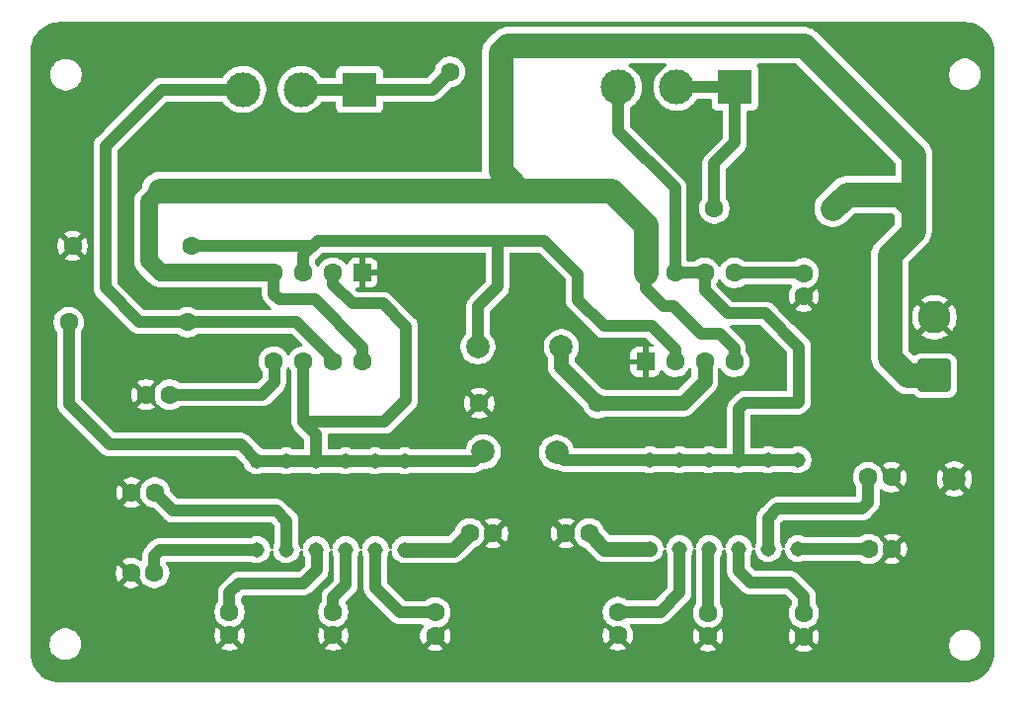
<source format=gbr>
%TF.GenerationSoftware,KiCad,Pcbnew,9.0.5*%
%TF.CreationDate,2025-11-06T21:41:06-03:00*%
%TF.ProjectId,tp10_DAC,74703130-5f44-4414-932e-6b696361645f,rev?*%
%TF.SameCoordinates,Original*%
%TF.FileFunction,Copper,L2,Bot*%
%TF.FilePolarity,Positive*%
%FSLAX46Y46*%
G04 Gerber Fmt 4.6, Leading zero omitted, Abs format (unit mm)*
G04 Created by KiCad (PCBNEW 9.0.5) date 2025-11-06 21:41:06*
%MOMM*%
%LPD*%
G01*
G04 APERTURE LIST*
G04 Aperture macros list*
%AMRoundRect*
0 Rectangle with rounded corners*
0 $1 Rounding radius*
0 $2 $3 $4 $5 $6 $7 $8 $9 X,Y pos of 4 corners*
0 Add a 4 corners polygon primitive as box body*
4,1,4,$2,$3,$4,$5,$6,$7,$8,$9,$2,$3,0*
0 Add four circle primitives for the rounded corners*
1,1,$1+$1,$2,$3*
1,1,$1+$1,$4,$5*
1,1,$1+$1,$6,$7*
1,1,$1+$1,$8,$9*
0 Add four rect primitives between the rounded corners*
20,1,$1+$1,$2,$3,$4,$5,0*
20,1,$1+$1,$4,$5,$6,$7,0*
20,1,$1+$1,$6,$7,$8,$9,0*
20,1,$1+$1,$8,$9,$2,$3,0*%
G04 Aperture macros list end*
%TA.AperFunction,ComponentPad*%
%ADD10C,1.600000*%
%TD*%
%TA.AperFunction,ComponentPad*%
%ADD11RoundRect,0.250001X1.149999X-1.149999X1.149999X1.149999X-1.149999X1.149999X-1.149999X-1.149999X0*%
%TD*%
%TA.AperFunction,ComponentPad*%
%ADD12C,2.800000*%
%TD*%
%TA.AperFunction,ComponentPad*%
%ADD13C,1.308000*%
%TD*%
%TA.AperFunction,ComponentPad*%
%ADD14C,2.000000*%
%TD*%
%TA.AperFunction,ComponentPad*%
%ADD15R,3.000000X3.000000*%
%TD*%
%TA.AperFunction,ComponentPad*%
%ADD16C,3.000000*%
%TD*%
%TA.AperFunction,ComponentPad*%
%ADD17RoundRect,0.250000X-0.550000X0.550000X-0.550000X-0.550000X0.550000X-0.550000X0.550000X0.550000X0*%
%TD*%
%TA.AperFunction,ComponentPad*%
%ADD18RoundRect,0.250000X0.550000X-0.550000X0.550000X0.550000X-0.550000X0.550000X-0.550000X-0.550000X0*%
%TD*%
%TA.AperFunction,Conductor*%
%ADD19C,1.016000*%
%TD*%
%TA.AperFunction,Conductor*%
%ADD20C,1.524000*%
%TD*%
%TA.AperFunction,Conductor*%
%ADD21C,2.159000*%
%TD*%
%TA.AperFunction,Conductor*%
%ADD22C,1.270000*%
%TD*%
G04 APERTURE END LIST*
D10*
%TO.P,RL1,1*%
%TO.N,Net-(U1-Q)*%
X95260000Y-72050000D03*
%TO.P,RL1,2*%
%TO.N,GND*%
X85100000Y-72050000D03*
%TD*%
%TO.P,C9,1*%
%TO.N,Net-(C9-Pad1)*%
X139571600Y-103526200D03*
%TO.P,C9,2*%
%TO.N,GND*%
X139571600Y-105526200D03*
%TD*%
D11*
%TO.P,J2,1,Pin_1*%
%TO.N,+12V*%
X158992500Y-83175000D03*
D12*
%TO.P,J2,2,Pin_2*%
%TO.N,GND*%
X158992500Y-78175000D03*
%TD*%
D10*
%TO.P,C3,1*%
%TO.N,Net-(C3-Pad1)*%
X98560000Y-103450000D03*
%TO.P,C3,2*%
%TO.N,GND*%
X98560000Y-105450000D03*
%TD*%
%TO.P,C4,1*%
%TO.N,Net-(C4-Pad1)*%
X107450000Y-103450000D03*
%TO.P,C4,2*%
%TO.N,GND*%
X107450000Y-105450000D03*
%TD*%
D13*
%TO.P,S4,1*%
%TO.N,Net-(C7-Pad1)*%
X134600000Y-98020000D03*
%TO.P,S4,2*%
%TO.N,Net-(C8-Pad1)*%
X137140000Y-98020000D03*
%TO.P,S4,3*%
%TO.N,Net-(C9-Pad1)*%
X139680000Y-98020000D03*
%TO.P,S4,4*%
%TO.N,Net-(C10-Pad1)*%
X142220000Y-98020000D03*
%TO.P,S4,5*%
%TO.N,Net-(C11-Pad1)*%
X144760000Y-98020000D03*
%TO.P,S4,6*%
%TO.N,Net-(C12-Pad1)*%
X147300000Y-98020000D03*
%TO.P,S4,A1*%
%TO.N,Net-(U2-DIS)*%
X134600000Y-90400000D03*
%TO.P,S4,A2*%
X137140000Y-90400000D03*
%TO.P,S4,A3*%
X139680000Y-90400000D03*
%TO.P,S4,A4*%
X142220000Y-90400000D03*
%TO.P,S4,A5*%
X144760000Y-90400000D03*
%TO.P,S4,A6*%
X147300000Y-90400000D03*
%TD*%
D10*
%TO.P,CV1,1*%
%TO.N,Net-(U1-CV)*%
X93400000Y-84800000D03*
%TO.P,CV1,2*%
%TO.N,GND*%
X91400000Y-84800000D03*
%TD*%
D14*
%TO.P,TP2,1,1*%
%TO.N,Net-(U1-THR)*%
X120300000Y-89700000D03*
%TD*%
D10*
%TO.P,RA12,1*%
%TO.N,+12V*%
X150280000Y-68850000D03*
%TO.P,RA12,2*%
%TO.N,Net-(RA12-Pad2)*%
X140120000Y-68850000D03*
%TD*%
D14*
%TO.P,TP5,1,1*%
%TO.N,GND*%
X160700000Y-92050000D03*
%TD*%
%TO.P,TP3,1,1*%
%TO.N,Net-(U2-DIS)*%
X126600000Y-89750000D03*
%TD*%
D10*
%TO.P,RB1,1*%
%TO.N,Net-(U1-DIS)*%
X94930000Y-78600000D03*
%TO.P,RB1,2*%
%TO.N,Net-(U1-THR)*%
X84770000Y-78600000D03*
%TD*%
%TO.P,RA11,1*%
%TO.N,+12V*%
X117450000Y-67280000D03*
%TO.P,RA11,2*%
%TO.N,Net-(RA11-Pad2)*%
X117450000Y-57120000D03*
%TD*%
%TO.P,CV2,1*%
%TO.N,Net-(U2-CV)*%
X147800000Y-74400000D03*
%TO.P,CV2,2*%
%TO.N,GND*%
X147800000Y-76400000D03*
%TD*%
%TO.P,C6,1*%
%TO.N,Net-(C6-Pad1)*%
X119150000Y-96700000D03*
%TO.P,C6,2*%
%TO.N,GND*%
X121150000Y-96700000D03*
%TD*%
%TO.P,C5,1*%
%TO.N,Net-(C5-Pad1)*%
X116200000Y-103500000D03*
%TO.P,C5,2*%
%TO.N,GND*%
X116200000Y-105500000D03*
%TD*%
D13*
%TO.P,S3,1*%
%TO.N,Net-(C1-Pad1)*%
X100900000Y-98110000D03*
%TO.P,S3,2*%
%TO.N,Net-(C2-Pad1)*%
X103440000Y-98110000D03*
%TO.P,S3,3*%
%TO.N,Net-(C3-Pad1)*%
X105980000Y-98110000D03*
%TO.P,S3,4*%
%TO.N,Net-(C4-Pad1)*%
X108520000Y-98110000D03*
%TO.P,S3,5*%
%TO.N,Net-(C5-Pad1)*%
X111060000Y-98110000D03*
%TO.P,S3,6*%
%TO.N,Net-(C6-Pad1)*%
X113600000Y-98110000D03*
%TO.P,S3,A1*%
%TO.N,Net-(U1-THR)*%
X100900000Y-90490000D03*
%TO.P,S3,A2*%
X103440000Y-90490000D03*
%TO.P,S3,A3*%
X105980000Y-90490000D03*
%TO.P,S3,A4*%
X108520000Y-90490000D03*
%TO.P,S3,A5*%
X111060000Y-90490000D03*
%TO.P,S3,A6*%
X113600000Y-90490000D03*
%TD*%
D15*
%TO.P,RA22,1,1*%
%TO.N,Net-(RA12-Pad2)*%
X141900000Y-58450000D03*
D16*
%TO.P,RA22,2,2*%
X136900000Y-58450000D03*
%TO.P,RA22,3,3*%
%TO.N,Net-(U2-DIS)*%
X131900000Y-58450000D03*
%TD*%
D10*
%TO.P,C2,1*%
%TO.N,Net-(C2-Pad1)*%
X92150000Y-93200000D03*
%TO.P,C2,2*%
%TO.N,GND*%
X90150000Y-93200000D03*
%TD*%
D14*
%TO.P,TP4,1,1*%
%TO.N,Net-(U2-Q)*%
X127000000Y-80700000D03*
%TD*%
D10*
%TO.P,C7,1*%
%TO.N,Net-(C7-Pad1)*%
X129400000Y-96700000D03*
%TO.P,C7,2*%
%TO.N,GND*%
X127400000Y-96700000D03*
%TD*%
D17*
%TO.P,U1,1,GND*%
%TO.N,GND*%
X109960000Y-74345000D03*
D10*
%TO.P,U1,2,TR*%
%TO.N,Net-(U1-THR)*%
X107420000Y-74345000D03*
%TO.P,U1,3,Q*%
%TO.N,Net-(U1-Q)*%
X104880000Y-74345000D03*
%TO.P,U1,4,R*%
%TO.N,+12V*%
X102340000Y-74345000D03*
%TO.P,U1,5,CV*%
%TO.N,Net-(U1-CV)*%
X102340000Y-81965000D03*
%TO.P,U1,6,THR*%
%TO.N,Net-(U1-THR)*%
X104880000Y-81965000D03*
%TO.P,U1,7,DIS*%
%TO.N,Net-(U1-DIS)*%
X107420000Y-81965000D03*
%TO.P,U1,8,VCC*%
%TO.N,+12V*%
X109960000Y-81965000D03*
%TD*%
D15*
%TO.P,RA21,1,1*%
%TO.N,Net-(RA11-Pad2)*%
X109700000Y-58650000D03*
D16*
%TO.P,RA21,2,2*%
X104700000Y-58650000D03*
%TO.P,RA21,3,3*%
%TO.N,Net-(U1-DIS)*%
X99700000Y-58650000D03*
%TD*%
D10*
%TO.P,C8,1*%
%TO.N,Net-(C8-Pad1)*%
X131850000Y-103450000D03*
%TO.P,C8,2*%
%TO.N,GND*%
X131850000Y-105450000D03*
%TD*%
D14*
%TO.P,TP1,1,1*%
%TO.N,Net-(U1-Q)*%
X119850000Y-80700000D03*
%TD*%
D10*
%TO.P,C1,1*%
%TO.N,Net-(C1-Pad1)*%
X92100000Y-100100000D03*
%TO.P,C1,2*%
%TO.N,GND*%
X90100000Y-100100000D03*
%TD*%
%TO.P,C10,1*%
%TO.N,Net-(C10-Pad1)*%
X147800000Y-103542200D03*
%TO.P,C10,2*%
%TO.N,GND*%
X147800000Y-105542200D03*
%TD*%
%TO.P,C11,1*%
%TO.N,Net-(C11-Pad1)*%
X153300000Y-91900000D03*
%TO.P,C11,2*%
%TO.N,GND*%
X155300000Y-91900000D03*
%TD*%
%TO.P,C12,1*%
%TO.N,Net-(C12-Pad1)*%
X153350000Y-98050000D03*
%TO.P,C12,2*%
%TO.N,GND*%
X155350000Y-98050000D03*
%TD*%
D18*
%TO.P,U2,1,GND*%
%TO.N,GND*%
X134210000Y-82000000D03*
D10*
%TO.P,U2,2,TR*%
%TO.N,Net-(U1-Q)*%
X136750000Y-82000000D03*
%TO.P,U2,3,Q*%
%TO.N,Net-(U2-Q)*%
X139290000Y-82000000D03*
%TO.P,U2,4,R*%
%TO.N,+12V*%
X141830000Y-82000000D03*
%TO.P,U2,5,CV*%
%TO.N,Net-(U2-CV)*%
X141830000Y-74380000D03*
%TO.P,U2,6,THR*%
%TO.N,Net-(U2-DIS)*%
X139290000Y-74380000D03*
%TO.P,U2,7,DIS*%
X136750000Y-74380000D03*
%TO.P,U2,8,VCC*%
%TO.N,+12V*%
X134210000Y-74380000D03*
%TD*%
%TO.P,RL2,1*%
%TO.N,Net-(U2-Q)*%
X130130000Y-85550000D03*
%TO.P,RL2,2*%
%TO.N,GND*%
X119970000Y-85550000D03*
%TD*%
D19*
%TO.N,Net-(U1-CV)*%
X102400000Y-82025000D02*
X102340000Y-81965000D01*
X93400000Y-84800000D02*
X101350000Y-84800000D01*
X102400000Y-83750000D02*
X102400000Y-82025000D01*
X101350000Y-84800000D02*
X102400000Y-83750000D01*
%TO.N,Net-(U2-CV)*%
X147780000Y-74380000D02*
X147800000Y-74400000D01*
X141830000Y-74380000D02*
X147780000Y-74380000D01*
%TO.N,+12V*%
X140600000Y-79600000D02*
X139000000Y-79600000D01*
D20*
X92645000Y-74345000D02*
X102340000Y-74345000D01*
D19*
X157182500Y-68850000D02*
X157232500Y-68800000D01*
D21*
X157232500Y-64282500D02*
X147800000Y-54850000D01*
X155150000Y-81625000D02*
X155150000Y-72800000D01*
X122400000Y-54850000D02*
X121780000Y-55470000D01*
X151480000Y-67650000D02*
X155982500Y-67650000D01*
D19*
X141830000Y-80830000D02*
X140600000Y-79600000D01*
D21*
X155150000Y-72800000D02*
X157182500Y-70767500D01*
D20*
X91650000Y-73350000D02*
X92645000Y-74345000D01*
D19*
X102340000Y-74345000D02*
X102340000Y-76190000D01*
D21*
X157182500Y-70767500D02*
X157182500Y-68850000D01*
D19*
X105850000Y-76650000D02*
X109960000Y-80760000D01*
D20*
X92620000Y-67280000D02*
X91650000Y-68250000D01*
D21*
X150280000Y-68850000D02*
X151480000Y-67650000D01*
X131280000Y-67330000D02*
X134210000Y-70260000D01*
D19*
X109960000Y-80760000D02*
X109960000Y-81965000D01*
D21*
X117450000Y-67280000D02*
X92620000Y-67280000D01*
D19*
X134210000Y-75710000D02*
X134210000Y-74380000D01*
X136650000Y-77250000D02*
X135750000Y-77250000D01*
D21*
X123450000Y-67330000D02*
X131280000Y-67330000D01*
X134210000Y-70260000D02*
X134210000Y-74380000D01*
X121780000Y-67330000D02*
X123450000Y-67330000D01*
D19*
X141830000Y-82000000D02*
X141830000Y-80830000D01*
D21*
X121730000Y-67280000D02*
X117450000Y-67280000D01*
X121780000Y-55470000D02*
X121780000Y-65660000D01*
X121780000Y-67330000D02*
X121730000Y-67280000D01*
D19*
X139000000Y-79600000D02*
X136650000Y-77250000D01*
D21*
X156700000Y-83175000D02*
X155150000Y-81625000D01*
D19*
X102800000Y-76650000D02*
X105850000Y-76650000D01*
D21*
X158992500Y-83175000D02*
X156700000Y-83175000D01*
X155982500Y-67650000D02*
X157182500Y-68850000D01*
X157232500Y-68800000D02*
X157232500Y-64282500D01*
D20*
X91650000Y-68250000D02*
X91650000Y-73350000D01*
D21*
X147800000Y-54850000D02*
X122400000Y-54850000D01*
X121780000Y-65660000D02*
X123450000Y-67330000D01*
D19*
X102340000Y-76190000D02*
X102800000Y-76650000D01*
X135750000Y-77250000D02*
X134210000Y-75710000D01*
%TO.N,Net-(RA11-Pad2)*%
X115920000Y-58650000D02*
X117450000Y-57120000D01*
X104700000Y-58650000D02*
X109700000Y-58650000D01*
X109700000Y-58650000D02*
X115920000Y-58650000D01*
%TO.N,Net-(U1-DIS)*%
X87900000Y-75650000D02*
X90850000Y-78600000D01*
X92750000Y-58650000D02*
X87900000Y-63500000D01*
X107420000Y-81965000D02*
X107420000Y-81720000D01*
X104300000Y-78600000D02*
X94930000Y-78600000D01*
X90850000Y-78600000D02*
X94930000Y-78600000D01*
X87900000Y-63500000D02*
X87900000Y-75650000D01*
X107420000Y-81720000D02*
X104300000Y-78600000D01*
X99700000Y-58650000D02*
X92750000Y-58650000D01*
%TO.N,Net-(U2-DIS)*%
X147300000Y-85500000D02*
X147400000Y-85400000D01*
X134600000Y-90400000D02*
X127250000Y-90400000D01*
X142750000Y-85500000D02*
X147300000Y-85500000D01*
X147400000Y-85400000D02*
X147400000Y-80750000D01*
X131900000Y-58450000D02*
X131900000Y-62250000D01*
X134600000Y-90400000D02*
X147300000Y-90400000D01*
X136750000Y-67100000D02*
X136750000Y-74380000D01*
X142220000Y-90400000D02*
X142220000Y-86030000D01*
X139290000Y-75890000D02*
X141250000Y-77850000D01*
X139290000Y-74380000D02*
X139290000Y-75890000D01*
X127250000Y-90400000D02*
X126600000Y-89750000D01*
X131900000Y-62250000D02*
X136750000Y-67100000D01*
X141250000Y-77850000D02*
X144500000Y-77850000D01*
X136750000Y-74380000D02*
X139290000Y-74380000D01*
X142220000Y-86030000D02*
X142750000Y-85500000D01*
X144500000Y-77850000D02*
X147400000Y-80750000D01*
%TO.N,Net-(RA12-Pad2)*%
X140120000Y-68850000D02*
X140120000Y-64980000D01*
X140120000Y-64980000D02*
X141900000Y-63200000D01*
X136900000Y-58450000D02*
X141900000Y-58450000D01*
X141900000Y-63200000D02*
X141900000Y-58450000D01*
%TO.N,Net-(U1-Q)*%
X104880000Y-72820000D02*
X106100000Y-71600000D01*
X125500000Y-71600000D02*
X128400000Y-74500000D01*
X128400000Y-76700000D02*
X130650000Y-78950000D01*
X121550000Y-71600000D02*
X121550000Y-75550000D01*
X121550000Y-75550000D02*
X119850000Y-77250000D01*
X121550000Y-71600000D02*
X125500000Y-71600000D01*
X104880000Y-74345000D02*
X104880000Y-72820000D01*
X119850000Y-77250000D02*
X119850000Y-80700000D01*
X130650000Y-78950000D02*
X134750000Y-78950000D01*
X134750000Y-78950000D02*
X136750000Y-80950000D01*
X136750000Y-80950000D02*
X136750000Y-82000000D01*
X95260000Y-72050000D02*
X105650000Y-72050000D01*
X106100000Y-71600000D02*
X121550000Y-71600000D01*
X128400000Y-74500000D02*
X128400000Y-76700000D01*
%TO.N,Net-(U1-THR)*%
X104880000Y-82800000D02*
X104880000Y-87130000D01*
X111820000Y-87130000D02*
X104880000Y-87130000D01*
X84770000Y-85570000D02*
X88300000Y-89100000D01*
X88300000Y-89100000D02*
X99510000Y-89100000D01*
X104880000Y-81965000D02*
X104880000Y-82800000D01*
X109100000Y-77000000D02*
X111700000Y-77000000D01*
X105980000Y-88230000D02*
X105980000Y-90490000D01*
X100900000Y-90490000D02*
X113600000Y-90490000D01*
X113600000Y-90490000D02*
X119510000Y-90490000D01*
X84750000Y-78620000D02*
X84770000Y-78600000D01*
X113700000Y-79000000D02*
X113700000Y-85250000D01*
X119510000Y-90490000D02*
X120300000Y-89700000D01*
X107420000Y-75320000D02*
X109100000Y-77000000D01*
X99510000Y-89100000D02*
X100900000Y-90490000D01*
X104880000Y-87130000D02*
X105980000Y-88230000D01*
X113700000Y-85250000D02*
X111820000Y-87130000D01*
X84770000Y-78600000D02*
X84770000Y-85570000D01*
X107420000Y-74345000D02*
X107420000Y-75320000D01*
X111700000Y-77000000D02*
X113700000Y-79000000D01*
D22*
%TO.N,Net-(U2-Q)*%
X139290000Y-83690000D02*
X139290000Y-82000000D01*
X127000000Y-82420000D02*
X130130000Y-85550000D01*
X127000000Y-80700000D02*
X127000000Y-82420000D01*
X130130000Y-85550000D02*
X137430000Y-85550000D01*
X137430000Y-85550000D02*
X139290000Y-83690000D01*
D19*
%TO.N,Net-(C1-Pad1)*%
X92590000Y-98110000D02*
X100900000Y-98110000D01*
X92100000Y-100100000D02*
X92100000Y-98600000D01*
X92100000Y-98600000D02*
X92590000Y-98110000D01*
%TO.N,Net-(C2-Pad1)*%
X102550000Y-94750000D02*
X103450000Y-95650000D01*
X93700000Y-94750000D02*
X102550000Y-94750000D01*
X103440000Y-95660000D02*
X103440000Y-98110000D01*
X92150000Y-93200000D02*
X93700000Y-94750000D01*
X103450000Y-95650000D02*
X103440000Y-95660000D01*
%TO.N,Net-(C3-Pad1)*%
X104900000Y-101000000D02*
X106050000Y-99850000D01*
X98560000Y-101790000D02*
X99350000Y-101000000D01*
X98560000Y-103450000D02*
X98560000Y-101790000D01*
X99350000Y-101000000D02*
X104900000Y-101000000D01*
X106050000Y-99850000D02*
X106050000Y-98180000D01*
X106050000Y-98180000D02*
X105980000Y-98110000D01*
%TO.N,Net-(C4-Pad1)*%
X107450000Y-103450000D02*
X107450000Y-102200000D01*
X107450000Y-102200000D02*
X108520000Y-101130000D01*
X108520000Y-101130000D02*
X108520000Y-98110000D01*
%TO.N,Net-(C5-Pad1)*%
X111060000Y-101360000D02*
X111060000Y-98110000D01*
X113200000Y-103500000D02*
X111060000Y-101360000D01*
X116200000Y-103500000D02*
X113200000Y-103500000D01*
D22*
%TO.N,Net-(C6-Pad1)*%
X117740000Y-98110000D02*
X119150000Y-96700000D01*
X113600000Y-98110000D02*
X117740000Y-98110000D01*
%TO.N,Net-(C7-Pad1)*%
X134600000Y-98020000D02*
X130720000Y-98020000D01*
X130720000Y-98020000D02*
X129400000Y-96700000D01*
D19*
%TO.N,Net-(C8-Pad1)*%
X137150000Y-101800000D02*
X137140000Y-101790000D01*
X137140000Y-101790000D02*
X137140000Y-98020000D01*
X131850000Y-103450000D02*
X135500000Y-103450000D01*
X135500000Y-103450000D02*
X137150000Y-101800000D01*
%TO.N,Net-(C9-Pad1)*%
X139571600Y-98128400D02*
X139680000Y-98020000D01*
X139571600Y-103526200D02*
X139571600Y-98128400D01*
%TO.N,Net-(C10-Pad1)*%
X143250000Y-100950000D02*
X142220000Y-99920000D01*
X147800000Y-102100000D02*
X146650000Y-100950000D01*
X142220000Y-99920000D02*
X142220000Y-98020000D01*
X146650000Y-100950000D02*
X143250000Y-100950000D01*
X147800000Y-103542200D02*
X147800000Y-102100000D01*
%TO.N,Net-(C11-Pad1)*%
X145550000Y-94600000D02*
X144750000Y-95400000D01*
X153300000Y-94050000D02*
X152750000Y-94600000D01*
X144750000Y-95400000D02*
X144760000Y-95410000D01*
X152750000Y-94600000D02*
X145550000Y-94600000D01*
X153300000Y-91900000D02*
X153300000Y-94050000D01*
X144760000Y-95410000D02*
X144760000Y-98020000D01*
%TO.N,Net-(C12-Pad1)*%
X153350000Y-98050000D02*
X147330000Y-98050000D01*
X147330000Y-98050000D02*
X147300000Y-98020000D01*
%TD*%
%TA.AperFunction,Conductor*%
%TO.N,GND*%
G36*
X161562791Y-52875501D02*
G01*
X161624933Y-52875500D01*
X161632419Y-52875725D01*
X161922483Y-52893269D01*
X161937341Y-52895073D01*
X162219489Y-52946778D01*
X162233999Y-52950353D01*
X162507865Y-53035691D01*
X162521862Y-53041000D01*
X162783426Y-53158719D01*
X162796685Y-53165678D01*
X163042150Y-53314066D01*
X163054473Y-53322572D01*
X163280262Y-53499464D01*
X163291470Y-53509393D01*
X163494295Y-53712216D01*
X163504225Y-53723425D01*
X163681119Y-53949212D01*
X163689623Y-53961532D01*
X163838017Y-54207005D01*
X163844973Y-54220259D01*
X163944186Y-54440699D01*
X163962694Y-54481822D01*
X163967999Y-54495810D01*
X164013523Y-54641899D01*
X164053335Y-54769661D01*
X164056918Y-54784199D01*
X164108623Y-55066338D01*
X164110428Y-55081203D01*
X164127954Y-55370932D01*
X164128180Y-55378419D01*
X164128180Y-106971249D01*
X164127954Y-106978736D01*
X164110408Y-107268793D01*
X164108603Y-107283658D01*
X164056900Y-107565792D01*
X164053316Y-107580331D01*
X163967983Y-107854173D01*
X163962675Y-107868168D01*
X163844953Y-108129736D01*
X163838000Y-108142984D01*
X163689608Y-108388453D01*
X163681102Y-108400776D01*
X163504210Y-108626561D01*
X163494280Y-108637770D01*
X163291457Y-108840591D01*
X163280249Y-108850520D01*
X163054459Y-109027414D01*
X163042135Y-109035920D01*
X162796679Y-109184301D01*
X162783421Y-109191260D01*
X162521857Y-109308979D01*
X162507856Y-109314289D01*
X162234008Y-109399622D01*
X162219469Y-109403205D01*
X161937343Y-109454905D01*
X161922478Y-109456710D01*
X161632087Y-109474273D01*
X161624603Y-109474499D01*
X161592891Y-109474499D01*
X161562791Y-109474499D01*
X161562787Y-109474499D01*
X161555183Y-109474500D01*
X161555182Y-109474499D01*
X161555181Y-109474500D01*
X83978751Y-109474500D01*
X83971264Y-109474274D01*
X83681205Y-109456728D01*
X83666340Y-109454923D01*
X83384201Y-109403219D01*
X83369663Y-109399635D01*
X83095832Y-109314306D01*
X83081831Y-109308997D01*
X82820263Y-109191275D01*
X82807004Y-109184316D01*
X82561540Y-109035928D01*
X82549217Y-109027422D01*
X82323426Y-108850526D01*
X82312218Y-108840596D01*
X82109403Y-108637781D01*
X82099473Y-108626573D01*
X82099464Y-108626561D01*
X81922573Y-108400776D01*
X81914075Y-108388465D01*
X81765677Y-108142984D01*
X81758727Y-108129743D01*
X81641000Y-107868163D01*
X81635693Y-107854167D01*
X81550364Y-107580336D01*
X81546780Y-107565798D01*
X81543977Y-107550500D01*
X81495075Y-107283657D01*
X81493271Y-107268794D01*
X81487887Y-107179792D01*
X81475726Y-106978736D01*
X81475500Y-106971249D01*
X81475500Y-106093713D01*
X83124500Y-106093713D01*
X83124500Y-106306286D01*
X83140338Y-106406287D01*
X83157754Y-106516243D01*
X83202759Y-106654755D01*
X83223444Y-106718414D01*
X83319951Y-106907820D01*
X83444890Y-107079786D01*
X83595213Y-107230109D01*
X83767179Y-107355048D01*
X83767181Y-107355049D01*
X83767184Y-107355051D01*
X83956588Y-107451557D01*
X84158757Y-107517246D01*
X84368713Y-107550500D01*
X84368714Y-107550500D01*
X84581286Y-107550500D01*
X84581287Y-107550500D01*
X84791243Y-107517246D01*
X84993412Y-107451557D01*
X85182816Y-107355051D01*
X85217153Y-107330104D01*
X85354786Y-107230109D01*
X85354788Y-107230106D01*
X85354792Y-107230104D01*
X85505104Y-107079792D01*
X85505106Y-107079788D01*
X85505109Y-107079786D01*
X85630048Y-106907820D01*
X85630047Y-106907820D01*
X85630051Y-106907816D01*
X85726557Y-106718412D01*
X85792246Y-106516243D01*
X85825500Y-106306287D01*
X85825500Y-106093713D01*
X85792246Y-105883757D01*
X85726557Y-105681588D01*
X85630051Y-105492184D01*
X85616505Y-105473539D01*
X85574484Y-105415701D01*
X85505109Y-105320213D01*
X85354786Y-105169890D01*
X85182820Y-105044951D01*
X84993414Y-104948444D01*
X84993413Y-104948443D01*
X84993412Y-104948443D01*
X84791243Y-104882754D01*
X84791241Y-104882753D01*
X84791240Y-104882753D01*
X84629957Y-104857208D01*
X84581287Y-104849500D01*
X84368713Y-104849500D01*
X84320042Y-104857208D01*
X84158760Y-104882753D01*
X83956585Y-104948444D01*
X83767179Y-105044951D01*
X83595213Y-105169890D01*
X83444890Y-105320213D01*
X83319951Y-105492179D01*
X83223444Y-105681585D01*
X83157753Y-105883760D01*
X83124500Y-106093713D01*
X81475500Y-106093713D01*
X81475500Y-99997682D01*
X88800000Y-99997682D01*
X88800000Y-100202317D01*
X88832009Y-100404417D01*
X88895244Y-100599031D01*
X88988141Y-100781350D01*
X88988147Y-100781359D01*
X89020523Y-100825921D01*
X89020524Y-100825922D01*
X89700000Y-100146446D01*
X89700000Y-100152661D01*
X89727259Y-100254394D01*
X89779920Y-100345606D01*
X89854394Y-100420080D01*
X89945606Y-100472741D01*
X90047339Y-100500000D01*
X90053553Y-100500000D01*
X89374076Y-101179474D01*
X89418650Y-101211859D01*
X89600968Y-101304755D01*
X89795582Y-101367990D01*
X89997683Y-101400000D01*
X90202317Y-101400000D01*
X90404417Y-101367990D01*
X90599031Y-101304755D01*
X90781349Y-101211859D01*
X90825921Y-101179474D01*
X90146447Y-100500000D01*
X90152661Y-100500000D01*
X90254394Y-100472741D01*
X90345606Y-100420080D01*
X90420080Y-100345606D01*
X90472741Y-100254394D01*
X90500000Y-100152661D01*
X90500000Y-100146446D01*
X90845816Y-100492263D01*
X90876065Y-100541624D01*
X90894779Y-100599219D01*
X90952380Y-100712265D01*
X90987585Y-100781359D01*
X90987715Y-100781613D01*
X91108028Y-100947213D01*
X91252786Y-101091971D01*
X91373226Y-101179474D01*
X91418390Y-101212287D01*
X91534607Y-101271503D01*
X91600776Y-101305218D01*
X91600778Y-101305218D01*
X91600781Y-101305220D01*
X91705137Y-101339127D01*
X91795465Y-101368477D01*
X91896557Y-101384488D01*
X91997648Y-101400500D01*
X91997649Y-101400500D01*
X92202351Y-101400500D01*
X92202352Y-101400500D01*
X92404534Y-101368477D01*
X92599219Y-101305220D01*
X92781610Y-101212287D01*
X92874590Y-101144732D01*
X92947213Y-101091971D01*
X92947215Y-101091968D01*
X92947219Y-101091966D01*
X93091966Y-100947219D01*
X93091968Y-100947215D01*
X93091971Y-100947213D01*
X93144732Y-100874590D01*
X93212287Y-100781610D01*
X93305220Y-100599219D01*
X93368477Y-100404534D01*
X93400500Y-100202352D01*
X93400500Y-99997648D01*
X93388489Y-99921815D01*
X93368477Y-99795465D01*
X93337458Y-99700000D01*
X93305220Y-99600781D01*
X93305218Y-99600778D01*
X93305218Y-99600776D01*
X93255024Y-99502266D01*
X93212287Y-99418390D01*
X93137449Y-99315384D01*
X93113970Y-99249579D01*
X93129795Y-99181525D01*
X93179901Y-99132830D01*
X93237768Y-99118500D01*
X100306518Y-99118500D01*
X100362812Y-99132014D01*
X100381123Y-99141344D01*
X100456825Y-99179917D01*
X100456828Y-99179918D01*
X100572621Y-99217541D01*
X100629654Y-99236072D01*
X100809139Y-99264500D01*
X100809140Y-99264500D01*
X100990860Y-99264500D01*
X100990861Y-99264500D01*
X101170346Y-99236072D01*
X101170349Y-99236071D01*
X101170350Y-99236071D01*
X101343171Y-99179918D01*
X101343171Y-99179917D01*
X101343174Y-99179917D01*
X101505090Y-99097417D01*
X101652106Y-98990603D01*
X101780603Y-98862106D01*
X101887417Y-98715090D01*
X101969917Y-98553174D01*
X102003440Y-98450000D01*
X102026071Y-98380350D01*
X102026071Y-98380349D01*
X102026072Y-98380346D01*
X102047527Y-98244884D01*
X102077456Y-98181750D01*
X102136768Y-98144819D01*
X102206630Y-98145817D01*
X102264863Y-98184427D01*
X102292473Y-98244885D01*
X102313928Y-98380347D01*
X102313928Y-98380350D01*
X102370081Y-98553171D01*
X102370083Y-98553174D01*
X102452583Y-98715090D01*
X102559397Y-98862106D01*
X102687894Y-98990603D01*
X102834910Y-99097417D01*
X102996826Y-99179917D01*
X102996828Y-99179918D01*
X103112621Y-99217541D01*
X103169654Y-99236072D01*
X103349139Y-99264500D01*
X103349140Y-99264500D01*
X103530860Y-99264500D01*
X103530861Y-99264500D01*
X103710346Y-99236072D01*
X103710349Y-99236071D01*
X103710350Y-99236071D01*
X103883171Y-99179918D01*
X103883171Y-99179917D01*
X103883174Y-99179917D01*
X104045090Y-99097417D01*
X104192106Y-98990603D01*
X104320603Y-98862106D01*
X104427417Y-98715090D01*
X104509917Y-98553174D01*
X104543440Y-98450000D01*
X104566071Y-98380350D01*
X104566071Y-98380349D01*
X104566072Y-98380346D01*
X104587527Y-98244884D01*
X104617456Y-98181750D01*
X104676768Y-98144819D01*
X104746630Y-98145817D01*
X104804863Y-98184427D01*
X104832473Y-98244885D01*
X104853928Y-98380347D01*
X104853928Y-98380350D01*
X104910081Y-98553171D01*
X104910083Y-98553174D01*
X104992583Y-98715091D01*
X105017817Y-98749821D01*
X105041298Y-98815628D01*
X105041500Y-98822708D01*
X105041500Y-99380903D01*
X105021815Y-99447942D01*
X105005181Y-99468584D01*
X104518585Y-99955181D01*
X104457262Y-99988666D01*
X104430904Y-99991500D01*
X99250666Y-99991500D01*
X99055838Y-100030254D01*
X99055830Y-100030256D01*
X98993006Y-100056279D01*
X98993005Y-100056279D01*
X98872298Y-100106276D01*
X98872295Y-100106278D01*
X98707123Y-100216642D01*
X98707115Y-100216648D01*
X98032862Y-100890904D01*
X97917119Y-101006647D01*
X97846882Y-101076884D01*
X97776645Y-101147120D01*
X97666282Y-101312289D01*
X97666277Y-101312298D01*
X97590256Y-101495830D01*
X97590254Y-101495838D01*
X97551500Y-101690666D01*
X97551500Y-102585248D01*
X97531815Y-102652287D01*
X97527818Y-102658133D01*
X97447715Y-102768386D01*
X97354781Y-102950776D01*
X97291522Y-103145465D01*
X97259500Y-103347648D01*
X97259500Y-103552351D01*
X97291522Y-103754534D01*
X97354781Y-103949223D01*
X97447715Y-104131613D01*
X97568028Y-104297213D01*
X97712786Y-104441971D01*
X97822285Y-104521525D01*
X97878390Y-104562287D01*
X98060781Y-104655220D01*
X98118373Y-104673932D01*
X98167735Y-104704182D01*
X98513554Y-105050000D01*
X98507339Y-105050000D01*
X98405606Y-105077259D01*
X98314394Y-105129920D01*
X98239920Y-105204394D01*
X98187259Y-105295606D01*
X98160000Y-105397339D01*
X98160000Y-105403553D01*
X97480524Y-104724077D01*
X97480523Y-104724077D01*
X97448143Y-104768644D01*
X97355244Y-104950968D01*
X97292009Y-105145582D01*
X97260000Y-105347682D01*
X97260000Y-105552317D01*
X97292009Y-105754417D01*
X97355244Y-105949031D01*
X97448141Y-106131350D01*
X97448147Y-106131359D01*
X97480523Y-106175921D01*
X97480524Y-106175922D01*
X98160000Y-105496446D01*
X98160000Y-105502661D01*
X98187259Y-105604394D01*
X98239920Y-105695606D01*
X98314394Y-105770080D01*
X98405606Y-105822741D01*
X98507339Y-105850000D01*
X98513553Y-105850000D01*
X97834076Y-106529474D01*
X97878650Y-106561859D01*
X98060968Y-106654755D01*
X98255582Y-106717990D01*
X98457683Y-106750000D01*
X98662317Y-106750000D01*
X98864417Y-106717990D01*
X99059031Y-106654755D01*
X99241349Y-106561859D01*
X99285921Y-106529474D01*
X98606447Y-105850000D01*
X98612661Y-105850000D01*
X98714394Y-105822741D01*
X98805606Y-105770080D01*
X98880080Y-105695606D01*
X98932741Y-105604394D01*
X98960000Y-105502661D01*
X98960000Y-105496447D01*
X99639474Y-106175921D01*
X99671859Y-106131349D01*
X99764755Y-105949031D01*
X99827990Y-105754417D01*
X99860000Y-105552317D01*
X99860000Y-105347682D01*
X99827990Y-105145582D01*
X99764755Y-104950968D01*
X99671859Y-104768650D01*
X99639474Y-104724077D01*
X99639474Y-104724076D01*
X98960000Y-105403551D01*
X98960000Y-105397339D01*
X98932741Y-105295606D01*
X98880080Y-105204394D01*
X98805606Y-105129920D01*
X98714394Y-105077259D01*
X98612661Y-105050000D01*
X98606447Y-105050000D01*
X98952262Y-104704183D01*
X99001626Y-104673933D01*
X99059213Y-104655222D01*
X99059219Y-104655220D01*
X99092065Y-104638484D01*
X99241610Y-104562287D01*
X99334590Y-104494732D01*
X99407213Y-104441971D01*
X99407215Y-104441968D01*
X99407219Y-104441966D01*
X99551966Y-104297219D01*
X99551968Y-104297215D01*
X99551971Y-104297213D01*
X99635960Y-104181610D01*
X99672287Y-104131610D01*
X99765220Y-103949219D01*
X99828477Y-103754534D01*
X99860500Y-103552352D01*
X99860500Y-103347648D01*
X99828477Y-103145466D01*
X99765220Y-102950781D01*
X99765218Y-102950778D01*
X99765218Y-102950776D01*
X99697761Y-102818386D01*
X99672287Y-102768390D01*
X99654921Y-102744487D01*
X99592182Y-102658133D01*
X99568702Y-102592327D01*
X99568500Y-102585248D01*
X99568500Y-102259096D01*
X99577144Y-102229655D01*
X99583668Y-102199669D01*
X99587422Y-102194653D01*
X99588185Y-102192057D01*
X99604814Y-102171420D01*
X99731417Y-102044817D01*
X99792739Y-102011334D01*
X99819097Y-102008500D01*
X104999330Y-102008500D01*
X104999331Y-102008499D01*
X105194169Y-101969744D01*
X105377704Y-101893721D01*
X105542881Y-101783353D01*
X105683353Y-101642881D01*
X105741912Y-101584322D01*
X105741924Y-101584308D01*
X106833354Y-100492881D01*
X106943722Y-100327703D01*
X106988254Y-100220191D01*
X107019744Y-100144169D01*
X107058500Y-99949329D01*
X107058500Y-98546397D01*
X107064569Y-98508078D01*
X107066976Y-98500671D01*
X107106072Y-98380346D01*
X107127527Y-98244884D01*
X107157456Y-98181750D01*
X107216768Y-98144819D01*
X107286630Y-98145817D01*
X107344863Y-98184427D01*
X107372473Y-98244885D01*
X107393928Y-98380347D01*
X107393928Y-98380350D01*
X107450081Y-98553171D01*
X107450082Y-98553174D01*
X107497985Y-98647187D01*
X107511500Y-98703482D01*
X107511500Y-100660903D01*
X107491815Y-100727942D01*
X107475180Y-100748584D01*
X106807119Y-101416647D01*
X106766651Y-101457115D01*
X106666645Y-101557120D01*
X106556282Y-101722289D01*
X106556277Y-101722298D01*
X106480256Y-101905830D01*
X106480254Y-101905838D01*
X106441500Y-102100666D01*
X106441500Y-102585248D01*
X106421815Y-102652287D01*
X106417818Y-102658133D01*
X106337715Y-102768386D01*
X106244781Y-102950776D01*
X106181522Y-103145465D01*
X106149500Y-103347648D01*
X106149500Y-103552351D01*
X106181522Y-103754534D01*
X106244781Y-103949223D01*
X106337715Y-104131613D01*
X106458028Y-104297213D01*
X106602786Y-104441971D01*
X106712285Y-104521525D01*
X106768390Y-104562287D01*
X106950781Y-104655220D01*
X107008373Y-104673932D01*
X107057735Y-104704182D01*
X107403554Y-105050000D01*
X107397339Y-105050000D01*
X107295606Y-105077259D01*
X107204394Y-105129920D01*
X107129920Y-105204394D01*
X107077259Y-105295606D01*
X107050000Y-105397339D01*
X107050000Y-105403553D01*
X106370524Y-104724077D01*
X106370523Y-104724077D01*
X106338143Y-104768644D01*
X106245244Y-104950968D01*
X106182009Y-105145582D01*
X106150000Y-105347682D01*
X106150000Y-105552317D01*
X106182009Y-105754417D01*
X106245244Y-105949031D01*
X106338141Y-106131350D01*
X106338147Y-106131359D01*
X106370523Y-106175921D01*
X106370524Y-106175922D01*
X107050000Y-105496446D01*
X107050000Y-105502661D01*
X107077259Y-105604394D01*
X107129920Y-105695606D01*
X107204394Y-105770080D01*
X107295606Y-105822741D01*
X107397339Y-105850000D01*
X107403553Y-105850000D01*
X106724076Y-106529474D01*
X106768650Y-106561859D01*
X106950968Y-106654755D01*
X107145582Y-106717990D01*
X107347683Y-106750000D01*
X107552317Y-106750000D01*
X107754417Y-106717990D01*
X107949031Y-106654755D01*
X108131349Y-106561859D01*
X108175921Y-106529474D01*
X108175922Y-106529474D01*
X107496447Y-105850000D01*
X107502661Y-105850000D01*
X107604394Y-105822741D01*
X107695606Y-105770080D01*
X107770080Y-105695606D01*
X107822741Y-105604394D01*
X107850000Y-105502661D01*
X107850000Y-105496448D01*
X108529474Y-106175922D01*
X108529474Y-106175921D01*
X108561859Y-106131349D01*
X108654755Y-105949031D01*
X108717990Y-105754417D01*
X108750000Y-105552317D01*
X108750000Y-105347682D01*
X108717990Y-105145582D01*
X108654755Y-104950968D01*
X108561859Y-104768650D01*
X108529474Y-104724077D01*
X108529474Y-104724076D01*
X107850000Y-105403551D01*
X107850000Y-105397339D01*
X107822741Y-105295606D01*
X107770080Y-105204394D01*
X107695606Y-105129920D01*
X107604394Y-105077259D01*
X107502661Y-105050000D01*
X107496447Y-105050000D01*
X107842262Y-104704183D01*
X107891626Y-104673933D01*
X107949213Y-104655222D01*
X107949219Y-104655220D01*
X107982065Y-104638484D01*
X108131610Y-104562287D01*
X108224590Y-104494732D01*
X108297213Y-104441971D01*
X108297215Y-104441968D01*
X108297219Y-104441966D01*
X108441966Y-104297219D01*
X108441968Y-104297215D01*
X108441971Y-104297213D01*
X108525960Y-104181610D01*
X108562287Y-104131610D01*
X108655220Y-103949219D01*
X108718477Y-103754534D01*
X108750500Y-103552352D01*
X108750500Y-103347648D01*
X108718477Y-103145466D01*
X108655220Y-102950781D01*
X108655218Y-102950778D01*
X108655218Y-102950776D01*
X108587761Y-102818386D01*
X108562287Y-102768390D01*
X108517465Y-102706697D01*
X108493985Y-102640891D01*
X108509810Y-102572837D01*
X108530098Y-102546135D01*
X109303354Y-101772881D01*
X109413722Y-101607703D01*
X109460060Y-101495832D01*
X109489744Y-101424169D01*
X109528500Y-101229329D01*
X109528500Y-98703482D01*
X109542015Y-98647187D01*
X109589917Y-98553174D01*
X109589918Y-98553171D01*
X109646071Y-98380350D01*
X109646071Y-98380349D01*
X109646072Y-98380346D01*
X109667527Y-98244884D01*
X109697456Y-98181750D01*
X109756768Y-98144819D01*
X109826630Y-98145817D01*
X109884863Y-98184427D01*
X109912473Y-98244885D01*
X109933928Y-98380347D01*
X109933928Y-98380350D01*
X109990081Y-98553171D01*
X109990082Y-98553174D01*
X110037985Y-98647187D01*
X110051500Y-98703482D01*
X110051500Y-101459333D01*
X110090254Y-101654161D01*
X110090257Y-101654173D01*
X110123055Y-101733353D01*
X110166277Y-101837700D01*
X110166282Y-101837710D01*
X110276646Y-102002880D01*
X110276649Y-102002884D01*
X112416647Y-104142881D01*
X112497576Y-104223810D01*
X112557120Y-104283354D01*
X112722289Y-104393717D01*
X112722295Y-104393720D01*
X112722296Y-104393721D01*
X112905831Y-104469744D01*
X113100666Y-104508499D01*
X113100670Y-104508500D01*
X113100671Y-104508500D01*
X115070114Y-104508500D01*
X115137153Y-104528185D01*
X115182908Y-104580989D01*
X115192852Y-104650147D01*
X115170432Y-104705385D01*
X115088142Y-104818647D01*
X114995244Y-105000968D01*
X114932009Y-105195582D01*
X114900000Y-105397682D01*
X114900000Y-105602317D01*
X114932009Y-105804417D01*
X114995244Y-105999031D01*
X115088141Y-106181350D01*
X115088147Y-106181359D01*
X115120523Y-106225921D01*
X115120524Y-106225922D01*
X115800000Y-105546446D01*
X115800000Y-105552661D01*
X115827259Y-105654394D01*
X115879920Y-105745606D01*
X115954394Y-105820080D01*
X116045606Y-105872741D01*
X116147339Y-105900000D01*
X116153553Y-105900000D01*
X115474076Y-106579474D01*
X115518650Y-106611859D01*
X115700968Y-106704755D01*
X115895582Y-106767990D01*
X116097683Y-106800000D01*
X116302317Y-106800000D01*
X116504417Y-106767990D01*
X116699031Y-106704755D01*
X116881349Y-106611859D01*
X116925921Y-106579474D01*
X116925922Y-106579474D01*
X116916344Y-106569896D01*
X116246447Y-105900000D01*
X116252661Y-105900000D01*
X116354394Y-105872741D01*
X116445606Y-105820080D01*
X116520080Y-105745606D01*
X116572741Y-105654394D01*
X116600000Y-105552661D01*
X116600000Y-105546448D01*
X117279474Y-106225922D01*
X117279474Y-106225921D01*
X117311859Y-106181349D01*
X117404755Y-105999031D01*
X117467990Y-105804417D01*
X117500000Y-105602317D01*
X117500000Y-105397683D01*
X117494382Y-105362215D01*
X117494382Y-105362214D01*
X117467990Y-105195582D01*
X117404755Y-105000968D01*
X117311859Y-104818650D01*
X117279474Y-104774077D01*
X117279474Y-104774076D01*
X116600000Y-105453551D01*
X116600000Y-105447339D01*
X116572741Y-105345606D01*
X116520080Y-105254394D01*
X116445606Y-105179920D01*
X116354394Y-105127259D01*
X116252661Y-105100000D01*
X116246446Y-105100000D01*
X116592262Y-104754183D01*
X116641626Y-104723933D01*
X116699213Y-104705222D01*
X116699219Y-104705220D01*
X116701256Y-104704182D01*
X116881610Y-104612287D01*
X116974590Y-104544732D01*
X117047213Y-104491971D01*
X117047215Y-104491968D01*
X117047219Y-104491966D01*
X117191966Y-104347219D01*
X117191968Y-104347215D01*
X117191971Y-104347213D01*
X117274693Y-104233354D01*
X117312287Y-104181610D01*
X117405220Y-103999219D01*
X117468477Y-103804534D01*
X117500500Y-103602352D01*
X117500500Y-103397648D01*
X117468477Y-103195466D01*
X117405220Y-103000781D01*
X117405218Y-103000778D01*
X117405218Y-103000776D01*
X117371503Y-102934607D01*
X117312287Y-102818390D01*
X117304556Y-102807749D01*
X117191971Y-102652786D01*
X117047213Y-102508028D01*
X116881613Y-102387715D01*
X116881612Y-102387714D01*
X116881610Y-102387713D01*
X116783480Y-102337713D01*
X116699223Y-102294781D01*
X116504534Y-102231522D01*
X116329995Y-102203878D01*
X116302352Y-102199500D01*
X116097648Y-102199500D01*
X116073329Y-102203351D01*
X115895465Y-102231522D01*
X115700776Y-102294781D01*
X115518386Y-102387715D01*
X115408134Y-102467818D01*
X115342328Y-102491298D01*
X115335249Y-102491500D01*
X113669096Y-102491500D01*
X113602057Y-102471815D01*
X113581415Y-102455181D01*
X112104819Y-100978585D01*
X112071334Y-100917262D01*
X112068500Y-100890904D01*
X112068500Y-98703482D01*
X112082015Y-98647187D01*
X112129917Y-98553174D01*
X112129918Y-98553171D01*
X112186071Y-98380350D01*
X112186071Y-98380349D01*
X112186072Y-98380346D01*
X112207527Y-98244884D01*
X112237456Y-98181750D01*
X112296768Y-98144819D01*
X112366630Y-98145817D01*
X112424863Y-98184427D01*
X112452473Y-98244885D01*
X112473928Y-98380347D01*
X112473928Y-98380350D01*
X112530081Y-98553171D01*
X112530083Y-98553174D01*
X112612583Y-98715090D01*
X112719397Y-98862106D01*
X112847894Y-98990603D01*
X112994910Y-99097417D01*
X113156826Y-99179917D01*
X113156828Y-99179918D01*
X113272621Y-99217541D01*
X113329654Y-99236072D01*
X113509139Y-99264500D01*
X113509140Y-99264500D01*
X113690860Y-99264500D01*
X113690861Y-99264500D01*
X113801180Y-99247026D01*
X113820578Y-99245500D01*
X117829370Y-99245500D01*
X117930240Y-99229523D01*
X118005897Y-99217541D01*
X118138361Y-99174500D01*
X118175881Y-99162309D01*
X118335132Y-99081167D01*
X118479728Y-98976111D01*
X118606111Y-98849728D01*
X118664670Y-98791169D01*
X118664682Y-98791155D01*
X119482113Y-97973725D01*
X119531475Y-97943477D01*
X119649213Y-97905222D01*
X119649219Y-97905220D01*
X119650132Y-97904755D01*
X119831610Y-97812287D01*
X119924590Y-97744732D01*
X119997213Y-97691971D01*
X119997215Y-97691968D01*
X119997219Y-97691966D01*
X120141966Y-97547219D01*
X120141968Y-97547215D01*
X120141971Y-97547213D01*
X120229660Y-97426517D01*
X120262287Y-97381610D01*
X120355220Y-97199219D01*
X120373934Y-97141624D01*
X120404183Y-97092262D01*
X120750000Y-96746445D01*
X120750000Y-96752661D01*
X120777259Y-96854394D01*
X120829920Y-96945606D01*
X120904394Y-97020080D01*
X120995606Y-97072741D01*
X121097339Y-97100000D01*
X121103553Y-97100000D01*
X120424076Y-97779474D01*
X120468650Y-97811859D01*
X120650968Y-97904755D01*
X120845582Y-97967990D01*
X121047683Y-98000000D01*
X121252317Y-98000000D01*
X121454417Y-97967990D01*
X121649031Y-97904755D01*
X121831349Y-97811859D01*
X121875921Y-97779474D01*
X121196447Y-97100000D01*
X121202661Y-97100000D01*
X121304394Y-97072741D01*
X121395606Y-97020080D01*
X121470080Y-96945606D01*
X121522741Y-96854394D01*
X121550000Y-96752661D01*
X121550000Y-96746447D01*
X122229474Y-97425921D01*
X122261859Y-97381349D01*
X122354755Y-97199031D01*
X122417990Y-97004417D01*
X122450000Y-96802317D01*
X122450000Y-96597682D01*
X126100000Y-96597682D01*
X126100000Y-96802317D01*
X126132009Y-97004417D01*
X126195244Y-97199031D01*
X126288141Y-97381350D01*
X126288147Y-97381359D01*
X126320523Y-97425921D01*
X126320524Y-97425922D01*
X127000000Y-96746446D01*
X127000000Y-96752661D01*
X127027259Y-96854394D01*
X127079920Y-96945606D01*
X127154394Y-97020080D01*
X127245606Y-97072741D01*
X127347339Y-97100000D01*
X127353553Y-97100000D01*
X126674076Y-97779474D01*
X126718650Y-97811859D01*
X126900968Y-97904755D01*
X127095582Y-97967990D01*
X127297683Y-98000000D01*
X127502317Y-98000000D01*
X127704417Y-97967990D01*
X127899031Y-97904755D01*
X128081349Y-97811859D01*
X128125921Y-97779474D01*
X127446447Y-97100000D01*
X127452661Y-97100000D01*
X127554394Y-97072741D01*
X127645606Y-97020080D01*
X127720080Y-96945606D01*
X127772741Y-96854394D01*
X127800000Y-96752661D01*
X127800000Y-96746447D01*
X128145816Y-97092263D01*
X128176065Y-97141624D01*
X128194779Y-97199219D01*
X128257939Y-97323176D01*
X128287585Y-97381359D01*
X128287715Y-97381613D01*
X128408028Y-97547213D01*
X128552786Y-97691971D01*
X128673226Y-97779474D01*
X128718390Y-97812287D01*
X128837620Y-97873037D01*
X128900780Y-97905220D01*
X128900786Y-97905222D01*
X129018524Y-97943477D01*
X129067888Y-97973727D01*
X129853889Y-98759728D01*
X129980272Y-98886111D01*
X130076669Y-98956148D01*
X130124869Y-98991168D01*
X130207708Y-99033375D01*
X130284119Y-99072309D01*
X130325802Y-99085851D01*
X130325804Y-99085853D01*
X130325805Y-99085853D01*
X130357880Y-99096275D01*
X130454103Y-99127541D01*
X130529759Y-99139523D01*
X130630630Y-99155500D01*
X130630634Y-99155500D01*
X130809366Y-99155500D01*
X134379422Y-99155500D01*
X134398819Y-99157026D01*
X134509139Y-99174500D01*
X134509140Y-99174500D01*
X134690860Y-99174500D01*
X134690861Y-99174500D01*
X134870346Y-99146072D01*
X134870349Y-99146071D01*
X134870350Y-99146071D01*
X135043171Y-99089918D01*
X135043171Y-99089917D01*
X135043174Y-99089917D01*
X135205090Y-99007417D01*
X135352106Y-98900603D01*
X135480603Y-98772106D01*
X135587417Y-98625090D01*
X135669917Y-98463174D01*
X135669918Y-98463171D01*
X135726071Y-98290350D01*
X135726071Y-98290349D01*
X135726072Y-98290346D01*
X135747527Y-98154884D01*
X135777456Y-98091750D01*
X135836768Y-98054819D01*
X135906630Y-98055817D01*
X135964863Y-98094427D01*
X135992473Y-98154885D01*
X136013928Y-98290347D01*
X136013928Y-98290350D01*
X136070081Y-98463171D01*
X136070082Y-98463174D01*
X136117985Y-98557187D01*
X136131500Y-98613482D01*
X136131500Y-101340904D01*
X136111815Y-101407943D01*
X136095181Y-101428585D01*
X135118585Y-102405181D01*
X135057262Y-102438666D01*
X135030904Y-102441500D01*
X132714751Y-102441500D01*
X132647712Y-102421815D01*
X132641866Y-102417818D01*
X132531613Y-102337715D01*
X132531612Y-102337714D01*
X132531610Y-102337713D01*
X132474653Y-102308691D01*
X132349223Y-102244781D01*
X132154534Y-102181522D01*
X131979995Y-102153878D01*
X131952352Y-102149500D01*
X131747648Y-102149500D01*
X131723329Y-102153351D01*
X131545465Y-102181522D01*
X131350776Y-102244781D01*
X131168386Y-102337715D01*
X131002786Y-102458028D01*
X130858028Y-102602786D01*
X130737715Y-102768386D01*
X130644781Y-102950776D01*
X130581522Y-103145465D01*
X130549500Y-103347648D01*
X130549500Y-103552351D01*
X130581522Y-103754534D01*
X130644781Y-103949223D01*
X130737715Y-104131613D01*
X130858028Y-104297213D01*
X131002786Y-104441971D01*
X131112285Y-104521525D01*
X131168390Y-104562287D01*
X131350781Y-104655220D01*
X131408373Y-104673932D01*
X131457735Y-104704182D01*
X131803554Y-105050000D01*
X131797339Y-105050000D01*
X131695606Y-105077259D01*
X131604394Y-105129920D01*
X131529920Y-105204394D01*
X131477259Y-105295606D01*
X131450000Y-105397339D01*
X131450000Y-105403553D01*
X130770524Y-104724077D01*
X130770523Y-104724077D01*
X130738143Y-104768644D01*
X130645244Y-104950968D01*
X130582009Y-105145582D01*
X130550000Y-105347682D01*
X130550000Y-105552317D01*
X130582009Y-105754417D01*
X130645244Y-105949031D01*
X130738141Y-106131350D01*
X130738147Y-106131359D01*
X130770523Y-106175921D01*
X130770524Y-106175922D01*
X131450000Y-105496446D01*
X131450000Y-105502661D01*
X131477259Y-105604394D01*
X131529920Y-105695606D01*
X131604394Y-105770080D01*
X131695606Y-105822741D01*
X131797339Y-105850000D01*
X131803553Y-105850000D01*
X131124076Y-106529474D01*
X131168650Y-106561859D01*
X131350968Y-106654755D01*
X131545582Y-106717990D01*
X131747683Y-106750000D01*
X131952317Y-106750000D01*
X132154417Y-106717990D01*
X132349031Y-106654755D01*
X132531349Y-106561859D01*
X132575921Y-106529474D01*
X131896447Y-105850000D01*
X131902661Y-105850000D01*
X132004394Y-105822741D01*
X132095606Y-105770080D01*
X132170080Y-105695606D01*
X132222741Y-105604394D01*
X132250000Y-105502661D01*
X132250000Y-105496446D01*
X132929474Y-106175921D01*
X132961859Y-106131349D01*
X133054755Y-105949031D01*
X133117990Y-105754417D01*
X133150000Y-105552317D01*
X133150000Y-105347682D01*
X133117990Y-105145582D01*
X133054755Y-104950968D01*
X132961857Y-104768647D01*
X132879568Y-104655385D01*
X132856088Y-104589579D01*
X132871913Y-104521525D01*
X132922019Y-104472830D01*
X132979886Y-104458500D01*
X135599330Y-104458500D01*
X135599331Y-104458499D01*
X135794169Y-104419744D01*
X135977704Y-104343721D01*
X136142881Y-104233353D01*
X136283353Y-104092881D01*
X137933353Y-102442881D01*
X138043721Y-102277704D01*
X138119744Y-102094169D01*
X138137902Y-102002881D01*
X138154439Y-101919744D01*
X138158500Y-101899331D01*
X138158500Y-101700670D01*
X138158499Y-101700669D01*
X138150883Y-101662377D01*
X138148500Y-101638185D01*
X138148500Y-98613482D01*
X138162015Y-98557187D01*
X138209917Y-98463174D01*
X138209918Y-98463171D01*
X138266071Y-98290350D01*
X138266071Y-98290349D01*
X138266072Y-98290346D01*
X138287527Y-98154884D01*
X138293932Y-98141372D01*
X138295573Y-98126508D01*
X138308595Y-98110440D01*
X138317456Y-98091750D01*
X138330151Y-98083845D01*
X138339567Y-98072228D01*
X138359210Y-98065751D01*
X138376768Y-98054819D01*
X138391720Y-98055032D01*
X138405923Y-98050350D01*
X138425949Y-98055521D01*
X138446630Y-98055817D01*
X138459093Y-98064080D01*
X138473573Y-98067820D01*
X138487624Y-98082997D01*
X138504863Y-98094427D01*
X138511667Y-98108967D01*
X138521040Y-98119091D01*
X138531005Y-98150290D01*
X138532091Y-98152610D01*
X138532290Y-98153732D01*
X138553928Y-98290346D01*
X138559688Y-98308073D01*
X138561191Y-98316540D01*
X138560565Y-98322209D01*
X138563100Y-98338213D01*
X138563100Y-102661448D01*
X138543415Y-102728487D01*
X138539418Y-102734333D01*
X138459315Y-102844586D01*
X138366381Y-103026976D01*
X138303122Y-103221665D01*
X138271100Y-103423848D01*
X138271100Y-103628551D01*
X138303122Y-103830734D01*
X138366381Y-104025423D01*
X138426230Y-104142881D01*
X138445963Y-104181610D01*
X138459315Y-104207813D01*
X138579628Y-104373413D01*
X138724386Y-104518171D01*
X138822673Y-104589579D01*
X138889990Y-104638487D01*
X139072381Y-104731420D01*
X139129973Y-104750132D01*
X139179335Y-104780382D01*
X139525154Y-105126200D01*
X139518939Y-105126200D01*
X139417206Y-105153459D01*
X139325994Y-105206120D01*
X139251520Y-105280594D01*
X139198859Y-105371806D01*
X139171600Y-105473539D01*
X139171600Y-105479753D01*
X138492124Y-104800277D01*
X138492123Y-104800277D01*
X138459743Y-104844844D01*
X138366844Y-105027168D01*
X138303609Y-105221782D01*
X138271600Y-105423882D01*
X138271600Y-105628517D01*
X138303609Y-105830617D01*
X138366844Y-106025231D01*
X138459741Y-106207550D01*
X138459747Y-106207559D01*
X138492123Y-106252121D01*
X138492124Y-106252122D01*
X139171600Y-105572646D01*
X139171600Y-105578861D01*
X139198859Y-105680594D01*
X139251520Y-105771806D01*
X139325994Y-105846280D01*
X139417206Y-105898941D01*
X139518939Y-105926200D01*
X139525153Y-105926200D01*
X138845676Y-106605674D01*
X138890250Y-106638059D01*
X139072568Y-106730955D01*
X139267182Y-106794190D01*
X139469283Y-106826200D01*
X139673917Y-106826200D01*
X139876017Y-106794190D01*
X140070631Y-106730955D01*
X140252949Y-106638059D01*
X140297522Y-106605674D01*
X139618047Y-105926200D01*
X139624261Y-105926200D01*
X139725994Y-105898941D01*
X139817206Y-105846280D01*
X139891680Y-105771806D01*
X139944341Y-105680594D01*
X139971600Y-105578861D01*
X139971600Y-105572648D01*
X140651074Y-106252122D01*
X140651074Y-106252121D01*
X140683459Y-106207549D01*
X140776355Y-106025231D01*
X140839590Y-105830617D01*
X140871600Y-105628517D01*
X140871600Y-105423882D01*
X140839590Y-105221782D01*
X140776355Y-105027168D01*
X140683459Y-104844850D01*
X140651074Y-104800277D01*
X140651074Y-104800276D01*
X139971600Y-105479751D01*
X139971600Y-105473539D01*
X139944341Y-105371806D01*
X139891680Y-105280594D01*
X139817206Y-105206120D01*
X139725994Y-105153459D01*
X139624261Y-105126200D01*
X139618047Y-105126200D01*
X139963862Y-104780383D01*
X140013226Y-104750133D01*
X140070813Y-104731422D01*
X140070819Y-104731420D01*
X140122239Y-104705220D01*
X140253210Y-104638487D01*
X140396797Y-104534166D01*
X140418813Y-104518171D01*
X140418815Y-104518168D01*
X140418819Y-104518166D01*
X140563566Y-104373419D01*
X140563568Y-104373415D01*
X140563571Y-104373413D01*
X140618932Y-104297213D01*
X140683887Y-104207810D01*
X140776820Y-104025419D01*
X140840077Y-103830734D01*
X140872100Y-103628552D01*
X140872100Y-103423848D01*
X140840077Y-103221666D01*
X140776820Y-103026981D01*
X140776818Y-103026978D01*
X140776818Y-103026976D01*
X140737994Y-102950781D01*
X140683887Y-102844590D01*
X140611159Y-102744487D01*
X140603782Y-102734333D01*
X140580302Y-102668527D01*
X140580100Y-102661448D01*
X140580100Y-98785560D01*
X140599785Y-98718521D01*
X140603783Y-98712674D01*
X140667414Y-98625094D01*
X140667413Y-98625094D01*
X140667417Y-98625090D01*
X140749917Y-98463174D01*
X140749918Y-98463171D01*
X140806071Y-98290350D01*
X140806071Y-98290349D01*
X140806072Y-98290346D01*
X140827527Y-98154884D01*
X140857456Y-98091750D01*
X140916768Y-98054819D01*
X140986630Y-98055817D01*
X141044863Y-98094427D01*
X141072473Y-98154885D01*
X141093928Y-98290347D01*
X141093928Y-98290350D01*
X141150081Y-98463171D01*
X141150082Y-98463174D01*
X141197985Y-98557187D01*
X141211500Y-98613482D01*
X141211500Y-100019333D01*
X141250254Y-100214161D01*
X141250256Y-100214169D01*
X141297284Y-100327703D01*
X141326280Y-100397707D01*
X141436646Y-100562880D01*
X141436649Y-100562884D01*
X142466647Y-101592881D01*
X142564432Y-101690666D01*
X142607119Y-101733353D01*
X142772289Y-101843717D01*
X142772295Y-101843720D01*
X142772296Y-101843721D01*
X142955831Y-101919744D01*
X143150666Y-101958499D01*
X143150670Y-101958500D01*
X143150671Y-101958500D01*
X146180904Y-101958500D01*
X146247943Y-101978185D01*
X146268585Y-101994819D01*
X146755181Y-102481415D01*
X146769884Y-102508342D01*
X146786477Y-102534161D01*
X146787368Y-102540361D01*
X146788666Y-102542738D01*
X146791500Y-102569096D01*
X146791500Y-102677448D01*
X146771815Y-102744487D01*
X146767818Y-102750333D01*
X146687715Y-102860586D01*
X146594781Y-103042976D01*
X146531522Y-103237665D01*
X146499500Y-103439848D01*
X146499500Y-103644551D01*
X146531522Y-103846734D01*
X146594781Y-104041423D01*
X146687715Y-104223813D01*
X146808028Y-104389413D01*
X146952786Y-104534171D01*
X147096368Y-104638487D01*
X147118390Y-104654487D01*
X147300781Y-104747420D01*
X147358373Y-104766132D01*
X147407735Y-104796382D01*
X147753554Y-105142200D01*
X147747339Y-105142200D01*
X147645606Y-105169459D01*
X147554394Y-105222120D01*
X147479920Y-105296594D01*
X147427259Y-105387806D01*
X147400000Y-105489539D01*
X147400000Y-105495753D01*
X146720524Y-104816277D01*
X146720523Y-104816277D01*
X146688143Y-104860844D01*
X146595244Y-105043168D01*
X146532009Y-105237782D01*
X146500000Y-105439882D01*
X146500000Y-105644517D01*
X146532009Y-105846617D01*
X146595244Y-106041231D01*
X146688141Y-106223550D01*
X146688147Y-106223559D01*
X146720523Y-106268121D01*
X146720524Y-106268122D01*
X147400000Y-105588646D01*
X147400000Y-105594861D01*
X147427259Y-105696594D01*
X147479920Y-105787806D01*
X147554394Y-105862280D01*
X147645606Y-105914941D01*
X147747339Y-105942200D01*
X147753553Y-105942200D01*
X147074076Y-106621674D01*
X147118650Y-106654059D01*
X147300968Y-106746955D01*
X147495582Y-106810190D01*
X147697683Y-106842200D01*
X147902317Y-106842200D01*
X148104417Y-106810190D01*
X148299031Y-106746955D01*
X148481349Y-106654059D01*
X148525921Y-106621674D01*
X147846447Y-105942200D01*
X147852661Y-105942200D01*
X147954394Y-105914941D01*
X148045606Y-105862280D01*
X148120080Y-105787806D01*
X148172741Y-105696594D01*
X148200000Y-105594861D01*
X148200000Y-105588647D01*
X148879474Y-106268121D01*
X148911859Y-106223549D01*
X148927061Y-106193713D01*
X160249500Y-106193713D01*
X160249500Y-106406286D01*
X160282059Y-106611859D01*
X160282754Y-106616243D01*
X160345771Y-106810190D01*
X160348444Y-106818414D01*
X160444951Y-107007820D01*
X160569890Y-107179786D01*
X160720213Y-107330109D01*
X160892179Y-107455048D01*
X160892181Y-107455049D01*
X160892184Y-107455051D01*
X161081588Y-107551557D01*
X161283757Y-107617246D01*
X161493713Y-107650500D01*
X161493714Y-107650500D01*
X161706286Y-107650500D01*
X161706287Y-107650500D01*
X161916243Y-107617246D01*
X162118412Y-107551557D01*
X162307816Y-107455051D01*
X162329789Y-107439086D01*
X162479786Y-107330109D01*
X162479788Y-107330106D01*
X162479792Y-107330104D01*
X162630104Y-107179792D01*
X162630106Y-107179788D01*
X162630109Y-107179786D01*
X162755048Y-107007820D01*
X162755047Y-107007820D01*
X162755051Y-107007816D01*
X162851557Y-106818412D01*
X162917246Y-106616243D01*
X162950500Y-106406287D01*
X162950500Y-106193713D01*
X162917246Y-105983757D01*
X162851557Y-105781588D01*
X162755051Y-105592184D01*
X162755049Y-105592181D01*
X162755048Y-105592179D01*
X162630109Y-105420213D01*
X162479786Y-105269890D01*
X162307820Y-105144951D01*
X162118414Y-105048444D01*
X162118413Y-105048443D01*
X162118412Y-105048443D01*
X161916243Y-104982754D01*
X161916241Y-104982753D01*
X161916240Y-104982753D01*
X161754957Y-104957208D01*
X161706287Y-104949500D01*
X161493713Y-104949500D01*
X161445042Y-104957208D01*
X161283760Y-104982753D01*
X161081585Y-105048444D01*
X160892179Y-105144951D01*
X160720213Y-105269890D01*
X160569890Y-105420213D01*
X160444951Y-105592179D01*
X160348444Y-105781585D01*
X160282753Y-105983760D01*
X160249500Y-106193713D01*
X148927061Y-106193713D01*
X148958228Y-106132546D01*
X149004755Y-106041231D01*
X149067990Y-105846617D01*
X149100000Y-105644517D01*
X149100000Y-105439882D01*
X149067990Y-105237782D01*
X149004755Y-105043168D01*
X148911859Y-104860850D01*
X148879474Y-104816277D01*
X148879474Y-104816276D01*
X148200000Y-105495751D01*
X148200000Y-105489539D01*
X148172741Y-105387806D01*
X148120080Y-105296594D01*
X148045606Y-105222120D01*
X147954394Y-105169459D01*
X147852661Y-105142200D01*
X147846447Y-105142200D01*
X148192262Y-104796383D01*
X148241626Y-104766133D01*
X148299213Y-104747422D01*
X148299219Y-104747420D01*
X148299223Y-104747418D01*
X148481610Y-104654487D01*
X148582772Y-104580989D01*
X148647213Y-104534171D01*
X148647215Y-104534168D01*
X148647219Y-104534166D01*
X148791966Y-104389419D01*
X148791968Y-104389415D01*
X148791971Y-104389413D01*
X148869027Y-104283353D01*
X148912287Y-104223810D01*
X149005220Y-104041419D01*
X149068477Y-103846734D01*
X149100500Y-103644552D01*
X149100500Y-103439848D01*
X149068477Y-103237666D01*
X149063278Y-103221666D01*
X149005218Y-103042976D01*
X148971503Y-102976807D01*
X148912287Y-102860590D01*
X148881624Y-102818386D01*
X148832182Y-102750333D01*
X148808702Y-102684527D01*
X148808500Y-102677448D01*
X148808500Y-102000670D01*
X148808499Y-102000666D01*
X148792403Y-101919745D01*
X148769744Y-101805831D01*
X148722043Y-101690671D01*
X148710323Y-101662377D01*
X148693725Y-101622304D01*
X148693724Y-101622303D01*
X148693722Y-101622297D01*
X148683977Y-101607713D01*
X148583357Y-101457123D01*
X148583351Y-101457115D01*
X147292884Y-100166649D01*
X147292880Y-100166646D01*
X147127710Y-100056282D01*
X147127701Y-100056277D01*
X147019137Y-100011309D01*
X146944169Y-99980256D01*
X146944161Y-99980254D01*
X146749333Y-99941500D01*
X146749329Y-99941500D01*
X143719096Y-99941500D01*
X143652057Y-99921815D01*
X143631415Y-99905181D01*
X143264819Y-99538585D01*
X143231334Y-99477262D01*
X143228500Y-99450904D01*
X143228500Y-98613482D01*
X143242015Y-98557187D01*
X143289917Y-98463174D01*
X143289918Y-98463171D01*
X143346071Y-98290350D01*
X143346071Y-98290349D01*
X143346072Y-98290346D01*
X143367527Y-98154884D01*
X143397456Y-98091750D01*
X143456768Y-98054819D01*
X143526630Y-98055817D01*
X143584863Y-98094427D01*
X143612473Y-98154885D01*
X143633928Y-98290347D01*
X143633928Y-98290350D01*
X143690081Y-98463171D01*
X143690083Y-98463174D01*
X143772583Y-98625090D01*
X143879397Y-98772106D01*
X144007894Y-98900603D01*
X144154910Y-99007417D01*
X144316826Y-99089917D01*
X144316828Y-99089918D01*
X144432621Y-99127541D01*
X144489654Y-99146072D01*
X144669139Y-99174500D01*
X144669140Y-99174500D01*
X144850860Y-99174500D01*
X144850861Y-99174500D01*
X145030346Y-99146072D01*
X145030349Y-99146071D01*
X145030350Y-99146071D01*
X145203171Y-99089918D01*
X145203171Y-99089917D01*
X145203174Y-99089917D01*
X145365090Y-99007417D01*
X145512106Y-98900603D01*
X145640603Y-98772106D01*
X145747417Y-98625090D01*
X145829917Y-98463174D01*
X145829918Y-98463171D01*
X145886071Y-98290350D01*
X145886071Y-98290349D01*
X145886072Y-98290346D01*
X145907527Y-98154884D01*
X145937456Y-98091750D01*
X145996768Y-98054819D01*
X146066630Y-98055817D01*
X146124863Y-98094427D01*
X146152473Y-98154885D01*
X146173928Y-98290347D01*
X146173928Y-98290350D01*
X146230081Y-98463171D01*
X146230083Y-98463174D01*
X146312583Y-98625090D01*
X146419397Y-98772106D01*
X146547894Y-98900603D01*
X146694910Y-99007417D01*
X146856826Y-99089917D01*
X146856828Y-99089918D01*
X146972621Y-99127541D01*
X147029654Y-99146072D01*
X147209139Y-99174500D01*
X147209140Y-99174500D01*
X147390860Y-99174500D01*
X147390861Y-99174500D01*
X147570346Y-99146072D01*
X147570349Y-99146071D01*
X147570350Y-99146071D01*
X147720094Y-99097416D01*
X147743174Y-99089917D01*
X147778309Y-99072014D01*
X147834603Y-99058500D01*
X152485249Y-99058500D01*
X152552288Y-99078185D01*
X152558130Y-99082179D01*
X152668390Y-99162287D01*
X152776832Y-99217541D01*
X152850776Y-99255218D01*
X152850778Y-99255218D01*
X152850781Y-99255220D01*
X152955137Y-99289127D01*
X153045465Y-99318477D01*
X153146557Y-99334488D01*
X153247648Y-99350500D01*
X153247649Y-99350500D01*
X153452351Y-99350500D01*
X153452352Y-99350500D01*
X153654534Y-99318477D01*
X153849219Y-99255220D01*
X154031610Y-99162287D01*
X154143263Y-99081167D01*
X154197213Y-99041971D01*
X154197215Y-99041968D01*
X154197219Y-99041966D01*
X154341966Y-98897219D01*
X154341968Y-98897215D01*
X154341971Y-98897213D01*
X154425373Y-98782418D01*
X154462287Y-98731610D01*
X154555220Y-98549219D01*
X154573933Y-98491625D01*
X154604183Y-98442262D01*
X154950000Y-98096445D01*
X154950000Y-98102661D01*
X154977259Y-98204394D01*
X155029920Y-98295606D01*
X155104394Y-98370080D01*
X155195606Y-98422741D01*
X155297339Y-98450000D01*
X155303553Y-98450000D01*
X154624076Y-99129474D01*
X154668650Y-99161859D01*
X154850968Y-99254755D01*
X155045582Y-99317990D01*
X155247683Y-99350000D01*
X155452317Y-99350000D01*
X155654417Y-99317990D01*
X155849031Y-99254755D01*
X156031349Y-99161859D01*
X156075921Y-99129474D01*
X155396447Y-98450000D01*
X155402661Y-98450000D01*
X155504394Y-98422741D01*
X155595606Y-98370080D01*
X155670080Y-98295606D01*
X155722741Y-98204394D01*
X155750000Y-98102661D01*
X155750000Y-98096448D01*
X156429474Y-98775922D01*
X156429474Y-98775921D01*
X156461859Y-98731349D01*
X156554755Y-98549031D01*
X156617990Y-98354417D01*
X156650000Y-98152317D01*
X156650000Y-97947682D01*
X156617990Y-97745582D01*
X156554755Y-97550968D01*
X156461859Y-97368650D01*
X156429474Y-97324077D01*
X156429474Y-97324076D01*
X155750000Y-98003551D01*
X155750000Y-97997339D01*
X155722741Y-97895606D01*
X155670080Y-97804394D01*
X155595606Y-97729920D01*
X155504394Y-97677259D01*
X155402661Y-97650000D01*
X155396446Y-97650000D01*
X156075922Y-96970524D01*
X156075921Y-96970523D01*
X156031359Y-96938147D01*
X156031350Y-96938141D01*
X155849031Y-96845244D01*
X155654417Y-96782009D01*
X155452317Y-96750000D01*
X155247683Y-96750000D01*
X155045582Y-96782009D01*
X154850968Y-96845244D01*
X154668644Y-96938143D01*
X154624077Y-96970523D01*
X154624077Y-96970524D01*
X155303554Y-97650000D01*
X155297339Y-97650000D01*
X155195606Y-97677259D01*
X155104394Y-97729920D01*
X155029920Y-97804394D01*
X154977259Y-97895606D01*
X154950000Y-97997339D01*
X154950000Y-98003553D01*
X154604182Y-97657735D01*
X154573932Y-97608372D01*
X154555220Y-97550781D01*
X154462287Y-97368390D01*
X154431960Y-97326648D01*
X154341971Y-97202786D01*
X154197213Y-97058028D01*
X154031613Y-96937715D01*
X154031612Y-96937714D01*
X154031610Y-96937713D01*
X153974653Y-96908691D01*
X153849223Y-96844781D01*
X153654534Y-96781522D01*
X153472309Y-96752661D01*
X153452352Y-96749500D01*
X153247648Y-96749500D01*
X153227691Y-96752661D01*
X153045465Y-96781522D01*
X152850776Y-96844781D01*
X152668386Y-96937715D01*
X152558134Y-97017818D01*
X152492328Y-97041298D01*
X152485249Y-97041500D01*
X147952361Y-97041500D01*
X147896066Y-97027985D01*
X147743174Y-96950083D01*
X147743171Y-96950081D01*
X147570348Y-96893928D01*
X147450689Y-96874976D01*
X147390861Y-96865500D01*
X147209139Y-96865500D01*
X147149310Y-96874976D01*
X147029652Y-96893928D01*
X147029649Y-96893928D01*
X146856828Y-96950081D01*
X146856825Y-96950083D01*
X146694909Y-97032583D01*
X146618656Y-97087985D01*
X146547894Y-97139397D01*
X146547892Y-97139399D01*
X146547891Y-97139399D01*
X146419399Y-97267891D01*
X146419399Y-97267892D01*
X146419397Y-97267894D01*
X146373525Y-97331030D01*
X146312583Y-97414909D01*
X146230083Y-97576825D01*
X146230081Y-97576828D01*
X146173928Y-97749649D01*
X146173928Y-97749652D01*
X146152473Y-97885114D01*
X146122544Y-97948249D01*
X146063232Y-97985180D01*
X145993370Y-97984182D01*
X145935137Y-97945572D01*
X145907527Y-97885114D01*
X145896683Y-97816648D01*
X145886072Y-97749654D01*
X145886071Y-97749650D01*
X145886071Y-97749649D01*
X145840167Y-97608372D01*
X145829917Y-97576826D01*
X145814357Y-97546287D01*
X145782015Y-97482811D01*
X145768500Y-97426517D01*
X145768500Y-95859096D01*
X145777144Y-95829655D01*
X145783668Y-95799669D01*
X145787422Y-95794653D01*
X145788185Y-95792057D01*
X145804814Y-95771420D01*
X145931417Y-95644817D01*
X145992739Y-95611334D01*
X146019097Y-95608500D01*
X152849330Y-95608500D01*
X152849331Y-95608499D01*
X153044169Y-95569744D01*
X153227704Y-95493721D01*
X153392881Y-95383353D01*
X153533353Y-95242881D01*
X154083353Y-94692881D01*
X154193721Y-94527704D01*
X154269744Y-94344169D01*
X154276086Y-94312287D01*
X154308500Y-94149329D01*
X154308500Y-93029885D01*
X154328185Y-92962846D01*
X154380989Y-92917091D01*
X154450147Y-92907147D01*
X154505386Y-92929567D01*
X154618650Y-93011859D01*
X154800968Y-93104755D01*
X154995582Y-93167990D01*
X155197683Y-93200000D01*
X155402317Y-93200000D01*
X155604417Y-93167990D01*
X155790682Y-93107468D01*
X155790686Y-93107467D01*
X155799027Y-93104756D01*
X155981349Y-93011859D01*
X156025921Y-92979474D01*
X155346446Y-92300000D01*
X155352661Y-92300000D01*
X155454394Y-92272741D01*
X155545606Y-92220080D01*
X155620080Y-92145606D01*
X155672741Y-92054394D01*
X155700000Y-91952661D01*
X155700000Y-91946448D01*
X156379474Y-92625922D01*
X156379474Y-92625921D01*
X156411859Y-92581349D01*
X156504755Y-92399031D01*
X156567990Y-92204417D01*
X156600000Y-92002317D01*
X156600000Y-91931947D01*
X159200000Y-91931947D01*
X159200000Y-92168052D01*
X159236934Y-92401247D01*
X159309897Y-92625802D01*
X159417087Y-92836174D01*
X159477338Y-92919104D01*
X159477340Y-92919105D01*
X160217037Y-92179408D01*
X160234075Y-92242993D01*
X160299901Y-92357007D01*
X160392993Y-92450099D01*
X160507007Y-92515925D01*
X160570590Y-92532962D01*
X159830893Y-93272658D01*
X159913828Y-93332914D01*
X160124197Y-93440102D01*
X160348752Y-93513065D01*
X160348751Y-93513065D01*
X160581948Y-93550000D01*
X160818052Y-93550000D01*
X161051247Y-93513065D01*
X161275802Y-93440102D01*
X161486163Y-93332918D01*
X161486169Y-93332914D01*
X161569104Y-93272658D01*
X161569105Y-93272658D01*
X160829408Y-92532962D01*
X160892993Y-92515925D01*
X161007007Y-92450099D01*
X161100099Y-92357007D01*
X161165925Y-92242993D01*
X161182962Y-92179409D01*
X161922658Y-92919105D01*
X161922658Y-92919104D01*
X161982914Y-92836169D01*
X161982918Y-92836163D01*
X162090102Y-92625802D01*
X162163065Y-92401247D01*
X162200000Y-92168052D01*
X162200000Y-91931947D01*
X162163065Y-91698752D01*
X162090102Y-91474197D01*
X161982914Y-91263828D01*
X161922658Y-91180894D01*
X161922658Y-91180893D01*
X161182962Y-91920590D01*
X161165925Y-91857007D01*
X161100099Y-91742993D01*
X161007007Y-91649901D01*
X160892993Y-91584075D01*
X160829409Y-91567037D01*
X161569105Y-90827340D01*
X161569104Y-90827338D01*
X161486174Y-90767087D01*
X161275802Y-90659897D01*
X161051247Y-90586934D01*
X161051248Y-90586934D01*
X160818052Y-90550000D01*
X160581948Y-90550000D01*
X160348752Y-90586934D01*
X160124197Y-90659897D01*
X159913830Y-90767084D01*
X159830894Y-90827340D01*
X160570591Y-91567037D01*
X160507007Y-91584075D01*
X160392993Y-91649901D01*
X160299901Y-91742993D01*
X160234075Y-91857007D01*
X160217037Y-91920591D01*
X159477340Y-91180894D01*
X159417084Y-91263830D01*
X159309897Y-91474197D01*
X159236934Y-91698752D01*
X159200000Y-91931947D01*
X156600000Y-91931947D01*
X156600000Y-91797682D01*
X156567990Y-91595582D01*
X156504755Y-91400968D01*
X156411859Y-91218650D01*
X156379474Y-91174077D01*
X156379474Y-91174076D01*
X155700000Y-91853551D01*
X155700000Y-91847339D01*
X155672741Y-91745606D01*
X155620080Y-91654394D01*
X155545606Y-91579920D01*
X155454394Y-91527259D01*
X155352661Y-91500000D01*
X155346446Y-91500000D01*
X156025922Y-90820524D01*
X156025921Y-90820523D01*
X155981359Y-90788147D01*
X155981350Y-90788141D01*
X155799031Y-90695244D01*
X155604417Y-90632009D01*
X155402317Y-90600000D01*
X155197683Y-90600000D01*
X154995582Y-90632009D01*
X154800968Y-90695244D01*
X154618644Y-90788143D01*
X154574077Y-90820523D01*
X154574077Y-90820524D01*
X155253554Y-91500000D01*
X155247339Y-91500000D01*
X155145606Y-91527259D01*
X155054394Y-91579920D01*
X154979920Y-91654394D01*
X154927259Y-91745606D01*
X154900000Y-91847339D01*
X154900000Y-91853553D01*
X154554182Y-91507735D01*
X154523932Y-91458372D01*
X154512119Y-91422015D01*
X154505220Y-91400781D01*
X154412287Y-91218390D01*
X154380092Y-91174077D01*
X154291971Y-91052786D01*
X154147213Y-90908028D01*
X153981613Y-90787715D01*
X153981612Y-90787714D01*
X153981610Y-90787713D01*
X153924653Y-90758691D01*
X153799223Y-90694781D01*
X153604534Y-90631522D01*
X153429995Y-90603878D01*
X153402352Y-90599500D01*
X153197648Y-90599500D01*
X153173329Y-90603351D01*
X152995465Y-90631522D01*
X152800776Y-90694781D01*
X152618386Y-90787715D01*
X152452786Y-90908028D01*
X152308028Y-91052786D01*
X152187715Y-91218386D01*
X152094781Y-91400776D01*
X152031522Y-91595465D01*
X151999500Y-91797648D01*
X151999500Y-92002351D01*
X152031522Y-92204534D01*
X152094781Y-92399223D01*
X152155630Y-92518644D01*
X152187713Y-92581610D01*
X152267818Y-92691866D01*
X152291298Y-92757670D01*
X152291500Y-92764750D01*
X152291500Y-93467500D01*
X152271815Y-93534539D01*
X152219011Y-93580294D01*
X152167500Y-93591500D01*
X145450666Y-93591500D01*
X145255838Y-93630253D01*
X145255838Y-93630254D01*
X145255835Y-93630255D01*
X145255831Y-93630256D01*
X145202075Y-93652522D01*
X145072302Y-93706274D01*
X145072289Y-93706281D01*
X144907119Y-93816645D01*
X144907115Y-93816648D01*
X144233970Y-94489796D01*
X144107119Y-94616647D01*
X144036882Y-94686884D01*
X143966645Y-94757120D01*
X143856282Y-94922289D01*
X143856277Y-94922298D01*
X143780256Y-95105831D01*
X143780254Y-95105839D01*
X143741500Y-95300666D01*
X143741500Y-95499330D01*
X143749117Y-95537620D01*
X143751500Y-95561813D01*
X143751500Y-97426517D01*
X143737985Y-97482811D01*
X143690082Y-97576826D01*
X143690082Y-97576827D01*
X143633928Y-97749649D01*
X143633928Y-97749652D01*
X143612473Y-97885114D01*
X143582544Y-97948249D01*
X143523232Y-97985180D01*
X143453370Y-97984182D01*
X143395137Y-97945572D01*
X143367527Y-97885114D01*
X143356683Y-97816648D01*
X143346072Y-97749654D01*
X143346071Y-97749650D01*
X143346071Y-97749649D01*
X143289918Y-97576828D01*
X143289916Y-97576825D01*
X143276742Y-97550968D01*
X143207417Y-97414910D01*
X143100603Y-97267894D01*
X142972106Y-97139397D01*
X142825090Y-97032583D01*
X142663174Y-96950083D01*
X142663171Y-96950081D01*
X142490348Y-96893928D01*
X142370689Y-96874976D01*
X142310861Y-96865500D01*
X142129139Y-96865500D01*
X142069310Y-96874976D01*
X141949652Y-96893928D01*
X141949649Y-96893928D01*
X141776828Y-96950081D01*
X141776825Y-96950083D01*
X141614909Y-97032583D01*
X141538656Y-97087985D01*
X141467894Y-97139397D01*
X141467892Y-97139399D01*
X141467891Y-97139399D01*
X141339399Y-97267891D01*
X141339399Y-97267892D01*
X141339397Y-97267894D01*
X141293525Y-97331030D01*
X141232583Y-97414909D01*
X141150083Y-97576825D01*
X141150081Y-97576828D01*
X141093928Y-97749649D01*
X141093928Y-97749652D01*
X141072473Y-97885114D01*
X141042544Y-97948249D01*
X140983232Y-97985180D01*
X140913370Y-97984182D01*
X140855137Y-97945572D01*
X140827527Y-97885114D01*
X140816683Y-97816648D01*
X140806072Y-97749654D01*
X140806071Y-97749650D01*
X140806071Y-97749649D01*
X140749918Y-97576828D01*
X140749916Y-97576825D01*
X140736742Y-97550968D01*
X140667417Y-97414910D01*
X140560603Y-97267894D01*
X140432106Y-97139397D01*
X140285090Y-97032583D01*
X140123174Y-96950083D01*
X140123171Y-96950081D01*
X139950348Y-96893928D01*
X139830689Y-96874976D01*
X139770861Y-96865500D01*
X139589139Y-96865500D01*
X139529310Y-96874976D01*
X139409652Y-96893928D01*
X139409649Y-96893928D01*
X139236828Y-96950081D01*
X139236825Y-96950083D01*
X139074909Y-97032583D01*
X138998656Y-97087985D01*
X138927894Y-97139397D01*
X138927892Y-97139399D01*
X138927891Y-97139399D01*
X138799399Y-97267891D01*
X138799399Y-97267892D01*
X138799397Y-97267894D01*
X138753525Y-97331030D01*
X138692583Y-97414909D01*
X138610083Y-97576825D01*
X138610081Y-97576828D01*
X138553928Y-97749649D01*
X138553928Y-97749652D01*
X138532473Y-97885114D01*
X138502544Y-97948249D01*
X138443232Y-97985180D01*
X138373370Y-97984182D01*
X138315137Y-97945572D01*
X138287527Y-97885114D01*
X138276683Y-97816648D01*
X138266072Y-97749654D01*
X138266071Y-97749650D01*
X138266071Y-97749649D01*
X138209918Y-97576828D01*
X138209916Y-97576825D01*
X138196742Y-97550968D01*
X138127417Y-97414910D01*
X138020603Y-97267894D01*
X137892106Y-97139397D01*
X137745090Y-97032583D01*
X137583174Y-96950083D01*
X137583171Y-96950081D01*
X137410348Y-96893928D01*
X137290689Y-96874976D01*
X137230861Y-96865500D01*
X137049139Y-96865500D01*
X136989310Y-96874976D01*
X136869652Y-96893928D01*
X136869649Y-96893928D01*
X136696828Y-96950081D01*
X136696825Y-96950083D01*
X136534909Y-97032583D01*
X136458656Y-97087985D01*
X136387894Y-97139397D01*
X136387892Y-97139399D01*
X136387891Y-97139399D01*
X136259399Y-97267891D01*
X136259399Y-97267892D01*
X136259397Y-97267894D01*
X136213525Y-97331030D01*
X136152583Y-97414909D01*
X136070083Y-97576825D01*
X136070081Y-97576828D01*
X136013928Y-97749649D01*
X136013928Y-97749652D01*
X135992473Y-97885114D01*
X135962544Y-97948249D01*
X135903232Y-97985180D01*
X135833370Y-97984182D01*
X135775137Y-97945572D01*
X135747527Y-97885114D01*
X135736683Y-97816648D01*
X135726072Y-97749654D01*
X135726071Y-97749650D01*
X135726071Y-97749649D01*
X135669918Y-97576828D01*
X135669916Y-97576825D01*
X135656742Y-97550968D01*
X135587417Y-97414910D01*
X135480603Y-97267894D01*
X135352106Y-97139397D01*
X135205090Y-97032583D01*
X135043174Y-96950083D01*
X135043171Y-96950081D01*
X134870348Y-96893928D01*
X134750689Y-96874976D01*
X134690861Y-96865500D01*
X134509139Y-96865500D01*
X134398820Y-96882973D01*
X134379422Y-96884500D01*
X131241701Y-96884500D01*
X131174662Y-96864815D01*
X131154020Y-96848181D01*
X130673727Y-96367888D01*
X130643477Y-96318524D01*
X130605222Y-96200786D01*
X130605220Y-96200780D01*
X130545074Y-96082738D01*
X130512287Y-96018390D01*
X130480092Y-95974077D01*
X130391971Y-95852786D01*
X130247213Y-95708028D01*
X130081613Y-95587715D01*
X130081612Y-95587714D01*
X130081610Y-95587713D01*
X130008905Y-95550668D01*
X129899223Y-95494781D01*
X129704534Y-95431522D01*
X129529995Y-95403878D01*
X129502352Y-95399500D01*
X129297648Y-95399500D01*
X129273329Y-95403351D01*
X129095465Y-95431522D01*
X128900776Y-95494781D01*
X128718386Y-95587715D01*
X128552786Y-95708028D01*
X128408028Y-95852786D01*
X128287715Y-96018385D01*
X128267666Y-96057734D01*
X128194780Y-96200781D01*
X128194779Y-96200783D01*
X128194778Y-96200786D01*
X128176065Y-96258375D01*
X128145816Y-96307735D01*
X127800000Y-96653551D01*
X127800000Y-96647339D01*
X127772741Y-96545606D01*
X127720080Y-96454394D01*
X127645606Y-96379920D01*
X127554394Y-96327259D01*
X127452661Y-96300000D01*
X127446446Y-96300000D01*
X128125922Y-95620524D01*
X128125921Y-95620523D01*
X128081359Y-95588147D01*
X128081350Y-95588141D01*
X127899031Y-95495244D01*
X127704417Y-95432009D01*
X127502317Y-95400000D01*
X127297683Y-95400000D01*
X127095582Y-95432009D01*
X126900968Y-95495244D01*
X126718644Y-95588143D01*
X126674077Y-95620523D01*
X126674077Y-95620524D01*
X127353554Y-96300000D01*
X127347339Y-96300000D01*
X127245606Y-96327259D01*
X127154394Y-96379920D01*
X127079920Y-96454394D01*
X127027259Y-96545606D01*
X127000000Y-96647339D01*
X127000000Y-96653553D01*
X126320524Y-95974077D01*
X126320523Y-95974077D01*
X126288143Y-96018644D01*
X126195244Y-96200968D01*
X126132009Y-96395582D01*
X126100000Y-96597682D01*
X122450000Y-96597682D01*
X122417990Y-96395582D01*
X122354755Y-96200968D01*
X122261859Y-96018650D01*
X122229474Y-95974077D01*
X122229474Y-95974076D01*
X121550000Y-96653551D01*
X121550000Y-96647339D01*
X121522741Y-96545606D01*
X121470080Y-96454394D01*
X121395606Y-96379920D01*
X121304394Y-96327259D01*
X121202661Y-96300000D01*
X121196446Y-96300000D01*
X121875922Y-95620524D01*
X121875921Y-95620523D01*
X121831359Y-95588147D01*
X121831350Y-95588141D01*
X121649031Y-95495244D01*
X121454417Y-95432009D01*
X121252317Y-95400000D01*
X121047683Y-95400000D01*
X120845582Y-95432009D01*
X120650968Y-95495244D01*
X120468644Y-95588143D01*
X120424077Y-95620523D01*
X120424077Y-95620524D01*
X121103554Y-96300000D01*
X121097339Y-96300000D01*
X120995606Y-96327259D01*
X120904394Y-96379920D01*
X120829920Y-96454394D01*
X120777259Y-96545606D01*
X120750000Y-96647339D01*
X120750000Y-96653553D01*
X120404182Y-96307735D01*
X120373932Y-96258372D01*
X120355220Y-96200781D01*
X120262287Y-96018390D01*
X120230092Y-95974077D01*
X120141971Y-95852786D01*
X119997213Y-95708028D01*
X119831613Y-95587715D01*
X119831612Y-95587714D01*
X119831610Y-95587713D01*
X119758905Y-95550668D01*
X119649223Y-95494781D01*
X119454534Y-95431522D01*
X119279995Y-95403878D01*
X119252352Y-95399500D01*
X119047648Y-95399500D01*
X119023329Y-95403351D01*
X118845465Y-95431522D01*
X118650776Y-95494781D01*
X118468386Y-95587715D01*
X118302786Y-95708028D01*
X118158028Y-95852786D01*
X118037715Y-96018386D01*
X117944782Y-96200775D01*
X117906522Y-96318525D01*
X117876272Y-96367886D01*
X117305980Y-96938181D01*
X117244657Y-96971666D01*
X117218299Y-96974500D01*
X113820578Y-96974500D01*
X113801180Y-96972973D01*
X113785711Y-96970523D01*
X113690861Y-96955500D01*
X113509139Y-96955500D01*
X113449310Y-96964976D01*
X113329652Y-96983928D01*
X113329649Y-96983928D01*
X113156828Y-97040081D01*
X113156825Y-97040083D01*
X112994909Y-97122583D01*
X112945260Y-97158656D01*
X112847894Y-97229397D01*
X112847892Y-97229399D01*
X112847891Y-97229399D01*
X112719399Y-97357891D01*
X112719399Y-97357892D01*
X112719397Y-97357894D01*
X112702164Y-97381613D01*
X112612583Y-97504909D01*
X112530083Y-97666825D01*
X112530081Y-97666828D01*
X112473928Y-97839649D01*
X112473928Y-97839652D01*
X112452473Y-97975114D01*
X112422544Y-98038249D01*
X112363232Y-98075180D01*
X112293370Y-98074182D01*
X112235137Y-98035572D01*
X112207527Y-97975114D01*
X112196457Y-97905222D01*
X112186072Y-97839654D01*
X112186071Y-97839650D01*
X112186071Y-97839649D01*
X112129918Y-97666828D01*
X112129916Y-97666825D01*
X112125285Y-97657735D01*
X112047417Y-97504910D01*
X111940603Y-97357894D01*
X111812106Y-97229397D01*
X111665090Y-97122583D01*
X111503174Y-97040083D01*
X111503171Y-97040081D01*
X111330348Y-96983928D01*
X111210689Y-96964976D01*
X111150861Y-96955500D01*
X110969139Y-96955500D01*
X110909310Y-96964976D01*
X110789652Y-96983928D01*
X110789649Y-96983928D01*
X110616828Y-97040081D01*
X110616825Y-97040083D01*
X110454909Y-97122583D01*
X110405260Y-97158656D01*
X110307894Y-97229397D01*
X110307892Y-97229399D01*
X110307891Y-97229399D01*
X110179399Y-97357891D01*
X110179399Y-97357892D01*
X110179397Y-97357894D01*
X110162164Y-97381613D01*
X110072583Y-97504909D01*
X109990083Y-97666825D01*
X109990081Y-97666828D01*
X109933928Y-97839649D01*
X109933928Y-97839652D01*
X109912473Y-97975114D01*
X109882544Y-98038249D01*
X109823232Y-98075180D01*
X109753370Y-98074182D01*
X109695137Y-98035572D01*
X109667527Y-97975114D01*
X109656457Y-97905222D01*
X109646072Y-97839654D01*
X109646071Y-97839650D01*
X109646071Y-97839649D01*
X109589918Y-97666828D01*
X109589916Y-97666825D01*
X109585285Y-97657735D01*
X109507417Y-97504910D01*
X109400603Y-97357894D01*
X109272106Y-97229397D01*
X109125090Y-97122583D01*
X108963174Y-97040083D01*
X108963171Y-97040081D01*
X108790348Y-96983928D01*
X108670689Y-96964976D01*
X108610861Y-96955500D01*
X108429139Y-96955500D01*
X108369310Y-96964976D01*
X108249652Y-96983928D01*
X108249649Y-96983928D01*
X108076828Y-97040081D01*
X108076825Y-97040083D01*
X107914909Y-97122583D01*
X107865260Y-97158656D01*
X107767894Y-97229397D01*
X107767892Y-97229399D01*
X107767891Y-97229399D01*
X107639399Y-97357891D01*
X107639399Y-97357892D01*
X107639397Y-97357894D01*
X107622164Y-97381613D01*
X107532583Y-97504909D01*
X107450083Y-97666825D01*
X107450081Y-97666828D01*
X107393928Y-97839649D01*
X107393928Y-97839652D01*
X107372473Y-97975114D01*
X107342544Y-98038249D01*
X107283232Y-98075180D01*
X107213370Y-98074182D01*
X107155137Y-98035572D01*
X107127527Y-97975114D01*
X107116457Y-97905222D01*
X107106072Y-97839654D01*
X107106071Y-97839650D01*
X107106071Y-97839649D01*
X107049918Y-97666828D01*
X107049916Y-97666825D01*
X107045285Y-97657735D01*
X106967417Y-97504910D01*
X106860603Y-97357894D01*
X106732106Y-97229397D01*
X106585090Y-97122583D01*
X106423174Y-97040083D01*
X106423171Y-97040081D01*
X106250348Y-96983928D01*
X106130689Y-96964976D01*
X106070861Y-96955500D01*
X105889139Y-96955500D01*
X105829310Y-96964976D01*
X105709652Y-96983928D01*
X105709649Y-96983928D01*
X105536828Y-97040081D01*
X105536825Y-97040083D01*
X105374909Y-97122583D01*
X105325260Y-97158656D01*
X105227894Y-97229397D01*
X105227892Y-97229399D01*
X105227891Y-97229399D01*
X105099399Y-97357891D01*
X105099399Y-97357892D01*
X105099397Y-97357894D01*
X105082164Y-97381613D01*
X104992583Y-97504909D01*
X104910083Y-97666825D01*
X104910081Y-97666828D01*
X104853928Y-97839649D01*
X104853928Y-97839652D01*
X104832473Y-97975114D01*
X104802544Y-98038249D01*
X104743232Y-98075180D01*
X104673370Y-98074182D01*
X104615137Y-98035572D01*
X104587527Y-97975114D01*
X104576457Y-97905222D01*
X104566072Y-97839654D01*
X104566071Y-97839650D01*
X104566071Y-97839649D01*
X104513307Y-97677259D01*
X104509917Y-97666826D01*
X104480134Y-97608372D01*
X104462015Y-97572811D01*
X104448500Y-97516517D01*
X104448500Y-95811813D01*
X104450883Y-95787620D01*
X104458500Y-95749330D01*
X104458500Y-95550668D01*
X104458499Y-95550666D01*
X104447383Y-95494781D01*
X104419744Y-95355832D01*
X104343721Y-95172296D01*
X104343720Y-95172295D01*
X104343717Y-95172289D01*
X104233354Y-95007120D01*
X104233353Y-95007119D01*
X104092881Y-94866647D01*
X103694224Y-94467990D01*
X103192884Y-93966649D01*
X103192880Y-93966646D01*
X103027710Y-93856282D01*
X103027701Y-93856277D01*
X102844169Y-93780256D01*
X102844161Y-93780254D01*
X102649333Y-93741500D01*
X102649329Y-93741500D01*
X94169096Y-93741500D01*
X94102057Y-93721815D01*
X94081415Y-93705181D01*
X93474588Y-93098354D01*
X93441103Y-93037031D01*
X93439796Y-93030070D01*
X93431782Y-92979474D01*
X93418477Y-92895466D01*
X93402549Y-92846446D01*
X93362914Y-92724461D01*
X93355220Y-92700781D01*
X93355218Y-92700778D01*
X93355218Y-92700776D01*
X93294366Y-92581349D01*
X93262287Y-92518390D01*
X93230092Y-92474077D01*
X93141971Y-92352786D01*
X92997213Y-92208028D01*
X92831613Y-92087715D01*
X92831612Y-92087714D01*
X92831610Y-92087713D01*
X92757592Y-92049999D01*
X92649223Y-91994781D01*
X92454534Y-91931522D01*
X92279995Y-91903878D01*
X92252352Y-91899500D01*
X92047648Y-91899500D01*
X92023329Y-91903351D01*
X91845465Y-91931522D01*
X91650776Y-91994781D01*
X91468386Y-92087715D01*
X91302786Y-92208028D01*
X91158028Y-92352786D01*
X91037715Y-92518385D01*
X91021607Y-92550000D01*
X90944780Y-92700781D01*
X90944779Y-92700783D01*
X90944778Y-92700786D01*
X90926065Y-92758375D01*
X90895816Y-92807735D01*
X90550000Y-93153551D01*
X90550000Y-93147339D01*
X90522741Y-93045606D01*
X90470080Y-92954394D01*
X90395606Y-92879920D01*
X90304394Y-92827259D01*
X90202661Y-92800000D01*
X90196446Y-92800000D01*
X90875922Y-92120524D01*
X90875921Y-92120523D01*
X90831359Y-92088147D01*
X90831350Y-92088141D01*
X90649031Y-91995244D01*
X90454417Y-91932009D01*
X90252317Y-91900000D01*
X90047683Y-91900000D01*
X89845582Y-91932009D01*
X89650968Y-91995244D01*
X89468644Y-92088143D01*
X89424077Y-92120523D01*
X89424077Y-92120524D01*
X90103554Y-92800000D01*
X90097339Y-92800000D01*
X89995606Y-92827259D01*
X89904394Y-92879920D01*
X89829920Y-92954394D01*
X89777259Y-93045606D01*
X89750000Y-93147339D01*
X89750000Y-93153553D01*
X89070524Y-92474077D01*
X89070523Y-92474077D01*
X89038143Y-92518644D01*
X88945244Y-92700968D01*
X88882009Y-92895582D01*
X88850000Y-93097682D01*
X88850000Y-93302317D01*
X88882009Y-93504417D01*
X88945244Y-93699031D01*
X89038141Y-93881350D01*
X89038147Y-93881359D01*
X89070523Y-93925921D01*
X89070524Y-93925922D01*
X89750000Y-93246446D01*
X89750000Y-93252661D01*
X89777259Y-93354394D01*
X89829920Y-93445606D01*
X89904394Y-93520080D01*
X89995606Y-93572741D01*
X90097339Y-93600000D01*
X90103553Y-93600000D01*
X89424076Y-94279474D01*
X89468650Y-94311859D01*
X89650968Y-94404755D01*
X89845582Y-94467990D01*
X90047683Y-94500000D01*
X90252317Y-94500000D01*
X90454417Y-94467990D01*
X90649031Y-94404755D01*
X90831349Y-94311859D01*
X90875921Y-94279474D01*
X90196447Y-93600000D01*
X90202661Y-93600000D01*
X90304394Y-93572741D01*
X90395606Y-93520080D01*
X90470080Y-93445606D01*
X90522741Y-93354394D01*
X90550000Y-93252661D01*
X90550000Y-93246447D01*
X90895816Y-93592263D01*
X90926065Y-93641624D01*
X90944779Y-93699219D01*
X90966323Y-93741500D01*
X91037585Y-93881359D01*
X91037715Y-93881613D01*
X91158028Y-94047213D01*
X91302786Y-94191971D01*
X91423226Y-94279474D01*
X91468390Y-94312287D01*
X91584607Y-94371503D01*
X91650776Y-94405218D01*
X91650778Y-94405218D01*
X91650781Y-94405220D01*
X91755137Y-94439127D01*
X91845465Y-94468477D01*
X91924523Y-94480998D01*
X91980070Y-94489796D01*
X92043205Y-94519725D01*
X92048354Y-94524588D01*
X92916647Y-95392881D01*
X93017483Y-95493717D01*
X93057120Y-95533354D01*
X93222289Y-95643717D01*
X93222295Y-95643720D01*
X93222296Y-95643721D01*
X93405831Y-95719744D01*
X93600666Y-95758499D01*
X93600670Y-95758500D01*
X93600671Y-95758500D01*
X93799329Y-95758500D01*
X102080904Y-95758500D01*
X102147943Y-95778185D01*
X102168585Y-95794819D01*
X102395181Y-96021415D01*
X102428666Y-96082738D01*
X102431500Y-96109096D01*
X102431500Y-97516517D01*
X102417985Y-97572811D01*
X102370082Y-97666826D01*
X102370082Y-97666827D01*
X102313928Y-97839649D01*
X102313928Y-97839652D01*
X102292473Y-97975114D01*
X102262544Y-98038249D01*
X102203232Y-98075180D01*
X102133370Y-98074182D01*
X102075137Y-98035572D01*
X102047527Y-97975114D01*
X102036457Y-97905222D01*
X102026072Y-97839654D01*
X102026071Y-97839650D01*
X102026071Y-97839649D01*
X101969918Y-97666828D01*
X101969916Y-97666825D01*
X101965285Y-97657735D01*
X101887417Y-97504910D01*
X101780603Y-97357894D01*
X101652106Y-97229397D01*
X101505090Y-97122583D01*
X101343174Y-97040083D01*
X101343171Y-97040081D01*
X101170348Y-96983928D01*
X101050689Y-96964976D01*
X100990861Y-96955500D01*
X100809139Y-96955500D01*
X100749310Y-96964976D01*
X100629652Y-96983928D01*
X100629649Y-96983928D01*
X100456828Y-97040081D01*
X100456825Y-97040082D01*
X100362813Y-97087985D01*
X100306518Y-97101500D01*
X92490666Y-97101500D01*
X92295838Y-97140254D01*
X92295830Y-97140256D01*
X92251410Y-97158656D01*
X92112300Y-97216276D01*
X92112286Y-97216284D01*
X91947123Y-97326642D01*
X91947115Y-97326648D01*
X91528300Y-97745466D01*
X91457119Y-97816647D01*
X91388652Y-97885114D01*
X91316645Y-97957120D01*
X91206282Y-98122289D01*
X91206277Y-98122298D01*
X91130256Y-98305830D01*
X91130254Y-98305838D01*
X91091500Y-98500666D01*
X91091500Y-98970114D01*
X91071815Y-99037153D01*
X91019011Y-99082908D01*
X90949853Y-99092852D01*
X90894615Y-99070432D01*
X90781352Y-98988142D01*
X90599031Y-98895244D01*
X90404417Y-98832009D01*
X90202317Y-98800000D01*
X89997683Y-98800000D01*
X89795582Y-98832009D01*
X89600968Y-98895244D01*
X89418644Y-98988143D01*
X89374077Y-99020523D01*
X89374077Y-99020524D01*
X90053554Y-99700000D01*
X90047339Y-99700000D01*
X89945606Y-99727259D01*
X89854394Y-99779920D01*
X89779920Y-99854394D01*
X89727259Y-99945606D01*
X89700000Y-100047339D01*
X89700000Y-100053553D01*
X89020524Y-99374077D01*
X89020523Y-99374077D01*
X88988143Y-99418644D01*
X88895244Y-99600968D01*
X88832009Y-99795582D01*
X88800000Y-99997682D01*
X81475500Y-99997682D01*
X81475500Y-78497648D01*
X83469500Y-78497648D01*
X83469500Y-78702351D01*
X83501522Y-78904534D01*
X83564781Y-79099223D01*
X83657713Y-79281610D01*
X83737818Y-79391866D01*
X83761298Y-79457670D01*
X83761500Y-79464750D01*
X83761500Y-85669333D01*
X83800254Y-85864161D01*
X83800256Y-85864169D01*
X83870335Y-86033353D01*
X83870337Y-86033357D01*
X83876279Y-86047704D01*
X83986646Y-86212880D01*
X83986649Y-86212884D01*
X87657115Y-89883350D01*
X87657119Y-89883353D01*
X87822296Y-89993722D01*
X87938453Y-90041835D01*
X88005831Y-90069744D01*
X88164816Y-90101368D01*
X88200666Y-90108499D01*
X88200670Y-90108500D01*
X88200671Y-90108500D01*
X99040904Y-90108500D01*
X99107943Y-90128185D01*
X99128585Y-90144819D01*
X99767227Y-90783462D01*
X99797477Y-90832824D01*
X99830084Y-90933178D01*
X99891028Y-91052786D01*
X99912583Y-91095090D01*
X100019397Y-91242106D01*
X100147894Y-91370603D01*
X100294910Y-91477417D01*
X100456826Y-91559917D01*
X100456828Y-91559918D01*
X100566232Y-91595465D01*
X100629654Y-91616072D01*
X100809139Y-91644500D01*
X100809140Y-91644500D01*
X100990860Y-91644500D01*
X100990861Y-91644500D01*
X101170346Y-91616072D01*
X101170349Y-91616071D01*
X101170350Y-91616071D01*
X101343171Y-91559918D01*
X101343174Y-91559917D01*
X101437187Y-91512015D01*
X101493482Y-91498500D01*
X102846518Y-91498500D01*
X102902813Y-91512015D01*
X102996825Y-91559917D01*
X102996828Y-91559918D01*
X103106232Y-91595465D01*
X103169654Y-91616072D01*
X103349139Y-91644500D01*
X103349140Y-91644500D01*
X103530860Y-91644500D01*
X103530861Y-91644500D01*
X103710346Y-91616072D01*
X103710349Y-91616071D01*
X103710350Y-91616071D01*
X103883171Y-91559918D01*
X103883174Y-91559917D01*
X103977187Y-91512015D01*
X104033482Y-91498500D01*
X105386518Y-91498500D01*
X105442813Y-91512015D01*
X105536825Y-91559917D01*
X105536828Y-91559918D01*
X105646232Y-91595465D01*
X105709654Y-91616072D01*
X105889139Y-91644500D01*
X105889140Y-91644500D01*
X106070860Y-91644500D01*
X106070861Y-91644500D01*
X106250346Y-91616072D01*
X106250349Y-91616071D01*
X106250350Y-91616071D01*
X106423171Y-91559918D01*
X106423174Y-91559917D01*
X106517187Y-91512015D01*
X106573482Y-91498500D01*
X107926518Y-91498500D01*
X107982813Y-91512015D01*
X108076825Y-91559917D01*
X108076828Y-91559918D01*
X108186232Y-91595465D01*
X108249654Y-91616072D01*
X108429139Y-91644500D01*
X108429140Y-91644500D01*
X108610860Y-91644500D01*
X108610861Y-91644500D01*
X108790346Y-91616072D01*
X108790349Y-91616071D01*
X108790350Y-91616071D01*
X108963171Y-91559918D01*
X108963174Y-91559917D01*
X109057187Y-91512015D01*
X109113482Y-91498500D01*
X110466518Y-91498500D01*
X110522813Y-91512015D01*
X110616825Y-91559917D01*
X110616828Y-91559918D01*
X110726232Y-91595465D01*
X110789654Y-91616072D01*
X110969139Y-91644500D01*
X110969140Y-91644500D01*
X111150860Y-91644500D01*
X111150861Y-91644500D01*
X111330346Y-91616072D01*
X111330349Y-91616071D01*
X111330350Y-91616071D01*
X111503171Y-91559918D01*
X111503174Y-91559917D01*
X111597187Y-91512015D01*
X111653482Y-91498500D01*
X113006518Y-91498500D01*
X113062813Y-91512015D01*
X113156825Y-91559917D01*
X113156828Y-91559918D01*
X113266232Y-91595465D01*
X113329654Y-91616072D01*
X113509139Y-91644500D01*
X113509140Y-91644500D01*
X113690860Y-91644500D01*
X113690861Y-91644500D01*
X113870346Y-91616072D01*
X113870349Y-91616071D01*
X113870350Y-91616071D01*
X114043171Y-91559918D01*
X114043174Y-91559917D01*
X114137187Y-91512015D01*
X114193482Y-91498500D01*
X119609330Y-91498500D01*
X119609331Y-91498499D01*
X119804169Y-91459744D01*
X119987704Y-91383721D01*
X120152881Y-91273353D01*
X120189414Y-91236820D01*
X120250736Y-91203334D01*
X120277096Y-91200500D01*
X120418097Y-91200500D01*
X120651368Y-91163553D01*
X120722114Y-91140566D01*
X120875992Y-91090568D01*
X121086433Y-90983343D01*
X121277510Y-90844517D01*
X121444517Y-90677510D01*
X121583343Y-90486433D01*
X121690568Y-90275992D01*
X121763553Y-90051368D01*
X121772683Y-89993722D01*
X121800500Y-89818097D01*
X121800500Y-89581902D01*
X121763553Y-89348631D01*
X121690566Y-89124003D01*
X121583342Y-88913566D01*
X121444517Y-88722490D01*
X121277510Y-88555483D01*
X121086433Y-88416657D01*
X120875996Y-88309433D01*
X120651368Y-88236446D01*
X120418097Y-88199500D01*
X120418092Y-88199500D01*
X120181908Y-88199500D01*
X120181903Y-88199500D01*
X119948631Y-88236446D01*
X119724003Y-88309433D01*
X119513566Y-88416657D01*
X119444748Y-88466657D01*
X119322490Y-88555483D01*
X119322488Y-88555485D01*
X119322487Y-88555485D01*
X119155485Y-88722487D01*
X119155485Y-88722488D01*
X119155483Y-88722490D01*
X119119158Y-88772487D01*
X119016657Y-88913566D01*
X118909433Y-89124003D01*
X118836447Y-89348631D01*
X118831970Y-89376898D01*
X118802041Y-89440033D01*
X118742729Y-89476964D01*
X118709497Y-89481500D01*
X114193482Y-89481500D01*
X114137187Y-89467985D01*
X114043174Y-89420082D01*
X114043171Y-89420081D01*
X113870348Y-89363928D01*
X113750689Y-89344976D01*
X113690861Y-89335500D01*
X113509139Y-89335500D01*
X113449310Y-89344976D01*
X113329652Y-89363928D01*
X113329649Y-89363928D01*
X113156828Y-89420081D01*
X113156825Y-89420082D01*
X113062813Y-89467985D01*
X113006518Y-89481500D01*
X111653482Y-89481500D01*
X111597187Y-89467985D01*
X111503174Y-89420082D01*
X111503171Y-89420081D01*
X111330348Y-89363928D01*
X111210689Y-89344976D01*
X111150861Y-89335500D01*
X110969139Y-89335500D01*
X110909310Y-89344976D01*
X110789652Y-89363928D01*
X110789649Y-89363928D01*
X110616828Y-89420081D01*
X110616825Y-89420082D01*
X110522813Y-89467985D01*
X110466518Y-89481500D01*
X109113482Y-89481500D01*
X109057187Y-89467985D01*
X108963174Y-89420082D01*
X108963171Y-89420081D01*
X108790348Y-89363928D01*
X108670689Y-89344976D01*
X108610861Y-89335500D01*
X108429139Y-89335500D01*
X108369310Y-89344976D01*
X108249652Y-89363928D01*
X108249649Y-89363928D01*
X108076828Y-89420081D01*
X108076825Y-89420082D01*
X107982813Y-89467985D01*
X107926518Y-89481500D01*
X107112500Y-89481500D01*
X107045461Y-89461815D01*
X106999706Y-89409011D01*
X106988500Y-89357500D01*
X106988500Y-88262500D01*
X107008185Y-88195461D01*
X107060989Y-88149706D01*
X107112500Y-88138500D01*
X111919330Y-88138500D01*
X111919331Y-88138499D01*
X112114169Y-88099744D01*
X112297704Y-88023721D01*
X112462881Y-87913353D01*
X112603353Y-87772881D01*
X113881701Y-86494534D01*
X114483350Y-85892884D01*
X114483353Y-85892881D01*
X114593721Y-85727704D01*
X114669744Y-85544169D01*
X114678663Y-85499329D01*
X114688936Y-85447682D01*
X118670000Y-85447682D01*
X118670000Y-85652317D01*
X118702009Y-85854417D01*
X118765244Y-86049031D01*
X118858141Y-86231350D01*
X118858147Y-86231359D01*
X118890523Y-86275921D01*
X118890524Y-86275922D01*
X119570000Y-85596446D01*
X119570000Y-85602661D01*
X119597259Y-85704394D01*
X119649920Y-85795606D01*
X119724394Y-85870080D01*
X119815606Y-85922741D01*
X119917339Y-85950000D01*
X119923553Y-85950000D01*
X119244076Y-86629474D01*
X119288650Y-86661859D01*
X119470968Y-86754755D01*
X119665582Y-86817990D01*
X119867683Y-86850000D01*
X120072317Y-86850000D01*
X120274417Y-86817990D01*
X120469031Y-86754755D01*
X120651349Y-86661859D01*
X120695921Y-86629474D01*
X120016447Y-85950000D01*
X120022661Y-85950000D01*
X120124394Y-85922741D01*
X120215606Y-85870080D01*
X120290080Y-85795606D01*
X120342741Y-85704394D01*
X120370000Y-85602661D01*
X120370000Y-85596448D01*
X121049474Y-86275922D01*
X121049474Y-86275921D01*
X121081859Y-86231349D01*
X121174755Y-86049031D01*
X121237990Y-85854417D01*
X121270000Y-85652317D01*
X121270000Y-85447682D01*
X121237990Y-85245582D01*
X121174755Y-85050968D01*
X121081859Y-84868650D01*
X121049474Y-84824077D01*
X121049474Y-84824076D01*
X120370000Y-85503551D01*
X120370000Y-85497339D01*
X120342741Y-85395606D01*
X120290080Y-85304394D01*
X120215606Y-85229920D01*
X120124394Y-85177259D01*
X120022661Y-85150000D01*
X120016446Y-85150000D01*
X120695922Y-84470524D01*
X120695921Y-84470523D01*
X120651359Y-84438147D01*
X120651350Y-84438141D01*
X120469031Y-84345244D01*
X120274417Y-84282009D01*
X120072317Y-84250000D01*
X119867683Y-84250000D01*
X119665582Y-84282009D01*
X119470968Y-84345244D01*
X119288644Y-84438143D01*
X119244077Y-84470523D01*
X119244077Y-84470524D01*
X119923554Y-85150000D01*
X119917339Y-85150000D01*
X119815606Y-85177259D01*
X119724394Y-85229920D01*
X119649920Y-85304394D01*
X119597259Y-85395606D01*
X119570000Y-85497339D01*
X119570000Y-85503553D01*
X118890524Y-84824077D01*
X118890523Y-84824077D01*
X118858143Y-84868644D01*
X118765244Y-85050968D01*
X118702009Y-85245582D01*
X118670000Y-85447682D01*
X114688936Y-85447682D01*
X114708500Y-85349329D01*
X114708500Y-78900671D01*
X114669744Y-78705831D01*
X114610943Y-78563874D01*
X114593722Y-78522298D01*
X114593717Y-78522289D01*
X114483354Y-78357120D01*
X114421053Y-78294819D01*
X114342881Y-78216647D01*
X113425734Y-77299500D01*
X112342884Y-76216649D01*
X112342880Y-76216646D01*
X112177710Y-76106282D01*
X112177697Y-76106275D01*
X112140024Y-76090671D01*
X112140023Y-76090671D01*
X111994169Y-76030256D01*
X111994161Y-76030254D01*
X111799333Y-75991500D01*
X111799329Y-75991500D01*
X109569097Y-75991500D01*
X109539656Y-75982855D01*
X109509670Y-75976332D01*
X109504654Y-75972577D01*
X109502058Y-75971815D01*
X109481416Y-75955181D01*
X109382915Y-75856680D01*
X109349430Y-75795357D01*
X109354414Y-75725665D01*
X109396286Y-75669732D01*
X109461750Y-75645315D01*
X109470596Y-75644999D01*
X109709999Y-75644999D01*
X109710000Y-75644998D01*
X109710000Y-74660686D01*
X109714394Y-74665080D01*
X109805606Y-74717741D01*
X109907339Y-74745000D01*
X110012661Y-74745000D01*
X110114394Y-74717741D01*
X110205606Y-74665080D01*
X110210000Y-74660686D01*
X110210000Y-75644999D01*
X110559972Y-75644999D01*
X110559986Y-75644998D01*
X110662697Y-75634505D01*
X110829119Y-75579358D01*
X110829124Y-75579356D01*
X110978345Y-75487315D01*
X111102315Y-75363345D01*
X111194356Y-75214124D01*
X111194358Y-75214119D01*
X111249505Y-75047697D01*
X111249506Y-75047690D01*
X111259999Y-74944986D01*
X111260000Y-74944973D01*
X111260000Y-74595000D01*
X110275686Y-74595000D01*
X110280080Y-74590606D01*
X110332741Y-74499394D01*
X110360000Y-74397661D01*
X110360000Y-74292339D01*
X110332741Y-74190606D01*
X110280080Y-74099394D01*
X110275686Y-74095000D01*
X111259999Y-74095000D01*
X111259999Y-73745028D01*
X111259998Y-73745013D01*
X111249505Y-73642302D01*
X111194358Y-73475880D01*
X111194356Y-73475875D01*
X111102315Y-73326654D01*
X110978345Y-73202684D01*
X110829124Y-73110643D01*
X110829119Y-73110641D01*
X110662697Y-73055494D01*
X110662690Y-73055493D01*
X110559986Y-73045000D01*
X110210000Y-73045000D01*
X110210000Y-74029314D01*
X110205606Y-74024920D01*
X110114394Y-73972259D01*
X110012661Y-73945000D01*
X109907339Y-73945000D01*
X109805606Y-73972259D01*
X109714394Y-74024920D01*
X109710000Y-74029314D01*
X109710000Y-73045000D01*
X109360028Y-73045000D01*
X109360012Y-73045001D01*
X109257302Y-73055494D01*
X109090880Y-73110641D01*
X109090875Y-73110643D01*
X108941654Y-73202684D01*
X108817684Y-73326654D01*
X108725643Y-73475875D01*
X108725641Y-73475880D01*
X108698407Y-73558068D01*
X108658634Y-73615513D01*
X108594118Y-73642336D01*
X108525342Y-73630021D01*
X108480382Y-73591949D01*
X108455766Y-73558068D01*
X108411966Y-73497781D01*
X108267219Y-73353034D01*
X108267213Y-73353028D01*
X108101613Y-73232715D01*
X108101612Y-73232714D01*
X108101610Y-73232713D01*
X108040184Y-73201415D01*
X107919223Y-73139781D01*
X107724534Y-73076522D01*
X107532965Y-73046181D01*
X107522352Y-73044500D01*
X107317648Y-73044500D01*
X107307035Y-73046181D01*
X107115465Y-73076522D01*
X106920776Y-73139781D01*
X106738386Y-73232715D01*
X106572786Y-73353028D01*
X106428028Y-73497786D01*
X106307715Y-73663386D01*
X106260485Y-73756080D01*
X106212510Y-73806876D01*
X106144689Y-73823671D01*
X106078554Y-73801134D01*
X106039515Y-73756080D01*
X106019423Y-73716648D01*
X105992287Y-73663390D01*
X105915767Y-73558068D01*
X105912182Y-73553133D01*
X105905029Y-73533088D01*
X105893523Y-73515183D01*
X105890068Y-73491156D01*
X105888702Y-73487327D01*
X105888500Y-73480248D01*
X105888500Y-73289096D01*
X105908185Y-73222057D01*
X105924819Y-73201415D01*
X106481416Y-72644819D01*
X106542739Y-72611334D01*
X106569097Y-72608500D01*
X120417500Y-72608500D01*
X120484539Y-72628185D01*
X120530294Y-72680989D01*
X120541500Y-72732500D01*
X120541500Y-75080904D01*
X120521815Y-75147943D01*
X120505181Y-75168585D01*
X119207119Y-76466647D01*
X119171449Y-76502317D01*
X119066645Y-76607120D01*
X118956282Y-76772289D01*
X118956277Y-76772298D01*
X118880256Y-76955830D01*
X118880254Y-76955838D01*
X118841500Y-77150666D01*
X118841500Y-79535111D01*
X118821815Y-79602150D01*
X118805181Y-79622792D01*
X118705485Y-79722487D01*
X118705485Y-79722488D01*
X118705483Y-79722490D01*
X118645862Y-79804550D01*
X118566657Y-79913566D01*
X118459433Y-80124003D01*
X118386446Y-80348631D01*
X118349500Y-80581902D01*
X118349500Y-80818097D01*
X118386446Y-81051368D01*
X118459433Y-81275996D01*
X118554393Y-81462364D01*
X118566657Y-81486433D01*
X118705483Y-81677510D01*
X118872490Y-81844517D01*
X119063567Y-81983343D01*
X119086414Y-81994984D01*
X119274003Y-82090566D01*
X119274005Y-82090566D01*
X119274008Y-82090568D01*
X119394412Y-82129689D01*
X119498631Y-82163553D01*
X119731903Y-82200500D01*
X119731908Y-82200500D01*
X119968097Y-82200500D01*
X120201368Y-82163553D01*
X120229556Y-82154394D01*
X120425992Y-82090568D01*
X120636433Y-81983343D01*
X120827510Y-81844517D01*
X120994517Y-81677510D01*
X121133343Y-81486433D01*
X121240568Y-81275992D01*
X121313553Y-81051368D01*
X121350500Y-80818097D01*
X121350500Y-80581902D01*
X121313553Y-80348631D01*
X121261073Y-80187115D01*
X121240568Y-80124008D01*
X121240566Y-80124005D01*
X121240566Y-80124003D01*
X121174743Y-79994819D01*
X121133343Y-79913567D01*
X120994517Y-79722490D01*
X120894819Y-79622792D01*
X120861334Y-79561469D01*
X120858500Y-79535111D01*
X120858500Y-77719096D01*
X120878185Y-77652057D01*
X120894819Y-77631415D01*
X122333350Y-76192884D01*
X122333353Y-76192881D01*
X122443721Y-76027704D01*
X122458717Y-75991500D01*
X122519744Y-75844169D01*
X122558500Y-75649329D01*
X122558500Y-72732500D01*
X122578185Y-72665461D01*
X122630989Y-72619706D01*
X122682500Y-72608500D01*
X125030904Y-72608500D01*
X125097943Y-72628185D01*
X125118585Y-72644819D01*
X127355181Y-74881415D01*
X127388666Y-74942738D01*
X127391500Y-74969096D01*
X127391500Y-76799333D01*
X127430254Y-76994161D01*
X127430256Y-76994169D01*
X127467350Y-77083721D01*
X127506277Y-77177701D01*
X127506282Y-77177710D01*
X127616646Y-77342880D01*
X127616649Y-77342884D01*
X130007115Y-79733351D01*
X130007123Y-79733357D01*
X130172286Y-79843715D01*
X130172289Y-79843716D01*
X130172297Y-79843722D01*
X130279809Y-79888254D01*
X130355831Y-79919744D01*
X130550666Y-79958499D01*
X130550670Y-79958500D01*
X130550671Y-79958500D01*
X130550672Y-79958500D01*
X130749329Y-79958500D01*
X134280904Y-79958500D01*
X134347943Y-79978185D01*
X134368585Y-79994819D01*
X134862085Y-80488319D01*
X134895570Y-80549642D01*
X134890586Y-80619334D01*
X134848714Y-80675267D01*
X134783250Y-80699684D01*
X134774404Y-80700000D01*
X134460000Y-80700000D01*
X134460000Y-81684314D01*
X134455606Y-81679920D01*
X134364394Y-81627259D01*
X134262661Y-81600000D01*
X134157339Y-81600000D01*
X134055606Y-81627259D01*
X133964394Y-81679920D01*
X133960000Y-81684314D01*
X133960000Y-80700000D01*
X133610028Y-80700000D01*
X133610012Y-80700001D01*
X133507302Y-80710494D01*
X133340880Y-80765641D01*
X133340875Y-80765643D01*
X133191654Y-80857684D01*
X133067684Y-80981654D01*
X132975643Y-81130875D01*
X132975641Y-81130880D01*
X132920494Y-81297302D01*
X132920493Y-81297309D01*
X132910000Y-81400013D01*
X132910000Y-81750000D01*
X133894314Y-81750000D01*
X133889920Y-81754394D01*
X133837259Y-81845606D01*
X133810000Y-81947339D01*
X133810000Y-82052661D01*
X133837259Y-82154394D01*
X133889920Y-82245606D01*
X133894314Y-82250000D01*
X132910001Y-82250000D01*
X132910001Y-82599986D01*
X132920494Y-82702697D01*
X132975641Y-82869119D01*
X132975643Y-82869124D01*
X133067684Y-83018345D01*
X133191654Y-83142315D01*
X133340875Y-83234356D01*
X133340880Y-83234358D01*
X133507302Y-83289505D01*
X133507309Y-83289506D01*
X133610019Y-83299999D01*
X133959999Y-83299999D01*
X133960000Y-83299998D01*
X133960000Y-82315686D01*
X133964394Y-82320080D01*
X134055606Y-82372741D01*
X134157339Y-82400000D01*
X134262661Y-82400000D01*
X134364394Y-82372741D01*
X134455606Y-82320080D01*
X134460000Y-82315686D01*
X134460000Y-83299999D01*
X134809972Y-83299999D01*
X134809986Y-83299998D01*
X134912697Y-83289505D01*
X135079119Y-83234358D01*
X135079124Y-83234356D01*
X135228345Y-83142315D01*
X135352315Y-83018345D01*
X135444356Y-82869124D01*
X135444359Y-82869117D01*
X135471592Y-82786932D01*
X135511364Y-82729487D01*
X135575879Y-82702663D01*
X135644655Y-82714977D01*
X135689616Y-82753049D01*
X135732601Y-82812213D01*
X135758034Y-82847219D01*
X135902786Y-82991971D01*
X136020212Y-83077284D01*
X136068390Y-83112287D01*
X136161498Y-83159728D01*
X136250776Y-83205218D01*
X136250778Y-83205218D01*
X136250781Y-83205220D01*
X136340459Y-83234358D01*
X136445465Y-83268477D01*
X136546557Y-83284488D01*
X136647648Y-83300500D01*
X136647649Y-83300500D01*
X136852351Y-83300500D01*
X136852352Y-83300500D01*
X137054534Y-83268477D01*
X137249219Y-83205220D01*
X137431610Y-83112287D01*
X137524590Y-83044732D01*
X137597213Y-82991971D01*
X137597215Y-82991968D01*
X137597219Y-82991966D01*
X137741966Y-82847219D01*
X137741968Y-82847215D01*
X137741971Y-82847213D01*
X137862284Y-82681614D01*
X137862285Y-82681613D01*
X137862287Y-82681610D01*
X137909516Y-82588917D01*
X137918160Y-82579764D01*
X137922895Y-82568100D01*
X137941692Y-82554848D01*
X137957489Y-82538123D01*
X137969712Y-82535096D01*
X137980001Y-82527843D01*
X138002979Y-82526857D01*
X138025310Y-82521328D01*
X138037227Y-82525389D01*
X138049806Y-82524850D01*
X138069670Y-82536444D01*
X138091445Y-82543865D01*
X138100719Y-82554567D01*
X138110149Y-82560072D01*
X138130484Y-82588918D01*
X138140984Y-82609525D01*
X138154500Y-82665821D01*
X138154500Y-83168298D01*
X138134815Y-83235337D01*
X138118181Y-83255979D01*
X136995980Y-84378181D01*
X136934657Y-84411666D01*
X136908299Y-84414500D01*
X130795822Y-84414500D01*
X130739527Y-84400985D01*
X130629223Y-84344781D01*
X130511474Y-84306522D01*
X130462112Y-84276272D01*
X128171819Y-81985979D01*
X128157115Y-81959051D01*
X128140523Y-81933233D01*
X128139631Y-81927032D01*
X128138334Y-81924656D01*
X128135500Y-81898298D01*
X128135500Y-81730210D01*
X128155185Y-81663171D01*
X128159165Y-81657348D01*
X128283343Y-81486433D01*
X128368967Y-81318386D01*
X128390564Y-81276001D01*
X128390566Y-81275996D01*
X128390568Y-81275992D01*
X128463553Y-81051368D01*
X128500500Y-80818097D01*
X128500500Y-80581902D01*
X128463553Y-80348631D01*
X128411073Y-80187115D01*
X128390568Y-80124008D01*
X128390566Y-80124005D01*
X128390566Y-80124003D01*
X128324743Y-79994819D01*
X128283343Y-79913567D01*
X128144517Y-79722490D01*
X127977510Y-79555483D01*
X127786433Y-79416657D01*
X127575996Y-79309433D01*
X127351368Y-79236446D01*
X127118097Y-79199500D01*
X127118092Y-79199500D01*
X126881908Y-79199500D01*
X126881903Y-79199500D01*
X126648631Y-79236446D01*
X126424003Y-79309433D01*
X126213566Y-79416657D01*
X126141391Y-79469096D01*
X126022490Y-79555483D01*
X126022488Y-79555485D01*
X126022487Y-79555485D01*
X125855485Y-79722487D01*
X125855485Y-79722488D01*
X125855483Y-79722490D01*
X125795862Y-79804550D01*
X125716657Y-79913566D01*
X125609433Y-80124003D01*
X125536446Y-80348631D01*
X125499500Y-80581902D01*
X125499500Y-80818097D01*
X125536446Y-81051368D01*
X125609433Y-81275996D01*
X125704393Y-81462364D01*
X125716657Y-81486433D01*
X125840818Y-81657326D01*
X125864298Y-81723130D01*
X125864500Y-81730210D01*
X125864500Y-82509370D01*
X125892458Y-82685893D01*
X125892459Y-82685897D01*
X125897907Y-82702663D01*
X125931164Y-82805017D01*
X125931164Y-82805018D01*
X125947688Y-82855876D01*
X126028833Y-83015132D01*
X126086766Y-83094869D01*
X126133890Y-83159729D01*
X126133891Y-83159730D01*
X128856272Y-85882112D01*
X128886522Y-85931474D01*
X128924781Y-86049223D01*
X128960165Y-86118666D01*
X129017585Y-86231359D01*
X129017715Y-86231613D01*
X129138028Y-86397213D01*
X129282786Y-86541971D01*
X129403226Y-86629474D01*
X129448390Y-86662287D01*
X129520473Y-86699015D01*
X129630776Y-86755218D01*
X129630778Y-86755218D01*
X129630781Y-86755220D01*
X129735137Y-86789127D01*
X129825465Y-86818477D01*
X129926557Y-86834488D01*
X130027648Y-86850500D01*
X130027649Y-86850500D01*
X130232351Y-86850500D01*
X130232352Y-86850500D01*
X130434534Y-86818477D01*
X130629219Y-86755220D01*
X130739527Y-86699014D01*
X130795822Y-86685500D01*
X137519370Y-86685500D01*
X137597824Y-86673073D01*
X137695897Y-86657541D01*
X137824193Y-86615853D01*
X137865881Y-86602309D01*
X138025132Y-86521167D01*
X138169728Y-86416111D01*
X138296111Y-86289728D01*
X138354670Y-86231169D01*
X138354682Y-86231155D01*
X140156111Y-84429729D01*
X140217830Y-84344780D01*
X140261167Y-84285132D01*
X140342309Y-84125881D01*
X140368859Y-84044169D01*
X140397539Y-83955901D01*
X140397539Y-83955900D01*
X140397540Y-83955897D01*
X140425500Y-83779366D01*
X140425500Y-82665821D01*
X140428621Y-82652818D01*
X140427630Y-82642937D01*
X140439013Y-82609530D01*
X140443876Y-82599986D01*
X140449514Y-82588920D01*
X140497485Y-82538125D01*
X140565306Y-82521328D01*
X140631441Y-82543863D01*
X140670483Y-82588919D01*
X140717711Y-82681608D01*
X140717712Y-82681610D01*
X140838028Y-82847213D01*
X140982786Y-82991971D01*
X141100212Y-83077284D01*
X141148390Y-83112287D01*
X141241498Y-83159728D01*
X141330776Y-83205218D01*
X141330778Y-83205218D01*
X141330781Y-83205220D01*
X141420459Y-83234358D01*
X141525465Y-83268477D01*
X141626557Y-83284488D01*
X141727648Y-83300500D01*
X141727649Y-83300500D01*
X141932351Y-83300500D01*
X141932352Y-83300500D01*
X142134534Y-83268477D01*
X142329219Y-83205220D01*
X142511610Y-83112287D01*
X142604590Y-83044732D01*
X142677213Y-82991971D01*
X142677215Y-82991968D01*
X142677219Y-82991966D01*
X142821966Y-82847219D01*
X142821968Y-82847215D01*
X142821971Y-82847213D01*
X142905647Y-82732041D01*
X142942287Y-82681610D01*
X143035220Y-82499219D01*
X143098477Y-82304534D01*
X143130500Y-82102352D01*
X143130500Y-81897648D01*
X143122084Y-81844514D01*
X143098477Y-81695465D01*
X143053274Y-81556345D01*
X143035220Y-81500781D01*
X143035218Y-81500778D01*
X143035218Y-81500776D01*
X142983876Y-81400013D01*
X142942287Y-81318390D01*
X142921592Y-81289906D01*
X142862182Y-81208133D01*
X142838702Y-81142327D01*
X142838500Y-81135248D01*
X142838500Y-80730670D01*
X142838499Y-80730666D01*
X142836924Y-80722747D01*
X142799744Y-80535831D01*
X142746863Y-80408165D01*
X142723722Y-80352297D01*
X142721272Y-80348631D01*
X142613357Y-80187123D01*
X142613351Y-80187115D01*
X141496415Y-79070181D01*
X141462930Y-79008858D01*
X141467914Y-78939167D01*
X141509785Y-78883233D01*
X141575250Y-78858816D01*
X141584096Y-78858500D01*
X144030904Y-78858500D01*
X144097943Y-78878185D01*
X144118585Y-78894819D01*
X146355181Y-81131415D01*
X146388666Y-81192738D01*
X146391500Y-81219096D01*
X146391500Y-84367500D01*
X146371815Y-84434539D01*
X146319011Y-84480294D01*
X146267500Y-84491500D01*
X142650666Y-84491500D01*
X142455838Y-84530254D01*
X142455830Y-84530256D01*
X142272298Y-84606277D01*
X142272289Y-84606282D01*
X142107119Y-84716646D01*
X142107115Y-84716649D01*
X141703686Y-85120080D01*
X141577119Y-85246647D01*
X141524735Y-85299031D01*
X141436645Y-85387120D01*
X141326282Y-85552289D01*
X141326277Y-85552298D01*
X141250256Y-85735830D01*
X141250254Y-85735838D01*
X141211500Y-85930666D01*
X141211500Y-89267500D01*
X141191815Y-89334539D01*
X141139011Y-89380294D01*
X141087500Y-89391500D01*
X140273482Y-89391500D01*
X140217187Y-89377985D01*
X140123174Y-89330082D01*
X140123171Y-89330081D01*
X139950348Y-89273928D01*
X139830689Y-89254976D01*
X139770861Y-89245500D01*
X139589139Y-89245500D01*
X139529310Y-89254976D01*
X139409652Y-89273928D01*
X139409649Y-89273928D01*
X139236828Y-89330081D01*
X139236825Y-89330082D01*
X139142813Y-89377985D01*
X139086518Y-89391500D01*
X137733482Y-89391500D01*
X137677187Y-89377985D01*
X137583174Y-89330082D01*
X137583171Y-89330081D01*
X137410348Y-89273928D01*
X137290689Y-89254976D01*
X137230861Y-89245500D01*
X137049139Y-89245500D01*
X136989310Y-89254976D01*
X136869652Y-89273928D01*
X136869649Y-89273928D01*
X136696828Y-89330081D01*
X136696825Y-89330082D01*
X136602813Y-89377985D01*
X136546518Y-89391500D01*
X135193482Y-89391500D01*
X135137187Y-89377985D01*
X135043174Y-89330082D01*
X135043171Y-89330081D01*
X134870348Y-89273928D01*
X134750689Y-89254976D01*
X134690861Y-89245500D01*
X134509139Y-89245500D01*
X134449310Y-89254976D01*
X134329652Y-89273928D01*
X134329649Y-89273928D01*
X134156828Y-89330081D01*
X134156825Y-89330082D01*
X134062813Y-89377985D01*
X134006518Y-89391500D01*
X128151327Y-89391500D01*
X128084288Y-89371815D01*
X128038533Y-89319011D01*
X128033396Y-89305819D01*
X128023034Y-89273928D01*
X127990568Y-89174008D01*
X127990566Y-89174005D01*
X127990566Y-89174003D01*
X127883342Y-88963566D01*
X127744517Y-88772490D01*
X127577510Y-88605483D01*
X127386433Y-88466657D01*
X127175996Y-88359433D01*
X126951368Y-88286446D01*
X126718097Y-88249500D01*
X126718092Y-88249500D01*
X126481908Y-88249500D01*
X126481903Y-88249500D01*
X126248631Y-88286446D01*
X126024003Y-88359433D01*
X125813566Y-88466657D01*
X125704550Y-88545862D01*
X125622490Y-88605483D01*
X125622488Y-88605485D01*
X125622487Y-88605485D01*
X125455485Y-88772487D01*
X125455485Y-88772488D01*
X125455483Y-88772490D01*
X125395862Y-88854550D01*
X125316657Y-88963566D01*
X125209433Y-89174003D01*
X125136446Y-89398631D01*
X125099500Y-89631902D01*
X125099500Y-89868097D01*
X125136446Y-90101368D01*
X125209433Y-90325996D01*
X125293436Y-90490860D01*
X125316657Y-90536433D01*
X125455483Y-90727510D01*
X125622490Y-90894517D01*
X125813567Y-91033343D01*
X125912991Y-91084002D01*
X126024003Y-91140566D01*
X126024005Y-91140566D01*
X126024008Y-91140568D01*
X126127135Y-91174076D01*
X126248631Y-91213553D01*
X126481903Y-91250500D01*
X126481908Y-91250500D01*
X126669994Y-91250500D01*
X126723117Y-91262456D01*
X126731333Y-91266351D01*
X126772296Y-91293722D01*
X126902075Y-91347477D01*
X126904940Y-91348663D01*
X126904949Y-91348668D01*
X126928914Y-91358594D01*
X126955831Y-91369744D01*
X127111840Y-91400776D01*
X127150666Y-91408499D01*
X127150670Y-91408500D01*
X127150671Y-91408500D01*
X127349329Y-91408500D01*
X134006518Y-91408500D01*
X134062813Y-91422015D01*
X134156825Y-91469917D01*
X134156828Y-91469918D01*
X134249412Y-91500000D01*
X134329654Y-91526072D01*
X134509139Y-91554500D01*
X134509140Y-91554500D01*
X134690860Y-91554500D01*
X134690861Y-91554500D01*
X134870346Y-91526072D01*
X134870349Y-91526071D01*
X134870350Y-91526071D01*
X135043171Y-91469918D01*
X135043174Y-91469917D01*
X135137187Y-91422015D01*
X135193482Y-91408500D01*
X136546518Y-91408500D01*
X136602813Y-91422015D01*
X136696825Y-91469917D01*
X136696828Y-91469918D01*
X136789412Y-91500000D01*
X136869654Y-91526072D01*
X137049139Y-91554500D01*
X137049140Y-91554500D01*
X137230860Y-91554500D01*
X137230861Y-91554500D01*
X137410346Y-91526072D01*
X137410349Y-91526071D01*
X137410350Y-91526071D01*
X137583171Y-91469918D01*
X137583174Y-91469917D01*
X137677187Y-91422015D01*
X137733482Y-91408500D01*
X139086518Y-91408500D01*
X139142813Y-91422015D01*
X139236825Y-91469917D01*
X139236828Y-91469918D01*
X139329412Y-91500000D01*
X139409654Y-91526072D01*
X139589139Y-91554500D01*
X139589140Y-91554500D01*
X139770860Y-91554500D01*
X139770861Y-91554500D01*
X139950346Y-91526072D01*
X139950349Y-91526071D01*
X139950350Y-91526071D01*
X140123171Y-91469918D01*
X140123174Y-91469917D01*
X140217187Y-91422015D01*
X140273482Y-91408500D01*
X141626518Y-91408500D01*
X141682813Y-91422015D01*
X141776825Y-91469917D01*
X141776828Y-91469918D01*
X141869412Y-91500000D01*
X141949654Y-91526072D01*
X142129139Y-91554500D01*
X142129140Y-91554500D01*
X142310860Y-91554500D01*
X142310861Y-91554500D01*
X142490346Y-91526072D01*
X142490349Y-91526071D01*
X142490350Y-91526071D01*
X142663171Y-91469918D01*
X142663174Y-91469917D01*
X142757187Y-91422015D01*
X142813482Y-91408500D01*
X144166518Y-91408500D01*
X144222813Y-91422015D01*
X144316825Y-91469917D01*
X144316828Y-91469918D01*
X144409412Y-91500000D01*
X144489654Y-91526072D01*
X144669139Y-91554500D01*
X144669140Y-91554500D01*
X144850860Y-91554500D01*
X144850861Y-91554500D01*
X145030346Y-91526072D01*
X145030349Y-91526071D01*
X145030350Y-91526071D01*
X145203171Y-91469918D01*
X145203174Y-91469917D01*
X145297187Y-91422015D01*
X145353482Y-91408500D01*
X146706518Y-91408500D01*
X146762813Y-91422015D01*
X146856825Y-91469917D01*
X146856828Y-91469918D01*
X146949412Y-91500000D01*
X147029654Y-91526072D01*
X147209139Y-91554500D01*
X147209140Y-91554500D01*
X147390860Y-91554500D01*
X147390861Y-91554500D01*
X147570346Y-91526072D01*
X147570349Y-91526071D01*
X147570350Y-91526071D01*
X147743171Y-91469918D01*
X147743171Y-91469917D01*
X147743174Y-91469917D01*
X147905090Y-91387417D01*
X148052106Y-91280603D01*
X148180603Y-91152106D01*
X148287417Y-91005090D01*
X148369917Y-90843174D01*
X148407498Y-90727511D01*
X148426071Y-90670350D01*
X148426071Y-90670349D01*
X148426072Y-90670346D01*
X148454500Y-90490861D01*
X148454500Y-90309139D01*
X148426072Y-90129654D01*
X148426071Y-90129650D01*
X148426071Y-90129649D01*
X148369918Y-89956828D01*
X148369916Y-89956825D01*
X148332481Y-89883353D01*
X148287417Y-89794910D01*
X148180603Y-89647894D01*
X148052106Y-89519397D01*
X147905090Y-89412583D01*
X147743174Y-89330083D01*
X147743171Y-89330081D01*
X147570348Y-89273928D01*
X147450689Y-89254976D01*
X147390861Y-89245500D01*
X147209139Y-89245500D01*
X147149310Y-89254976D01*
X147029652Y-89273928D01*
X147029649Y-89273928D01*
X146856828Y-89330081D01*
X146856825Y-89330082D01*
X146762813Y-89377985D01*
X146706518Y-89391500D01*
X145353482Y-89391500D01*
X145297187Y-89377985D01*
X145203174Y-89330082D01*
X145203171Y-89330081D01*
X145030348Y-89273928D01*
X144910689Y-89254976D01*
X144850861Y-89245500D01*
X144669139Y-89245500D01*
X144609310Y-89254976D01*
X144489652Y-89273928D01*
X144489649Y-89273928D01*
X144316828Y-89330081D01*
X144316825Y-89330082D01*
X144222813Y-89377985D01*
X144166518Y-89391500D01*
X143352500Y-89391500D01*
X143285461Y-89371815D01*
X143239706Y-89319011D01*
X143228500Y-89267500D01*
X143228500Y-86632500D01*
X143248185Y-86565461D01*
X143300989Y-86519706D01*
X143352500Y-86508500D01*
X147399330Y-86508500D01*
X147399331Y-86508499D01*
X147594169Y-86469744D01*
X147777704Y-86393721D01*
X147942881Y-86283353D01*
X148083353Y-86142881D01*
X148183353Y-86042881D01*
X148293721Y-85877704D01*
X148369744Y-85694169D01*
X148380779Y-85638691D01*
X148408500Y-85499329D01*
X148408500Y-80650671D01*
X148369744Y-80455831D01*
X148308145Y-80307119D01*
X148293722Y-80272298D01*
X148293717Y-80272289D01*
X148183354Y-80107120D01*
X148118725Y-80042491D01*
X148042881Y-79966647D01*
X146863283Y-78787049D01*
X145596131Y-77519896D01*
X145142884Y-77066649D01*
X145142880Y-77066646D01*
X144977710Y-76956282D01*
X144977697Y-76956275D01*
X144948469Y-76944169D01*
X144948468Y-76944169D01*
X144794169Y-76880256D01*
X144794161Y-76880254D01*
X144599333Y-76841500D01*
X144599329Y-76841500D01*
X141719097Y-76841500D01*
X141652058Y-76821815D01*
X141631416Y-76805181D01*
X140334819Y-75508584D01*
X140320115Y-75481656D01*
X140303523Y-75455838D01*
X140302631Y-75449637D01*
X140301334Y-75447261D01*
X140298500Y-75420903D01*
X140298500Y-75244750D01*
X140318185Y-75177711D01*
X140322165Y-75171888D01*
X140402287Y-75061610D01*
X140449516Y-74968917D01*
X140497489Y-74918123D01*
X140565310Y-74901328D01*
X140631445Y-74923865D01*
X140670483Y-74968917D01*
X140699880Y-75026610D01*
X140717715Y-75061614D01*
X140838028Y-75227213D01*
X140982786Y-75371971D01*
X141116312Y-75468981D01*
X141148390Y-75492287D01*
X141262090Y-75550220D01*
X141330776Y-75585218D01*
X141330778Y-75585218D01*
X141330781Y-75585220D01*
X141388334Y-75603920D01*
X141525465Y-75648477D01*
X141626557Y-75664488D01*
X141727648Y-75680500D01*
X141727649Y-75680500D01*
X141932351Y-75680500D01*
X141932352Y-75680500D01*
X142134534Y-75648477D01*
X142329219Y-75585220D01*
X142511610Y-75492287D01*
X142621866Y-75412181D01*
X142687672Y-75388702D01*
X142694751Y-75388500D01*
X146684645Y-75388500D01*
X146751684Y-75408185D01*
X146797439Y-75460989D01*
X146807383Y-75530147D01*
X146784963Y-75585386D01*
X146688140Y-75718650D01*
X146595244Y-75900968D01*
X146532009Y-76095582D01*
X146500000Y-76297682D01*
X146500000Y-76502317D01*
X146532009Y-76704417D01*
X146595244Y-76899031D01*
X146688141Y-77081350D01*
X146688147Y-77081359D01*
X146720523Y-77125921D01*
X146720524Y-77125922D01*
X147400000Y-76446446D01*
X147400000Y-76452661D01*
X147427259Y-76554394D01*
X147479920Y-76645606D01*
X147554394Y-76720080D01*
X147645606Y-76772741D01*
X147747339Y-76800000D01*
X147753553Y-76800000D01*
X147074076Y-77479474D01*
X147118650Y-77511859D01*
X147300968Y-77604755D01*
X147495582Y-77667990D01*
X147697683Y-77700000D01*
X147902317Y-77700000D01*
X148104417Y-77667990D01*
X148299031Y-77604755D01*
X148481349Y-77511859D01*
X148525921Y-77479474D01*
X147846447Y-76800000D01*
X147852661Y-76800000D01*
X147954394Y-76772741D01*
X148045606Y-76720080D01*
X148120080Y-76645606D01*
X148172741Y-76554394D01*
X148200000Y-76452661D01*
X148200000Y-76446447D01*
X148879474Y-77125921D01*
X148911859Y-77081349D01*
X149004755Y-76899031D01*
X149067990Y-76704417D01*
X149100000Y-76502317D01*
X149100000Y-76297682D01*
X149067990Y-76095582D01*
X149004755Y-75900968D01*
X148911859Y-75718650D01*
X148879474Y-75674077D01*
X148879474Y-75674076D01*
X148200000Y-76353551D01*
X148200000Y-76347339D01*
X148172741Y-76245606D01*
X148120080Y-76154394D01*
X148045606Y-76079920D01*
X147954394Y-76027259D01*
X147852661Y-76000000D01*
X147846446Y-76000000D01*
X148192262Y-75654183D01*
X148241626Y-75623933D01*
X148264217Y-75616593D01*
X148299219Y-75605220D01*
X148481610Y-75512287D01*
X148586202Y-75436297D01*
X148647213Y-75391971D01*
X148647215Y-75391968D01*
X148647219Y-75391966D01*
X148791966Y-75247219D01*
X148791968Y-75247215D01*
X148791971Y-75247213D01*
X148849912Y-75167463D01*
X148912287Y-75081610D01*
X149005220Y-74899219D01*
X149068477Y-74704534D01*
X149100500Y-74502352D01*
X149100500Y-74297648D01*
X149091789Y-74242648D01*
X149068477Y-74095465D01*
X149039127Y-74005137D01*
X149005220Y-73900781D01*
X149005218Y-73900778D01*
X149005218Y-73900776D01*
X148949324Y-73791080D01*
X148912287Y-73718390D01*
X148897753Y-73698386D01*
X148791971Y-73552786D01*
X148647213Y-73408028D01*
X148481613Y-73287715D01*
X148481612Y-73287714D01*
X148481610Y-73287713D01*
X148424653Y-73258691D01*
X148299223Y-73194781D01*
X148104534Y-73131522D01*
X147929995Y-73103878D01*
X147902352Y-73099500D01*
X147697648Y-73099500D01*
X147673329Y-73103351D01*
X147495465Y-73131522D01*
X147300776Y-73194781D01*
X147118389Y-73287713D01*
X147102839Y-73299011D01*
X147035660Y-73347818D01*
X146969856Y-73371298D01*
X146962777Y-73371500D01*
X142694751Y-73371500D01*
X142627712Y-73351815D01*
X142621866Y-73347818D01*
X142511613Y-73267715D01*
X142511612Y-73267714D01*
X142511610Y-73267713D01*
X142432666Y-73227489D01*
X142329223Y-73174781D01*
X142134534Y-73111522D01*
X141951293Y-73082500D01*
X141932352Y-73079500D01*
X141727648Y-73079500D01*
X141708707Y-73082500D01*
X141525465Y-73111522D01*
X141330776Y-73174781D01*
X141148386Y-73267715D01*
X140982786Y-73388028D01*
X140838028Y-73532786D01*
X140717715Y-73698386D01*
X140670485Y-73791080D01*
X140622510Y-73841876D01*
X140554689Y-73858671D01*
X140488554Y-73836134D01*
X140449515Y-73791080D01*
X140448883Y-73789840D01*
X140402287Y-73698390D01*
X140376858Y-73663390D01*
X140281971Y-73532786D01*
X140137213Y-73388028D01*
X139971613Y-73267715D01*
X139971612Y-73267714D01*
X139971610Y-73267713D01*
X139892666Y-73227489D01*
X139789223Y-73174781D01*
X139594534Y-73111522D01*
X139411293Y-73082500D01*
X139392352Y-73079500D01*
X139187648Y-73079500D01*
X139168707Y-73082500D01*
X138985465Y-73111522D01*
X138790776Y-73174781D01*
X138608386Y-73267715D01*
X138498134Y-73347818D01*
X138432328Y-73371298D01*
X138425249Y-73371500D01*
X137882500Y-73371500D01*
X137815461Y-73351815D01*
X137769706Y-73299011D01*
X137758500Y-73247500D01*
X137758500Y-67000670D01*
X137758499Y-67000666D01*
X137719744Y-66805831D01*
X137678378Y-66705965D01*
X137664926Y-66673489D01*
X137643725Y-66622303D01*
X137643724Y-66622302D01*
X137643722Y-66622296D01*
X137533354Y-66457119D01*
X137533351Y-66457115D01*
X132944819Y-61868583D01*
X132911334Y-61807260D01*
X132908500Y-61780902D01*
X132908500Y-60249311D01*
X132928185Y-60182272D01*
X132970497Y-60141925D01*
X133013803Y-60116924D01*
X133221851Y-59957282D01*
X133221855Y-59957277D01*
X133221860Y-59957274D01*
X133407274Y-59771860D01*
X133407277Y-59771855D01*
X133407282Y-59771851D01*
X133566924Y-59563803D01*
X133698043Y-59336697D01*
X133798398Y-59094419D01*
X133866270Y-58841116D01*
X133900500Y-58581120D01*
X133900500Y-58318880D01*
X133866270Y-58058884D01*
X133798398Y-57805581D01*
X133798394Y-57805571D01*
X133698046Y-57563309D01*
X133698041Y-57563299D01*
X133566924Y-57336196D01*
X133407281Y-57128148D01*
X133407274Y-57128140D01*
X133221860Y-56942726D01*
X133221851Y-56942718D01*
X133013803Y-56783075D01*
X132803030Y-56661387D01*
X132754815Y-56610821D01*
X132741591Y-56542214D01*
X132767559Y-56477349D01*
X132824473Y-56436820D01*
X132865030Y-56430000D01*
X135934970Y-56430000D01*
X136002009Y-56449685D01*
X136047764Y-56502489D01*
X136057708Y-56571647D01*
X136028683Y-56635203D01*
X135996970Y-56661387D01*
X135786196Y-56783075D01*
X135578148Y-56942718D01*
X135392718Y-57128148D01*
X135233075Y-57336196D01*
X135101958Y-57563299D01*
X135101953Y-57563309D01*
X135001605Y-57805571D01*
X135001602Y-57805581D01*
X134948013Y-58005581D01*
X134933730Y-58058885D01*
X134899500Y-58318872D01*
X134899500Y-58581127D01*
X134914130Y-58692246D01*
X134933730Y-58841116D01*
X134987319Y-59041114D01*
X135001602Y-59094418D01*
X135001605Y-59094428D01*
X135101953Y-59336690D01*
X135101958Y-59336700D01*
X135233075Y-59563803D01*
X135392718Y-59771851D01*
X135392726Y-59771860D01*
X135578140Y-59957274D01*
X135578148Y-59957281D01*
X135786196Y-60116924D01*
X136013299Y-60248041D01*
X136013309Y-60248046D01*
X136179596Y-60316924D01*
X136255581Y-60348398D01*
X136508884Y-60416270D01*
X136757188Y-60448960D01*
X136768864Y-60450498D01*
X136768880Y-60450500D01*
X136768887Y-60450500D01*
X137031113Y-60450500D01*
X137031120Y-60450500D01*
X137291116Y-60416270D01*
X137544419Y-60348398D01*
X137786697Y-60248043D01*
X138013803Y-60116924D01*
X138221851Y-59957282D01*
X138221855Y-59957277D01*
X138221860Y-59957274D01*
X138407274Y-59771860D01*
X138407277Y-59771855D01*
X138407282Y-59771851D01*
X138566924Y-59563803D01*
X138591924Y-59520500D01*
X138642491Y-59472285D01*
X138699312Y-59458500D01*
X139775501Y-59458500D01*
X139842540Y-59478185D01*
X139888295Y-59530989D01*
X139899501Y-59582500D01*
X139899501Y-59997876D01*
X139905908Y-60057483D01*
X139956202Y-60192328D01*
X139956206Y-60192335D01*
X140042452Y-60307544D01*
X140042455Y-60307547D01*
X140157664Y-60393793D01*
X140157671Y-60393797D01*
X140202618Y-60410561D01*
X140292517Y-60444091D01*
X140352127Y-60450500D01*
X140767500Y-60450499D01*
X140834539Y-60470183D01*
X140880294Y-60522987D01*
X140891500Y-60574499D01*
X140891500Y-62730904D01*
X140871815Y-62797943D01*
X140855181Y-62818585D01*
X139477119Y-64196647D01*
X139406882Y-64266884D01*
X139336645Y-64337120D01*
X139226282Y-64502289D01*
X139226277Y-64502298D01*
X139150256Y-64685830D01*
X139150254Y-64685838D01*
X139111500Y-64880666D01*
X139111500Y-67985248D01*
X139091815Y-68052287D01*
X139087818Y-68058133D01*
X139007715Y-68168386D01*
X138914781Y-68350776D01*
X138851522Y-68545465D01*
X138819500Y-68747648D01*
X138819500Y-68952351D01*
X138851522Y-69154534D01*
X138914781Y-69349223D01*
X138975373Y-69468139D01*
X138993878Y-69504458D01*
X139007715Y-69531613D01*
X139128028Y-69697213D01*
X139272786Y-69841971D01*
X139427749Y-69954556D01*
X139438390Y-69962287D01*
X139554607Y-70021503D01*
X139620776Y-70055218D01*
X139620778Y-70055218D01*
X139620781Y-70055220D01*
X139725137Y-70089127D01*
X139815465Y-70118477D01*
X139880130Y-70128719D01*
X140017648Y-70150500D01*
X140017649Y-70150500D01*
X140222351Y-70150500D01*
X140222352Y-70150500D01*
X140424534Y-70118477D01*
X140619219Y-70055220D01*
X140801610Y-69962287D01*
X140894590Y-69894732D01*
X140967213Y-69841971D01*
X140967215Y-69841968D01*
X140967219Y-69841966D01*
X141111966Y-69697219D01*
X141111968Y-69697215D01*
X141111971Y-69697213D01*
X141164732Y-69624590D01*
X141232287Y-69531610D01*
X141325220Y-69349219D01*
X141388477Y-69154534D01*
X141420500Y-68952352D01*
X141420500Y-68747648D01*
X141388477Y-68545466D01*
X141325220Y-68350781D01*
X141325218Y-68350778D01*
X141325218Y-68350776D01*
X141270552Y-68243489D01*
X141232287Y-68168390D01*
X141219390Y-68150639D01*
X141152182Y-68058133D01*
X141128702Y-67992327D01*
X141128500Y-67985248D01*
X141128500Y-65449096D01*
X141148185Y-65382057D01*
X141164819Y-65361415D01*
X142683350Y-63842884D01*
X142683353Y-63842881D01*
X142793721Y-63677704D01*
X142869744Y-63494169D01*
X142908500Y-63299329D01*
X142908500Y-63100671D01*
X142908500Y-60574499D01*
X142928185Y-60507460D01*
X142980989Y-60461705D01*
X143032500Y-60450499D01*
X143447871Y-60450499D01*
X143447872Y-60450499D01*
X143507483Y-60444091D01*
X143642331Y-60393796D01*
X143757546Y-60307546D01*
X143843796Y-60192331D01*
X143894091Y-60057483D01*
X143900500Y-59997873D01*
X143900499Y-56902128D01*
X143894091Y-56842517D01*
X143884002Y-56815468D01*
X143843797Y-56707671D01*
X143843793Y-56707664D01*
X143784389Y-56628311D01*
X143759971Y-56562847D01*
X143774822Y-56494574D01*
X143824227Y-56445168D01*
X143883655Y-56430000D01*
X147094180Y-56430000D01*
X147161219Y-56449685D01*
X147181861Y-56466319D01*
X155616181Y-64900638D01*
X155649666Y-64961961D01*
X155652500Y-64988319D01*
X155652500Y-65946000D01*
X155632815Y-66013039D01*
X155580011Y-66058794D01*
X155528500Y-66070000D01*
X151604349Y-66070000D01*
X151355651Y-66070000D01*
X151325074Y-66074843D01*
X151110014Y-66108905D01*
X150873492Y-66185754D01*
X150873489Y-66185755D01*
X150651895Y-66298665D01*
X150450705Y-66444837D01*
X150450700Y-66444841D01*
X149074841Y-67820700D01*
X149074837Y-67820705D01*
X148928665Y-68021895D01*
X148815755Y-68243489D01*
X148815754Y-68243492D01*
X148738905Y-68480014D01*
X148700000Y-68725651D01*
X148700000Y-68974348D01*
X148738905Y-69219985D01*
X148815754Y-69456507D01*
X148815755Y-69456510D01*
X148854023Y-69531613D01*
X148916123Y-69653491D01*
X148928665Y-69678104D01*
X149074837Y-69879294D01*
X149074841Y-69879299D01*
X149250700Y-70055158D01*
X149250705Y-70055162D01*
X149426194Y-70182661D01*
X149451899Y-70201337D01*
X149596754Y-70275144D01*
X149673489Y-70314244D01*
X149673492Y-70314245D01*
X149791753Y-70352669D01*
X149910016Y-70391095D01*
X150155651Y-70430000D01*
X150155652Y-70430000D01*
X150404348Y-70430000D01*
X150404349Y-70430000D01*
X150649984Y-70391095D01*
X150886510Y-70314244D01*
X151108101Y-70201337D01*
X151309301Y-70055157D01*
X152098139Y-69266319D01*
X152159462Y-69232834D01*
X152185820Y-69230000D01*
X155276680Y-69230000D01*
X155343719Y-69249685D01*
X155364361Y-69266319D01*
X155566181Y-69468139D01*
X155599666Y-69529462D01*
X155602500Y-69555820D01*
X155602500Y-70061680D01*
X155582815Y-70128719D01*
X155566181Y-70149361D01*
X153944841Y-71770700D01*
X153944837Y-71770705D01*
X153798665Y-71971895D01*
X153685755Y-72193489D01*
X153685754Y-72193492D01*
X153608905Y-72430014D01*
X153570000Y-72675651D01*
X153570000Y-81749348D01*
X153608905Y-81994985D01*
X153685754Y-82231507D01*
X153685755Y-82231510D01*
X153798665Y-82453104D01*
X153944837Y-82654294D01*
X153944841Y-82654299D01*
X155670700Y-84380158D01*
X155670705Y-84380162D01*
X155805088Y-84477796D01*
X155871899Y-84526337D01*
X156016754Y-84600144D01*
X156093489Y-84639244D01*
X156093492Y-84639245D01*
X156113070Y-84645606D01*
X156330016Y-84716095D01*
X156575651Y-84755000D01*
X157159772Y-84755000D01*
X157226811Y-84774685D01*
X157247453Y-84791319D01*
X157373844Y-84917710D01*
X157373848Y-84917713D01*
X157523162Y-85009812D01*
X157523164Y-85009813D01*
X157523166Y-85009814D01*
X157689703Y-85064999D01*
X157792492Y-85075500D01*
X157792497Y-85075500D01*
X160192503Y-85075500D01*
X160192508Y-85075500D01*
X160295297Y-85064999D01*
X160461834Y-85009814D01*
X160611155Y-84917711D01*
X160735211Y-84793655D01*
X160827314Y-84644334D01*
X160882499Y-84477797D01*
X160893000Y-84375008D01*
X160893000Y-81974992D01*
X160882499Y-81872203D01*
X160827314Y-81705666D01*
X160826953Y-81705081D01*
X160735213Y-81556348D01*
X160735210Y-81556344D01*
X160611155Y-81432289D01*
X160611151Y-81432286D01*
X160461837Y-81340187D01*
X160461835Y-81340186D01*
X160378565Y-81312593D01*
X160295297Y-81285001D01*
X160295295Y-81285000D01*
X160192515Y-81274500D01*
X160192508Y-81274500D01*
X157792492Y-81274500D01*
X157792484Y-81274500D01*
X157689704Y-81285000D01*
X157689703Y-81285001D01*
X157523164Y-81340186D01*
X157523162Y-81340187D01*
X157373848Y-81432286D01*
X157373844Y-81432289D01*
X157370477Y-81435657D01*
X157309154Y-81469142D01*
X157239462Y-81464158D01*
X157195115Y-81435657D01*
X156766319Y-81006861D01*
X156732834Y-80945538D01*
X156730000Y-80919180D01*
X156730000Y-78050466D01*
X157092500Y-78050466D01*
X157092500Y-78299533D01*
X157125008Y-78546463D01*
X157189473Y-78787049D01*
X157284783Y-79017148D01*
X157284788Y-79017159D01*
X157409313Y-79232841D01*
X157409319Y-79232849D01*
X157483900Y-79330045D01*
X158353189Y-78460756D01*
X158372168Y-78506574D01*
X158448774Y-78621224D01*
X158546276Y-78718726D01*
X158660926Y-78795332D01*
X158706742Y-78814309D01*
X157837453Y-79683598D01*
X157934650Y-79758180D01*
X157934658Y-79758186D01*
X158150340Y-79882711D01*
X158150351Y-79882716D01*
X158380450Y-79978026D01*
X158621036Y-80042491D01*
X158867966Y-80075000D01*
X159117034Y-80075000D01*
X159363963Y-80042491D01*
X159604549Y-79978026D01*
X159834648Y-79882716D01*
X159834659Y-79882711D01*
X160050355Y-79758178D01*
X160147545Y-79683600D01*
X160147545Y-79683597D01*
X159278257Y-78814309D01*
X159324074Y-78795332D01*
X159438724Y-78718726D01*
X159536226Y-78621224D01*
X159612832Y-78506574D01*
X159631809Y-78460757D01*
X160501097Y-79330045D01*
X160501100Y-79330045D01*
X160575678Y-79232855D01*
X160700211Y-79017159D01*
X160700216Y-79017148D01*
X160795526Y-78787049D01*
X160859991Y-78546463D01*
X160892500Y-78299533D01*
X160892500Y-78050466D01*
X160859991Y-77803536D01*
X160795526Y-77562950D01*
X160700216Y-77332851D01*
X160700211Y-77332840D01*
X160575686Y-77117158D01*
X160575680Y-77117150D01*
X160501098Y-77019953D01*
X159631809Y-77889242D01*
X159612832Y-77843426D01*
X159536226Y-77728776D01*
X159438724Y-77631274D01*
X159324074Y-77554668D01*
X159278255Y-77535689D01*
X160147545Y-76666400D01*
X160050349Y-76591819D01*
X160050341Y-76591813D01*
X159834659Y-76467288D01*
X159834648Y-76467283D01*
X159604549Y-76371973D01*
X159363963Y-76307508D01*
X159117034Y-76275000D01*
X158867966Y-76275000D01*
X158621036Y-76307508D01*
X158380450Y-76371973D01*
X158150351Y-76467283D01*
X158150347Y-76467285D01*
X157934643Y-76591823D01*
X157837453Y-76666399D01*
X157837453Y-76666400D01*
X158706743Y-77535690D01*
X158660926Y-77554668D01*
X158546276Y-77631274D01*
X158448774Y-77728776D01*
X158372168Y-77843426D01*
X158353190Y-77889243D01*
X157483900Y-77019953D01*
X157483899Y-77019953D01*
X157409323Y-77117143D01*
X157284785Y-77332847D01*
X157284783Y-77332851D01*
X157189473Y-77562950D01*
X157125008Y-77803536D01*
X157092500Y-78050466D01*
X156730000Y-78050466D01*
X156730000Y-73505820D01*
X156749685Y-73438781D01*
X156766319Y-73418139D01*
X157575958Y-72608500D01*
X158387657Y-71796801D01*
X158533837Y-71595601D01*
X158646744Y-71374010D01*
X158648488Y-71368644D01*
X158702379Y-71202781D01*
X158723595Y-71137484D01*
X158762500Y-70891849D01*
X158762500Y-70643151D01*
X158762500Y-69223771D01*
X158768570Y-69185450D01*
X158773594Y-69169987D01*
X158773595Y-69169984D01*
X158812500Y-68924349D01*
X158812500Y-64158151D01*
X158773595Y-63912516D01*
X158696744Y-63675990D01*
X158696744Y-63675989D01*
X158657644Y-63599254D01*
X158583837Y-63454399D01*
X158565161Y-63428694D01*
X158437662Y-63253205D01*
X158437658Y-63253200D01*
X158258705Y-63074246D01*
X158258674Y-63074217D01*
X152510980Y-57326522D01*
X152428171Y-57243713D01*
X160249500Y-57243713D01*
X160249500Y-57456287D01*
X160253460Y-57481287D01*
X160276651Y-57627715D01*
X160282754Y-57666243D01*
X160347869Y-57866646D01*
X160348444Y-57868414D01*
X160444951Y-58057820D01*
X160569890Y-58229786D01*
X160720213Y-58380109D01*
X160892179Y-58505048D01*
X160892181Y-58505049D01*
X160892184Y-58505051D01*
X161081588Y-58601557D01*
X161283757Y-58667246D01*
X161493713Y-58700500D01*
X161493714Y-58700500D01*
X161706286Y-58700500D01*
X161706287Y-58700500D01*
X161916243Y-58667246D01*
X162118412Y-58601557D01*
X162307816Y-58505051D01*
X162430249Y-58416099D01*
X162479786Y-58380109D01*
X162479788Y-58380106D01*
X162479792Y-58380104D01*
X162630104Y-58229792D01*
X162630106Y-58229788D01*
X162630109Y-58229786D01*
X162755048Y-58057820D01*
X162755047Y-58057820D01*
X162755051Y-58057816D01*
X162851557Y-57868412D01*
X162917246Y-57666243D01*
X162950500Y-57456287D01*
X162950500Y-57243713D01*
X162917246Y-57033757D01*
X162851557Y-56831588D01*
X162755051Y-56642184D01*
X162755049Y-56642181D01*
X162755048Y-56642179D01*
X162630109Y-56470213D01*
X162479786Y-56319890D01*
X162307820Y-56194951D01*
X162118414Y-56098444D01*
X162118413Y-56098443D01*
X162118412Y-56098443D01*
X161916243Y-56032754D01*
X161916241Y-56032753D01*
X161916240Y-56032753D01*
X161754957Y-56007208D01*
X161706287Y-55999500D01*
X161493713Y-55999500D01*
X161445042Y-56007208D01*
X161283760Y-56032753D01*
X161081585Y-56098444D01*
X160892179Y-56194951D01*
X160720213Y-56319890D01*
X160569890Y-56470213D01*
X160444951Y-56642179D01*
X160348444Y-56831585D01*
X160282753Y-57033760D01*
X160265496Y-57142718D01*
X160249500Y-57243713D01*
X152428171Y-57243713D01*
X148829299Y-53644841D01*
X148829294Y-53644837D01*
X148628104Y-53498665D01*
X148628103Y-53498664D01*
X148628101Y-53498663D01*
X148557109Y-53462490D01*
X148406510Y-53385755D01*
X148406507Y-53385754D01*
X148169985Y-53308905D01*
X148033147Y-53287232D01*
X147924349Y-53270000D01*
X122275651Y-53270000D01*
X122193772Y-53282968D01*
X122030014Y-53308905D01*
X121793492Y-53385754D01*
X121793489Y-53385755D01*
X121571895Y-53498665D01*
X121370705Y-53644837D01*
X121370700Y-53644841D01*
X121199181Y-53816360D01*
X121199159Y-53816380D01*
X120733258Y-54282283D01*
X120733257Y-54282283D01*
X120733258Y-54282284D01*
X120574836Y-54440706D01*
X120428665Y-54641895D01*
X120315755Y-54863489D01*
X120315754Y-54863492D01*
X120238905Y-55100014D01*
X120200000Y-55345651D01*
X120200000Y-65576000D01*
X120180315Y-65643039D01*
X120127511Y-65688794D01*
X120076000Y-65700000D01*
X117574349Y-65700000D01*
X92495651Y-65700000D01*
X92413772Y-65712968D01*
X92250014Y-65738905D01*
X92013492Y-65815754D01*
X92013489Y-65815755D01*
X91791895Y-65928665D01*
X91590705Y-66074837D01*
X91590700Y-66074841D01*
X91414841Y-66250700D01*
X91414837Y-66250705D01*
X91268665Y-66451895D01*
X91155755Y-66673489D01*
X91155754Y-66673492D01*
X91078905Y-66910014D01*
X91061563Y-67019501D01*
X91031633Y-67082636D01*
X91026771Y-67087783D01*
X90827539Y-67287016D01*
X90687021Y-67427533D01*
X90570213Y-67588305D01*
X90479994Y-67765367D01*
X90479993Y-67765370D01*
X90418587Y-67954362D01*
X90387500Y-68150639D01*
X90387500Y-73449361D01*
X90391700Y-73475880D01*
X90418587Y-73645637D01*
X90479993Y-73834629D01*
X90479994Y-73834632D01*
X90550120Y-73972259D01*
X90570213Y-74011694D01*
X90687019Y-74172464D01*
X90806894Y-74292339D01*
X90831866Y-74317311D01*
X90831876Y-74317320D01*
X91682018Y-75167463D01*
X91682019Y-75167464D01*
X91822536Y-75307981D01*
X91983306Y-75424787D01*
X92047091Y-75457287D01*
X92160368Y-75515005D01*
X92303879Y-75561634D01*
X92349362Y-75576413D01*
X92545634Y-75607500D01*
X92545639Y-75607500D01*
X92744360Y-75607500D01*
X101207500Y-75607500D01*
X101274539Y-75627185D01*
X101320294Y-75679989D01*
X101331500Y-75731500D01*
X101331500Y-76289333D01*
X101370254Y-76484161D01*
X101370257Y-76484173D01*
X101397802Y-76550671D01*
X101446277Y-76667700D01*
X101446282Y-76667710D01*
X101556646Y-76832880D01*
X101556649Y-76832884D01*
X102103584Y-77379819D01*
X102137069Y-77441142D01*
X102132085Y-77510834D01*
X102090213Y-77566767D01*
X102024749Y-77591184D01*
X102015903Y-77591500D01*
X95794751Y-77591500D01*
X95727712Y-77571815D01*
X95721866Y-77567818D01*
X95720419Y-77566767D01*
X95655907Y-77519896D01*
X95611613Y-77487715D01*
X95611612Y-77487714D01*
X95611610Y-77487713D01*
X95554653Y-77458691D01*
X95429223Y-77394781D01*
X95234534Y-77331522D01*
X95059995Y-77303878D01*
X95032352Y-77299500D01*
X94827648Y-77299500D01*
X94803329Y-77303351D01*
X94625465Y-77331522D01*
X94430776Y-77394781D01*
X94248386Y-77487715D01*
X94204093Y-77519896D01*
X94139581Y-77566767D01*
X94138134Y-77567818D01*
X94072328Y-77591298D01*
X94065249Y-77591500D01*
X91319096Y-77591500D01*
X91252057Y-77571815D01*
X91231415Y-77555181D01*
X88944819Y-75268585D01*
X88911334Y-75207262D01*
X88908500Y-75180904D01*
X88908500Y-63969096D01*
X88928185Y-63902057D01*
X88944819Y-63881415D01*
X93131416Y-59694819D01*
X93192739Y-59661334D01*
X93219097Y-59658500D01*
X97900688Y-59658500D01*
X97967727Y-59678185D01*
X98008076Y-59720501D01*
X98033077Y-59763805D01*
X98192718Y-59971851D01*
X98192726Y-59971860D01*
X98378140Y-60157274D01*
X98378148Y-60157281D01*
X98586196Y-60316924D01*
X98813299Y-60448041D01*
X98813309Y-60448046D01*
X99055571Y-60548394D01*
X99055581Y-60548398D01*
X99308884Y-60616270D01*
X99557188Y-60648960D01*
X99568864Y-60650498D01*
X99568880Y-60650500D01*
X99568887Y-60650500D01*
X99831113Y-60650500D01*
X99831120Y-60650500D01*
X100091116Y-60616270D01*
X100344419Y-60548398D01*
X100553714Y-60461705D01*
X100586690Y-60448046D01*
X100586691Y-60448045D01*
X100586697Y-60448043D01*
X100813803Y-60316924D01*
X101021851Y-60157282D01*
X101021855Y-60157277D01*
X101021860Y-60157274D01*
X101207274Y-59971860D01*
X101207277Y-59971855D01*
X101207282Y-59971851D01*
X101366924Y-59763803D01*
X101498043Y-59536697D01*
X101598398Y-59294419D01*
X101666270Y-59041116D01*
X101700500Y-58781120D01*
X101700500Y-58518880D01*
X101700499Y-58518872D01*
X102699500Y-58518872D01*
X102699500Y-58781127D01*
X102726123Y-58983339D01*
X102733730Y-59041116D01*
X102785499Y-59234322D01*
X102801602Y-59294418D01*
X102801605Y-59294428D01*
X102901953Y-59536690D01*
X102901958Y-59536700D01*
X103033075Y-59763803D01*
X103192718Y-59971851D01*
X103192726Y-59971860D01*
X103378140Y-60157274D01*
X103378148Y-60157281D01*
X103586196Y-60316924D01*
X103813299Y-60448041D01*
X103813309Y-60448046D01*
X104055571Y-60548394D01*
X104055581Y-60548398D01*
X104308884Y-60616270D01*
X104557188Y-60648960D01*
X104568864Y-60650498D01*
X104568880Y-60650500D01*
X104568887Y-60650500D01*
X104831113Y-60650500D01*
X104831120Y-60650500D01*
X105091116Y-60616270D01*
X105344419Y-60548398D01*
X105553714Y-60461705D01*
X105586690Y-60448046D01*
X105586691Y-60448045D01*
X105586697Y-60448043D01*
X105813803Y-60316924D01*
X106021851Y-60157282D01*
X106021855Y-60157277D01*
X106021860Y-60157274D01*
X106207274Y-59971860D01*
X106207277Y-59971855D01*
X106207282Y-59971851D01*
X106366924Y-59763803D01*
X106391924Y-59720500D01*
X106442491Y-59672285D01*
X106499312Y-59658500D01*
X107575501Y-59658500D01*
X107642540Y-59678185D01*
X107688295Y-59730989D01*
X107699501Y-59782500D01*
X107699501Y-60197876D01*
X107705908Y-60257483D01*
X107756202Y-60392328D01*
X107756206Y-60392335D01*
X107842452Y-60507544D01*
X107842455Y-60507547D01*
X107957664Y-60593793D01*
X107957671Y-60593797D01*
X108092517Y-60644091D01*
X108092516Y-60644091D01*
X108099444Y-60644835D01*
X108152127Y-60650500D01*
X111247872Y-60650499D01*
X111307483Y-60644091D01*
X111442331Y-60593796D01*
X111557546Y-60507546D01*
X111643796Y-60392331D01*
X111694091Y-60257483D01*
X111700500Y-60197873D01*
X111700500Y-59782500D01*
X111720185Y-59715461D01*
X111772989Y-59669706D01*
X111824500Y-59658500D01*
X116019330Y-59658500D01*
X116019331Y-59658499D01*
X116214169Y-59619744D01*
X116397704Y-59543721D01*
X116562881Y-59433353D01*
X116703353Y-59292881D01*
X116761912Y-59234322D01*
X116761924Y-59234308D01*
X117551647Y-58444586D01*
X117612968Y-58411103D01*
X117619919Y-58409797D01*
X117754534Y-58388477D01*
X117949219Y-58325220D01*
X118131610Y-58232287D01*
X118224590Y-58164732D01*
X118297213Y-58111971D01*
X118297215Y-58111968D01*
X118297219Y-58111966D01*
X118441966Y-57967219D01*
X118441968Y-57967215D01*
X118441971Y-57967213D01*
X118513753Y-57868412D01*
X118562287Y-57801610D01*
X118655220Y-57619219D01*
X118718477Y-57424534D01*
X118750500Y-57222352D01*
X118750500Y-57017648D01*
X118722762Y-56842517D01*
X118718477Y-56815465D01*
X118670297Y-56667184D01*
X118655220Y-56620781D01*
X118655218Y-56620778D01*
X118655218Y-56620776D01*
X118594947Y-56502489D01*
X118562287Y-56438390D01*
X118554556Y-56427749D01*
X118441971Y-56272786D01*
X118297213Y-56128028D01*
X118131613Y-56007715D01*
X118131612Y-56007714D01*
X118131610Y-56007713D01*
X118074653Y-55978691D01*
X117949223Y-55914781D01*
X117754534Y-55851522D01*
X117579995Y-55823878D01*
X117552352Y-55819500D01*
X117347648Y-55819500D01*
X117323329Y-55823351D01*
X117145465Y-55851522D01*
X116950776Y-55914781D01*
X116768386Y-56007715D01*
X116602786Y-56128028D01*
X116458028Y-56272786D01*
X116337715Y-56438386D01*
X116244781Y-56620778D01*
X116181522Y-56815468D01*
X116160202Y-56950071D01*
X116130272Y-57013206D01*
X116125410Y-57018353D01*
X115538585Y-57605181D01*
X115477262Y-57638666D01*
X115450904Y-57641500D01*
X111824499Y-57641500D01*
X111757460Y-57621815D01*
X111711705Y-57569011D01*
X111700499Y-57517500D01*
X111700499Y-57102129D01*
X111700498Y-57102123D01*
X111700497Y-57102116D01*
X111694091Y-57042517D01*
X111685078Y-57018353D01*
X111643797Y-56907671D01*
X111643793Y-56907664D01*
X111557547Y-56792455D01*
X111557544Y-56792452D01*
X111442335Y-56706206D01*
X111442328Y-56706202D01*
X111307482Y-56655908D01*
X111307483Y-56655908D01*
X111247883Y-56649501D01*
X111247881Y-56649500D01*
X111247873Y-56649500D01*
X111247864Y-56649500D01*
X108152129Y-56649500D01*
X108152123Y-56649501D01*
X108092516Y-56655908D01*
X107957671Y-56706202D01*
X107957664Y-56706206D01*
X107842455Y-56792452D01*
X107842452Y-56792455D01*
X107756206Y-56907664D01*
X107756202Y-56907671D01*
X107705908Y-57042517D01*
X107699501Y-57102116D01*
X107699501Y-57102123D01*
X107699500Y-57102135D01*
X107699500Y-57517500D01*
X107679815Y-57584539D01*
X107627011Y-57630294D01*
X107575500Y-57641500D01*
X106499312Y-57641500D01*
X106432273Y-57621815D01*
X106391924Y-57579499D01*
X106366922Y-57536194D01*
X106250552Y-57384539D01*
X106207282Y-57328149D01*
X106207281Y-57328148D01*
X106207274Y-57328140D01*
X106021860Y-57142726D01*
X106021851Y-57142718D01*
X105813803Y-56983075D01*
X105586700Y-56851958D01*
X105586690Y-56851953D01*
X105344428Y-56751605D01*
X105344421Y-56751603D01*
X105344419Y-56751602D01*
X105091116Y-56683730D01*
X105033339Y-56676123D01*
X104831127Y-56649500D01*
X104831120Y-56649500D01*
X104568880Y-56649500D01*
X104568872Y-56649500D01*
X104337772Y-56679926D01*
X104308884Y-56683730D01*
X104219535Y-56707671D01*
X104055581Y-56751602D01*
X104055571Y-56751605D01*
X103813309Y-56851953D01*
X103813299Y-56851958D01*
X103586196Y-56983075D01*
X103378148Y-57142718D01*
X103192718Y-57328148D01*
X103033075Y-57536196D01*
X102901958Y-57763299D01*
X102901953Y-57763309D01*
X102801605Y-58005571D01*
X102801602Y-58005581D01*
X102734827Y-58254792D01*
X102733730Y-58258885D01*
X102699500Y-58518872D01*
X101700499Y-58518872D01*
X101666270Y-58258884D01*
X101598398Y-58005581D01*
X101582508Y-57967219D01*
X101498046Y-57763309D01*
X101498041Y-57763299D01*
X101366924Y-57536196D01*
X101207281Y-57328148D01*
X101207274Y-57328140D01*
X101021860Y-57142726D01*
X101021851Y-57142718D01*
X100813803Y-56983075D01*
X100586700Y-56851958D01*
X100586690Y-56851953D01*
X100344428Y-56751605D01*
X100344421Y-56751603D01*
X100344419Y-56751602D01*
X100091116Y-56683730D01*
X100033339Y-56676123D01*
X99831127Y-56649500D01*
X99831120Y-56649500D01*
X99568880Y-56649500D01*
X99568872Y-56649500D01*
X99337772Y-56679926D01*
X99308884Y-56683730D01*
X99219535Y-56707671D01*
X99055581Y-56751602D01*
X99055571Y-56751605D01*
X98813309Y-56851953D01*
X98813299Y-56851958D01*
X98586196Y-56983075D01*
X98378148Y-57142718D01*
X98192718Y-57328148D01*
X98033077Y-57536194D01*
X98008076Y-57579499D01*
X97957509Y-57627715D01*
X97900688Y-57641500D01*
X92650666Y-57641500D01*
X92455838Y-57680254D01*
X92455830Y-57680256D01*
X92422566Y-57694035D01*
X92422565Y-57694035D01*
X92272295Y-57756278D01*
X92272292Y-57756279D01*
X92107119Y-57866645D01*
X92107115Y-57866648D01*
X87823095Y-62150671D01*
X87257119Y-62716647D01*
X87191500Y-62782266D01*
X87116645Y-62857120D01*
X87006282Y-63022289D01*
X87006277Y-63022298D01*
X86930256Y-63205830D01*
X86930254Y-63205838D01*
X86891500Y-63400666D01*
X86891500Y-75749333D01*
X86930254Y-75944161D01*
X86930256Y-75944169D01*
X86965915Y-76030256D01*
X86965915Y-76030257D01*
X87006275Y-76127697D01*
X87006282Y-76127710D01*
X87116646Y-76292880D01*
X87116649Y-76292884D01*
X90066647Y-79242881D01*
X90153811Y-79330045D01*
X90207120Y-79383354D01*
X90372289Y-79493717D01*
X90372295Y-79493720D01*
X90372296Y-79493721D01*
X90555831Y-79569744D01*
X90750666Y-79608499D01*
X90750670Y-79608500D01*
X90750671Y-79608500D01*
X94065249Y-79608500D01*
X94132288Y-79628185D01*
X94138130Y-79632179D01*
X94248390Y-79712287D01*
X94338456Y-79758178D01*
X94430776Y-79805218D01*
X94430778Y-79805218D01*
X94430781Y-79805220D01*
X94535137Y-79839127D01*
X94625465Y-79868477D01*
X94715334Y-79882711D01*
X94827648Y-79900500D01*
X94827649Y-79900500D01*
X95032351Y-79900500D01*
X95032352Y-79900500D01*
X95234534Y-79868477D01*
X95429219Y-79805220D01*
X95611610Y-79712287D01*
X95721866Y-79632181D01*
X95787672Y-79608702D01*
X95794751Y-79608500D01*
X103830904Y-79608500D01*
X103897943Y-79628185D01*
X103918585Y-79644819D01*
X104744221Y-80470455D01*
X104777706Y-80531778D01*
X104772722Y-80601470D01*
X104730850Y-80657403D01*
X104675939Y-80680609D01*
X104575464Y-80696523D01*
X104380776Y-80759781D01*
X104198386Y-80852715D01*
X104032786Y-80973028D01*
X103888028Y-81117786D01*
X103767715Y-81283386D01*
X103720485Y-81376080D01*
X103672510Y-81426876D01*
X103604689Y-81443671D01*
X103538554Y-81421134D01*
X103499515Y-81376080D01*
X103481421Y-81340569D01*
X103452287Y-81283390D01*
X103426399Y-81247758D01*
X103331971Y-81117786D01*
X103187213Y-80973028D01*
X103021613Y-80852715D01*
X103021612Y-80852714D01*
X103021610Y-80852713D01*
X102964653Y-80823691D01*
X102839223Y-80759781D01*
X102644534Y-80696522D01*
X102467089Y-80668418D01*
X102442352Y-80664500D01*
X102237648Y-80664500D01*
X102213329Y-80668351D01*
X102035465Y-80696522D01*
X101840776Y-80759781D01*
X101658386Y-80852715D01*
X101492786Y-80973028D01*
X101348028Y-81117786D01*
X101227715Y-81283386D01*
X101134781Y-81465776D01*
X101071522Y-81660465D01*
X101039500Y-81862648D01*
X101039500Y-82067351D01*
X101071522Y-82269534D01*
X101134781Y-82464223D01*
X101227715Y-82646613D01*
X101348028Y-82812213D01*
X101355181Y-82819366D01*
X101388666Y-82880689D01*
X101391500Y-82907047D01*
X101391500Y-83280904D01*
X101371815Y-83347943D01*
X101355181Y-83368585D01*
X100968585Y-83755181D01*
X100907262Y-83788666D01*
X100880904Y-83791500D01*
X94264751Y-83791500D01*
X94197712Y-83771815D01*
X94191866Y-83767818D01*
X94081613Y-83687715D01*
X94081612Y-83687714D01*
X94081610Y-83687713D01*
X94008911Y-83650671D01*
X93899223Y-83594781D01*
X93704534Y-83531522D01*
X93529995Y-83503878D01*
X93502352Y-83499500D01*
X93297648Y-83499500D01*
X93273329Y-83503351D01*
X93095465Y-83531522D01*
X92900776Y-83594781D01*
X92718386Y-83687715D01*
X92552786Y-83808028D01*
X92408028Y-83952786D01*
X92287715Y-84118385D01*
X92283896Y-84125881D01*
X92194780Y-84300781D01*
X92194779Y-84300783D01*
X92194778Y-84300786D01*
X92176065Y-84358375D01*
X92145816Y-84407735D01*
X91800000Y-84753551D01*
X91800000Y-84747339D01*
X91772741Y-84645606D01*
X91720080Y-84554394D01*
X91645606Y-84479920D01*
X91554394Y-84427259D01*
X91452661Y-84400000D01*
X91446446Y-84400000D01*
X92125922Y-83720524D01*
X92125921Y-83720523D01*
X92081359Y-83688147D01*
X92081350Y-83688141D01*
X91899031Y-83595244D01*
X91704417Y-83532009D01*
X91502317Y-83500000D01*
X91297683Y-83500000D01*
X91095582Y-83532009D01*
X90900968Y-83595244D01*
X90718644Y-83688143D01*
X90674077Y-83720523D01*
X90674077Y-83720524D01*
X91353554Y-84400000D01*
X91347339Y-84400000D01*
X91245606Y-84427259D01*
X91154394Y-84479920D01*
X91079920Y-84554394D01*
X91027259Y-84645606D01*
X91000000Y-84747339D01*
X91000000Y-84753553D01*
X90320524Y-84074077D01*
X90320523Y-84074077D01*
X90288143Y-84118644D01*
X90195244Y-84300968D01*
X90132009Y-84495582D01*
X90100000Y-84697682D01*
X90100000Y-84902317D01*
X90132009Y-85104417D01*
X90195244Y-85299031D01*
X90288141Y-85481350D01*
X90288147Y-85481359D01*
X90320523Y-85525921D01*
X90320524Y-85525922D01*
X91000000Y-84846446D01*
X91000000Y-84852661D01*
X91027259Y-84954394D01*
X91079920Y-85045606D01*
X91154394Y-85120080D01*
X91245606Y-85172741D01*
X91347339Y-85200000D01*
X91353553Y-85200000D01*
X90674076Y-85879474D01*
X90718650Y-85911859D01*
X90900968Y-86004755D01*
X91095582Y-86067990D01*
X91297683Y-86100000D01*
X91502317Y-86100000D01*
X91704417Y-86067990D01*
X91899031Y-86004755D01*
X92081349Y-85911859D01*
X92125921Y-85879474D01*
X91446447Y-85200000D01*
X91452661Y-85200000D01*
X91554394Y-85172741D01*
X91645606Y-85120080D01*
X91720080Y-85045606D01*
X91772741Y-84954394D01*
X91800000Y-84852661D01*
X91800000Y-84846447D01*
X92145816Y-85192263D01*
X92176065Y-85241624D01*
X92194779Y-85299219D01*
X92255619Y-85418623D01*
X92287585Y-85481359D01*
X92287715Y-85481613D01*
X92408028Y-85647213D01*
X92552786Y-85791971D01*
X92670786Y-85877701D01*
X92718390Y-85912287D01*
X92834607Y-85971503D01*
X92900776Y-86005218D01*
X92900778Y-86005218D01*
X92900781Y-86005220D01*
X92987378Y-86033357D01*
X93095465Y-86068477D01*
X93196557Y-86084488D01*
X93297648Y-86100500D01*
X93297649Y-86100500D01*
X93502351Y-86100500D01*
X93502352Y-86100500D01*
X93704534Y-86068477D01*
X93899219Y-86005220D01*
X94081610Y-85912287D01*
X94191866Y-85832181D01*
X94257672Y-85808702D01*
X94264751Y-85808500D01*
X101449330Y-85808500D01*
X101449331Y-85808499D01*
X101644169Y-85769744D01*
X101827704Y-85693721D01*
X101992881Y-85583353D01*
X102133353Y-85442881D01*
X103183353Y-84392881D01*
X103293721Y-84227704D01*
X103369744Y-84044169D01*
X103408500Y-83849329D01*
X103408500Y-83650671D01*
X103408500Y-82747167D01*
X103412482Y-82732041D01*
X103411747Y-82718975D01*
X103421595Y-82697436D01*
X103424581Y-82686097D01*
X103428042Y-82679979D01*
X103452287Y-82646610D01*
X103500750Y-82551495D01*
X103502081Y-82549144D01*
X103525284Y-82526633D01*
X103547489Y-82503123D01*
X103550214Y-82502447D01*
X103552230Y-82500493D01*
X103583930Y-82494098D01*
X103615310Y-82486328D01*
X103617966Y-82487233D01*
X103620720Y-82486678D01*
X103650843Y-82498436D01*
X103681445Y-82508865D01*
X103683431Y-82511157D01*
X103685807Y-82512085D01*
X103693872Y-82523206D01*
X103720483Y-82553917D01*
X103767713Y-82646610D01*
X103847818Y-82756866D01*
X103871298Y-82822670D01*
X103871500Y-82829750D01*
X103871500Y-87229333D01*
X103910254Y-87424160D01*
X103910256Y-87424168D01*
X103986277Y-87607701D01*
X103986282Y-87607710D01*
X104096646Y-87772880D01*
X104096649Y-87772884D01*
X104935181Y-88611415D01*
X104968666Y-88672738D01*
X104971500Y-88699096D01*
X104971500Y-89357500D01*
X104951815Y-89424539D01*
X104899011Y-89470294D01*
X104847500Y-89481500D01*
X104033482Y-89481500D01*
X103977187Y-89467985D01*
X103883174Y-89420082D01*
X103883171Y-89420081D01*
X103710348Y-89363928D01*
X103590689Y-89344976D01*
X103530861Y-89335500D01*
X103349139Y-89335500D01*
X103289310Y-89344976D01*
X103169652Y-89363928D01*
X103169649Y-89363928D01*
X102996828Y-89420081D01*
X102996825Y-89420082D01*
X102902813Y-89467985D01*
X102846518Y-89481500D01*
X101493482Y-89481500D01*
X101485305Y-89479873D01*
X101480227Y-89480790D01*
X101460687Y-89474976D01*
X101446029Y-89472061D01*
X101441526Y-89470196D01*
X101343174Y-89420083D01*
X101238192Y-89385972D01*
X101233690Y-89384107D01*
X101222150Y-89374808D01*
X101193462Y-89357227D01*
X100152884Y-88316649D01*
X100152880Y-88316646D01*
X99987710Y-88206282D01*
X99987698Y-88206275D01*
X99971339Y-88199500D01*
X99971338Y-88199500D01*
X99804169Y-88130256D01*
X99804161Y-88130254D01*
X99609333Y-88091500D01*
X99609329Y-88091500D01*
X88769096Y-88091500D01*
X88702057Y-88071815D01*
X88681415Y-88055181D01*
X85814819Y-85188585D01*
X85781334Y-85127262D01*
X85778500Y-85100904D01*
X85778500Y-79464750D01*
X85798185Y-79397711D01*
X85802165Y-79391888D01*
X85882287Y-79281610D01*
X85975220Y-79099219D01*
X86038477Y-78904534D01*
X86070500Y-78702352D01*
X86070500Y-78497648D01*
X86056437Y-78408858D01*
X86038477Y-78295465D01*
X86009127Y-78205137D01*
X85975220Y-78100781D01*
X85975218Y-78100778D01*
X85975218Y-78100776D01*
X85908453Y-77969744D01*
X85882287Y-77918390D01*
X85864365Y-77893722D01*
X85761971Y-77752786D01*
X85617213Y-77608028D01*
X85451613Y-77487715D01*
X85451612Y-77487714D01*
X85451610Y-77487713D01*
X85394653Y-77458691D01*
X85269223Y-77394781D01*
X85074534Y-77331522D01*
X84899995Y-77303878D01*
X84872352Y-77299500D01*
X84667648Y-77299500D01*
X84643329Y-77303351D01*
X84465465Y-77331522D01*
X84270776Y-77394781D01*
X84088386Y-77487715D01*
X83922786Y-77608028D01*
X83778028Y-77752786D01*
X83657715Y-77918386D01*
X83564781Y-78100776D01*
X83501522Y-78295465D01*
X83469500Y-78497648D01*
X81475500Y-78497648D01*
X81475500Y-71947682D01*
X83800000Y-71947682D01*
X83800000Y-72152317D01*
X83832009Y-72354417D01*
X83895244Y-72549031D01*
X83988141Y-72731350D01*
X83988147Y-72731359D01*
X84020523Y-72775921D01*
X84020524Y-72775922D01*
X84700000Y-72096446D01*
X84700000Y-72102661D01*
X84727259Y-72204394D01*
X84779920Y-72295606D01*
X84854394Y-72370080D01*
X84945606Y-72422741D01*
X85047339Y-72450000D01*
X85053553Y-72450000D01*
X84374076Y-73129474D01*
X84418650Y-73161859D01*
X84600968Y-73254755D01*
X84795582Y-73317990D01*
X84997683Y-73350000D01*
X85202317Y-73350000D01*
X85404417Y-73317990D01*
X85599031Y-73254755D01*
X85781349Y-73161859D01*
X85825921Y-73129474D01*
X85146447Y-72450000D01*
X85152661Y-72450000D01*
X85254394Y-72422741D01*
X85345606Y-72370080D01*
X85420080Y-72295606D01*
X85472741Y-72204394D01*
X85500000Y-72102661D01*
X85500000Y-72096447D01*
X86179474Y-72775921D01*
X86211859Y-72731349D01*
X86304755Y-72549031D01*
X86367990Y-72354417D01*
X86400000Y-72152317D01*
X86400000Y-71947682D01*
X86367990Y-71745582D01*
X86304755Y-71550968D01*
X86211859Y-71368650D01*
X86179474Y-71324077D01*
X86179474Y-71324076D01*
X85500000Y-72003551D01*
X85500000Y-71997339D01*
X85472741Y-71895606D01*
X85420080Y-71804394D01*
X85345606Y-71729920D01*
X85254394Y-71677259D01*
X85152661Y-71650000D01*
X85146446Y-71650000D01*
X85825922Y-70970524D01*
X85825921Y-70970523D01*
X85781359Y-70938147D01*
X85781350Y-70938141D01*
X85599031Y-70845244D01*
X85404417Y-70782009D01*
X85202317Y-70750000D01*
X84997683Y-70750000D01*
X84795582Y-70782009D01*
X84600968Y-70845244D01*
X84418644Y-70938143D01*
X84374077Y-70970523D01*
X84374077Y-70970524D01*
X85053554Y-71650000D01*
X85047339Y-71650000D01*
X84945606Y-71677259D01*
X84854394Y-71729920D01*
X84779920Y-71804394D01*
X84727259Y-71895606D01*
X84700000Y-71997339D01*
X84700000Y-72003553D01*
X84020524Y-71324077D01*
X84020523Y-71324077D01*
X83988143Y-71368644D01*
X83895244Y-71550968D01*
X83832009Y-71745582D01*
X83800000Y-71947682D01*
X81475500Y-71947682D01*
X81475500Y-57268713D01*
X83174500Y-57268713D01*
X83174500Y-57481286D01*
X83206013Y-57680256D01*
X83207754Y-57691243D01*
X83264746Y-57866646D01*
X83273444Y-57893414D01*
X83369951Y-58082820D01*
X83494890Y-58254786D01*
X83645213Y-58405109D01*
X83817179Y-58530048D01*
X83817181Y-58530049D01*
X83817184Y-58530051D01*
X84006588Y-58626557D01*
X84208757Y-58692246D01*
X84418713Y-58725500D01*
X84418714Y-58725500D01*
X84631286Y-58725500D01*
X84631287Y-58725500D01*
X84841243Y-58692246D01*
X85043412Y-58626557D01*
X85232816Y-58530051D01*
X85389659Y-58416099D01*
X85404786Y-58405109D01*
X85404788Y-58405106D01*
X85404792Y-58405104D01*
X85555104Y-58254792D01*
X85555106Y-58254788D01*
X85555109Y-58254786D01*
X85680048Y-58082820D01*
X85680047Y-58082820D01*
X85680051Y-58082816D01*
X85776557Y-57893412D01*
X85842246Y-57691243D01*
X85875500Y-57481287D01*
X85875500Y-57268713D01*
X85842246Y-57058757D01*
X85776557Y-56856588D01*
X85680051Y-56667184D01*
X85680049Y-56667181D01*
X85680048Y-56667179D01*
X85555109Y-56495213D01*
X85404786Y-56344890D01*
X85232820Y-56219951D01*
X85043414Y-56123444D01*
X85043413Y-56123443D01*
X85043412Y-56123443D01*
X84841243Y-56057754D01*
X84841241Y-56057753D01*
X84841240Y-56057753D01*
X84679957Y-56032208D01*
X84631287Y-56024500D01*
X84418713Y-56024500D01*
X84370042Y-56032208D01*
X84208760Y-56057753D01*
X84006585Y-56123444D01*
X83817179Y-56219951D01*
X83645213Y-56344890D01*
X83494890Y-56495213D01*
X83369951Y-56667179D01*
X83273444Y-56856585D01*
X83207753Y-57058760D01*
X83174500Y-57268713D01*
X81475500Y-57268713D01*
X81475500Y-55378750D01*
X81475726Y-55371263D01*
X81493271Y-55081205D01*
X81495076Y-55066340D01*
X81495077Y-55066338D01*
X81546780Y-54784197D01*
X81550364Y-54769663D01*
X81590177Y-54641899D01*
X81635696Y-54495822D01*
X81640998Y-54481841D01*
X81758731Y-54220249D01*
X81765676Y-54207016D01*
X81914080Y-53961526D01*
X81922567Y-53949230D01*
X82099480Y-53723417D01*
X82109395Y-53712226D01*
X82312229Y-53509393D01*
X82323417Y-53499480D01*
X82549230Y-53322567D01*
X82561526Y-53314080D01*
X82807016Y-53165676D01*
X82820249Y-53158731D01*
X83081841Y-53040998D01*
X83095822Y-53035696D01*
X83369668Y-52950362D01*
X83384197Y-52946780D01*
X83666344Y-52895075D01*
X83681201Y-52893271D01*
X83971264Y-52875726D01*
X83978751Y-52875500D01*
X84040892Y-52875500D01*
X161562787Y-52875500D01*
X161562791Y-52875501D01*
G37*
%TD.AperFunction*%
%TD*%
M02*

</source>
